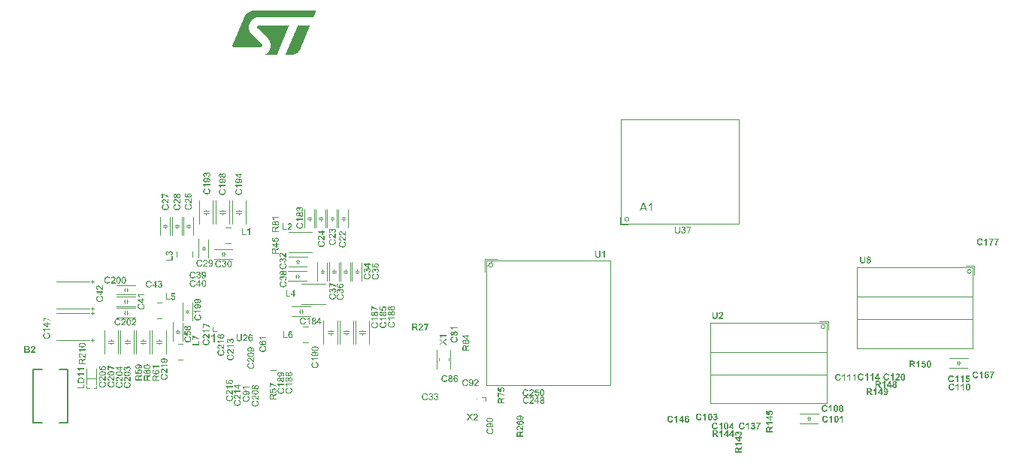
<source format=gto>
G04*
G04 #@! TF.GenerationSoftware,Altium Limited,Altium Designer,24.0.1 (36)*
G04*
G04 Layer_Color=65535*
%FSLAX43Y43*%
%MOMM*%
G71*
G04*
G04 #@! TF.SameCoordinates,D2B2AA1F-A82D-4DD2-BA18-01BE398CF795*
G04*
G04*
G04 #@! TF.FilePolarity,Positive*
G04*
G01*
G75*
%ADD10C,0.120*%
%ADD11C,0.200*%
%ADD12C,0.100*%
%ADD13C,0.080*%
G36*
X74519Y53905D02*
X74402D01*
Y54655D01*
X74401Y54655D01*
X74399Y54653D01*
X74397Y54651D01*
X74394Y54648D01*
X74390Y54645D01*
X74384Y54640D01*
X74378Y54635D01*
X74372Y54630D01*
X74363Y54624D01*
X74355Y54617D01*
X74346Y54611D01*
X74336Y54603D01*
X74325Y54596D01*
X74314Y54589D01*
X74289Y54573D01*
X74289Y54573D01*
X74286Y54571D01*
X74282Y54569D01*
X74277Y54567D01*
X74272Y54564D01*
X74265Y54560D01*
X74257Y54555D01*
X74248Y54551D01*
X74229Y54541D01*
X74208Y54531D01*
X74187Y54521D01*
X74166Y54513D01*
Y54627D01*
X74167Y54628D01*
X74170Y54629D01*
X74176Y54632D01*
X74182Y54635D01*
X74191Y54639D01*
X74201Y54645D01*
X74212Y54651D01*
X74224Y54658D01*
X74237Y54666D01*
X74251Y54675D01*
X74280Y54694D01*
X74310Y54716D01*
X74338Y54739D01*
X74339Y54740D01*
X74342Y54742D01*
X74345Y54745D01*
X74350Y54750D01*
X74357Y54757D01*
X74363Y54763D01*
X74371Y54772D01*
X74379Y54780D01*
X74388Y54790D01*
X74397Y54800D01*
X74414Y54822D01*
X74430Y54845D01*
X74437Y54856D01*
X74443Y54868D01*
X74519D01*
Y53905D01*
D02*
G37*
G36*
X74022D02*
X73878D01*
X73767Y54196D01*
X73364D01*
X73260Y53905D01*
X73126D01*
X73494Y54865D01*
X73630D01*
X74022Y53905D01*
D02*
G37*
G36*
X25265Y39137D02*
X25147D01*
Y39887D01*
X25146Y39887D01*
X25145Y39885D01*
X25143Y39883D01*
X25139Y39880D01*
X25135Y39877D01*
X25129Y39872D01*
X25123Y39867D01*
X25117Y39862D01*
X25109Y39856D01*
X25100Y39849D01*
X25091Y39843D01*
X25082Y39835D01*
X25070Y39828D01*
X25059Y39821D01*
X25034Y39805D01*
X25034Y39805D01*
X25032Y39803D01*
X25027Y39801D01*
X25023Y39799D01*
X25017Y39796D01*
X25010Y39792D01*
X25002Y39787D01*
X24994Y39783D01*
X24974Y39773D01*
X24953Y39763D01*
X24932Y39753D01*
X24911Y39745D01*
Y39859D01*
X24912Y39860D01*
X24915Y39861D01*
X24921Y39864D01*
X24928Y39867D01*
X24936Y39871D01*
X24946Y39877D01*
X24957Y39883D01*
X24969Y39890D01*
X24982Y39898D01*
X24996Y39907D01*
X25025Y39926D01*
X25055Y39948D01*
X25084Y39971D01*
X25084Y39972D01*
X25087Y39974D01*
X25091Y39977D01*
X25095Y39982D01*
X25102Y39989D01*
X25109Y39995D01*
X25116Y40004D01*
X25125Y40012D01*
X25133Y40022D01*
X25142Y40032D01*
X25159Y40054D01*
X25175Y40077D01*
X25182Y40088D01*
X25188Y40100D01*
X25265D01*
Y39137D01*
D02*
G37*
G36*
X36645Y76532D02*
X36659Y76518D01*
X36666D01*
X36673Y76504D01*
X36680Y76490D01*
Y76469D01*
Y76462D01*
X36673Y76455D01*
Y76449D01*
Y76435D01*
X36444Y75879D01*
X36437Y75872D01*
X36423Y75837D01*
X36416Y75830D01*
X36409Y75824D01*
X36388Y75817D01*
X30207Y75810D01*
X30166D01*
X30124Y75803D01*
X30069Y75796D01*
X29999Y75789D01*
X29930Y75768D01*
X29853Y75747D01*
X29777Y75712D01*
X29770Y75706D01*
X29742Y75699D01*
X29707Y75678D01*
X29659Y75650D01*
X29603Y75615D01*
X29548Y75567D01*
X29485Y75518D01*
X29430Y75462D01*
X29423Y75456D01*
X29409Y75435D01*
X29381Y75400D01*
X29353Y75358D01*
X29312Y75303D01*
X29277Y75240D01*
X29242Y75171D01*
X29207Y75094D01*
Y75087D01*
X29194Y75060D01*
X29180Y75018D01*
X29166Y74962D01*
X29152Y74900D01*
X29138Y74824D01*
X29131Y74747D01*
X29124Y74664D01*
Y74657D01*
Y74629D01*
Y74594D01*
X29131Y74539D01*
X29138Y74483D01*
X29145Y74414D01*
X29180Y74261D01*
Y74254D01*
X29194Y74226D01*
X29207Y74185D01*
X29228Y74143D01*
X29263Y74087D01*
X29298Y74025D01*
X29339Y73969D01*
X29395Y73914D01*
X30576Y72796D01*
X30582Y72789D01*
X30596Y72775D01*
X30617Y72754D01*
X30631Y72719D01*
X30638Y72712D01*
X30645Y72692D01*
X30652Y72664D01*
Y72636D01*
Y72629D01*
Y72622D01*
X30645Y72587D01*
X30624Y72539D01*
X30582Y72490D01*
X30569Y72483D01*
X30541Y72462D01*
X30492Y72442D01*
X30437Y72435D01*
X27312D01*
X27298Y72442D01*
X27284Y72456D01*
Y72462D01*
X27277Y72476D01*
X27270Y72511D01*
Y72532D01*
X28617Y75810D01*
Y75817D01*
X28631Y75837D01*
X28645Y75865D01*
X28666Y75900D01*
X28728Y75997D01*
X28805Y76094D01*
X28812Y76101D01*
X28826Y76115D01*
X28853Y76143D01*
X28881Y76178D01*
X28964Y76254D01*
X29069Y76330D01*
X29076Y76337D01*
X29096Y76344D01*
X29124Y76365D01*
X29166Y76386D01*
X29214Y76414D01*
X29270Y76435D01*
X29388Y76483D01*
X29395D01*
X29416Y76490D01*
X29451Y76504D01*
X29499Y76511D01*
X29548Y76525D01*
X29610Y76532D01*
X29735Y76539D01*
X36638D01*
X36645Y76532D01*
D02*
G37*
G36*
X35964Y74872D02*
X35978Y74858D01*
X35985D01*
X35992Y74844D01*
X35999Y74831D01*
Y74817D01*
Y74803D01*
X35992Y74775D01*
X34971Y72310D01*
Y72303D01*
X34964Y72296D01*
X34944Y72254D01*
X34909Y72185D01*
X34853Y72108D01*
X34791Y72018D01*
X34707Y71921D01*
X34610Y71824D01*
X34499Y71740D01*
X34485Y71733D01*
X34444Y71706D01*
X34381Y71671D01*
X34291Y71636D01*
X34187Y71594D01*
X34069Y71560D01*
X33930Y71532D01*
X33791Y71525D01*
X33346D01*
X33325Y71532D01*
X33298Y71553D01*
X33291Y71574D01*
X33284Y71594D01*
Y71601D01*
Y71608D01*
X33291Y71615D01*
Y71622D01*
X34589Y74761D01*
X34596Y74768D01*
X34603Y74789D01*
X34624Y74810D01*
X34652Y74837D01*
X34659Y74844D01*
X34680Y74858D01*
X34707Y74872D01*
X34749Y74879D01*
X35957D01*
X35964Y74872D01*
D02*
G37*
G36*
X33610D02*
X33624Y74858D01*
X33631D01*
X33638Y74844D01*
X33645Y74831D01*
Y74817D01*
Y74803D01*
X33638Y74789D01*
X32339Y71650D01*
Y71643D01*
X32326Y71622D01*
X32305Y71594D01*
X32277Y71560D01*
X32270Y71553D01*
X32249Y71546D01*
X32214Y71532D01*
X32173Y71525D01*
X30888D01*
X30881Y71532D01*
X30874Y71539D01*
X30881Y71546D01*
X30888Y71553D01*
X30895D01*
X30902Y71560D01*
X30937Y71581D01*
X30992Y71615D01*
X31069Y71664D01*
X31145Y71733D01*
X31228Y71810D01*
X31312Y71900D01*
X31388Y72004D01*
Y72011D01*
X31395Y72018D01*
X31416Y72060D01*
X31451Y72122D01*
X31485Y72199D01*
X31520Y72296D01*
X31555Y72407D01*
X31576Y72532D01*
X31582Y72657D01*
Y72664D01*
Y72692D01*
X31576Y72733D01*
X31569Y72789D01*
X31562Y72858D01*
X31548Y72928D01*
X31520Y73004D01*
X31492Y73087D01*
X31485Y73094D01*
X31478Y73122D01*
X31457Y73164D01*
X31430Y73219D01*
X31395Y73275D01*
X31353Y73337D01*
X31305Y73400D01*
X31249Y73462D01*
X30110Y74525D01*
X30103Y74532D01*
X30082Y74560D01*
X30062Y74601D01*
X30055Y74664D01*
Y74671D01*
Y74678D01*
X30062Y74712D01*
X30076Y74761D01*
X30110Y74810D01*
X30124Y74824D01*
X30152Y74844D01*
X30194Y74865D01*
X30249Y74879D01*
X33603D01*
X33610Y74872D01*
D02*
G37*
G36*
X4835Y38707D02*
X4843Y38706D01*
X4853Y38706D01*
X4864Y38704D01*
X4876Y38703D01*
X4889Y38700D01*
X4903Y38696D01*
X4918Y38693D01*
X4933Y38688D01*
X4947Y38682D01*
X4962Y38674D01*
X4977Y38667D01*
X4990Y38657D01*
X5003Y38646D01*
X5003Y38646D01*
X5005Y38643D01*
X5009Y38640D01*
X5013Y38635D01*
X5018Y38629D01*
X5023Y38622D01*
X5029Y38613D01*
X5035Y38604D01*
X5041Y38593D01*
X5047Y38582D01*
X5053Y38570D01*
X5058Y38556D01*
X5062Y38542D01*
X5065Y38526D01*
X5067Y38510D01*
X5068Y38494D01*
Y38493D01*
Y38492D01*
Y38489D01*
Y38485D01*
X5067Y38481D01*
X5067Y38475D01*
X5066Y38469D01*
X5066Y38462D01*
X5064Y38447D01*
X5060Y38431D01*
X5055Y38413D01*
X5049Y38395D01*
Y38395D01*
X5048Y38393D01*
X5047Y38391D01*
X5046Y38387D01*
X5044Y38383D01*
X5041Y38378D01*
X5038Y38372D01*
X5035Y38366D01*
X5031Y38359D01*
X5026Y38351D01*
X5016Y38334D01*
X5004Y38317D01*
X4990Y38298D01*
X4990Y38297D01*
X4989Y38296D01*
X4988Y38294D01*
X4985Y38292D01*
X4982Y38288D01*
X4978Y38283D01*
X4974Y38278D01*
X4968Y38273D01*
X4962Y38266D01*
X4955Y38259D01*
X4947Y38251D01*
X4938Y38242D01*
X4929Y38232D01*
X4918Y38222D01*
X4907Y38211D01*
X4894Y38200D01*
X4894Y38199D01*
X4891Y38197D01*
X4887Y38194D01*
X4883Y38189D01*
X4877Y38184D01*
X4871Y38179D01*
X4864Y38172D01*
X4857Y38165D01*
X4842Y38151D01*
X4827Y38137D01*
X4820Y38131D01*
X4815Y38125D01*
X4809Y38119D01*
X4805Y38115D01*
X4805Y38114D01*
X4803Y38112D01*
X4799Y38107D01*
X4795Y38102D01*
X4790Y38096D01*
X4785Y38089D01*
X4780Y38082D01*
X4776Y38075D01*
X5068D01*
Y37938D01*
X4553D01*
Y37940D01*
X4554Y37942D01*
X4554Y37946D01*
X4555Y37952D01*
X4556Y37958D01*
X4558Y37967D01*
X4560Y37976D01*
X4562Y37986D01*
X4565Y37997D01*
X4569Y38008D01*
X4573Y38020D01*
X4577Y38033D01*
X4583Y38045D01*
X4589Y38059D01*
X4596Y38071D01*
X4603Y38085D01*
X4603Y38085D01*
X4605Y38088D01*
X4608Y38092D01*
X4611Y38097D01*
X4616Y38104D01*
X4623Y38112D01*
X4631Y38122D01*
X4639Y38133D01*
X4650Y38146D01*
X4662Y38160D01*
X4675Y38175D01*
X4690Y38191D01*
X4707Y38209D01*
X4726Y38227D01*
X4746Y38247D01*
X4768Y38268D01*
X4769Y38269D01*
X4769Y38270D01*
X4773Y38272D01*
X4778Y38277D01*
X4784Y38283D01*
X4792Y38291D01*
X4801Y38299D01*
X4810Y38309D01*
X4821Y38319D01*
X4841Y38340D01*
X4852Y38350D01*
X4861Y38360D01*
X4871Y38370D01*
X4879Y38379D01*
X4885Y38387D01*
X4890Y38394D01*
X4891Y38394D01*
X4891Y38396D01*
X4893Y38398D01*
X4895Y38401D01*
X4897Y38406D01*
X4900Y38410D01*
X4902Y38416D01*
X4906Y38422D01*
X4911Y38436D01*
X4916Y38451D01*
X4920Y38467D01*
X4920Y38476D01*
X4921Y38484D01*
Y38484D01*
Y38486D01*
Y38488D01*
X4920Y38492D01*
Y38496D01*
X4920Y38500D01*
X4917Y38512D01*
X4914Y38524D01*
X4910Y38536D01*
X4903Y38548D01*
X4899Y38554D01*
X4894Y38559D01*
X4894Y38560D01*
X4893Y38560D01*
X4891Y38561D01*
X4889Y38564D01*
X4886Y38565D01*
X4883Y38567D01*
X4879Y38570D01*
X4875Y38572D01*
X4865Y38577D01*
X4852Y38582D01*
X4838Y38585D01*
X4829Y38585D01*
X4821Y38586D01*
X4817D01*
X4813Y38585D01*
X4809D01*
X4805Y38584D01*
X4794Y38582D01*
X4783Y38579D01*
X4770Y38574D01*
X4765Y38571D01*
X4758Y38567D01*
X4753Y38563D01*
X4747Y38558D01*
X4747Y38557D01*
X4746Y38557D01*
X4745Y38555D01*
X4743Y38553D01*
X4741Y38550D01*
X4738Y38546D01*
X4736Y38541D01*
X4734Y38536D01*
X4731Y38530D01*
X4728Y38524D01*
X4725Y38516D01*
X4723Y38508D01*
X4721Y38498D01*
X4719Y38488D01*
X4717Y38478D01*
X4716Y38466D01*
X4570Y38481D01*
Y38481D01*
Y38482D01*
X4571Y38484D01*
Y38486D01*
X4571Y38489D01*
X4572Y38492D01*
X4573Y38500D01*
X4575Y38510D01*
X4578Y38521D01*
X4581Y38534D01*
X4585Y38548D01*
X4590Y38562D01*
X4596Y38576D01*
X4602Y38591D01*
X4610Y38605D01*
X4618Y38619D01*
X4628Y38632D01*
X4639Y38644D01*
X4652Y38654D01*
X4652Y38655D01*
X4655Y38657D01*
X4659Y38659D01*
X4664Y38663D01*
X4671Y38667D01*
X4679Y38671D01*
X4689Y38676D01*
X4699Y38681D01*
X4711Y38686D01*
X4724Y38691D01*
X4738Y38695D01*
X4753Y38699D01*
X4770Y38703D01*
X4787Y38705D01*
X4805Y38707D01*
X4824Y38708D01*
X4829D01*
X4835Y38707D01*
D02*
G37*
G36*
X4169Y38704D02*
X4179D01*
X4189Y38704D01*
X4211Y38703D01*
X4234Y38701D01*
X4245Y38701D01*
X4255Y38700D01*
X4265Y38698D01*
X4273Y38697D01*
X4274D01*
X4276Y38696D01*
X4278Y38696D01*
X4281Y38695D01*
X4285Y38694D01*
X4289Y38693D01*
X4294Y38692D01*
X4300Y38690D01*
X4313Y38686D01*
X4326Y38680D01*
X4340Y38673D01*
X4354Y38665D01*
X4354D01*
X4355Y38664D01*
X4357Y38663D01*
X4360Y38660D01*
X4366Y38655D01*
X4374Y38648D01*
X4384Y38639D01*
X4394Y38628D01*
X4403Y38616D01*
X4412Y38601D01*
X4413Y38601D01*
X4413Y38600D01*
X4415Y38597D01*
X4416Y38594D01*
X4418Y38591D01*
X4420Y38586D01*
X4422Y38581D01*
X4425Y38575D01*
X4427Y38569D01*
X4428Y38562D01*
X4432Y38546D01*
X4435Y38530D01*
X4436Y38521D01*
Y38512D01*
Y38511D01*
Y38509D01*
Y38507D01*
X4436Y38503D01*
X4435Y38498D01*
X4435Y38492D01*
X4434Y38486D01*
X4432Y38479D01*
X4429Y38464D01*
X4424Y38447D01*
X4421Y38439D01*
X4417Y38430D01*
X4412Y38421D01*
X4407Y38413D01*
X4406Y38412D01*
X4406Y38411D01*
X4404Y38409D01*
X4402Y38406D01*
X4399Y38402D01*
X4395Y38397D01*
X4391Y38393D01*
X4386Y38388D01*
X4381Y38383D01*
X4375Y38377D01*
X4362Y38365D01*
X4346Y38355D01*
X4329Y38345D01*
X4329D01*
X4332Y38344D01*
X4335Y38343D01*
X4340Y38342D01*
X4346Y38339D01*
X4353Y38337D01*
X4360Y38333D01*
X4369Y38329D01*
X4377Y38325D01*
X4386Y38320D01*
X4395Y38314D01*
X4403Y38308D01*
X4412Y38301D01*
X4421Y38293D01*
X4429Y38285D01*
X4436Y38276D01*
X4437Y38276D01*
X4438Y38274D01*
X4439Y38271D01*
X4442Y38267D01*
X4445Y38263D01*
X4448Y38257D01*
X4452Y38251D01*
X4455Y38244D01*
X4458Y38235D01*
X4462Y38226D01*
X4465Y38217D01*
X4468Y38206D01*
X4470Y38196D01*
X4472Y38184D01*
X4473Y38173D01*
X4474Y38160D01*
Y38160D01*
Y38158D01*
Y38155D01*
X4473Y38152D01*
Y38147D01*
X4473Y38142D01*
X4472Y38135D01*
X4471Y38128D01*
X4469Y38121D01*
X4468Y38113D01*
X4463Y38096D01*
X4458Y38077D01*
X4454Y38068D01*
X4449Y38059D01*
Y38058D01*
X4448Y38056D01*
X4447Y38054D01*
X4445Y38050D01*
X4443Y38046D01*
X4439Y38041D01*
X4432Y38030D01*
X4422Y38018D01*
X4411Y38004D01*
X4398Y37992D01*
X4383Y37979D01*
X4382Y37979D01*
X4381Y37978D01*
X4379Y37977D01*
X4375Y37975D01*
X4371Y37972D01*
X4366Y37970D01*
X4361Y37967D01*
X4354Y37964D01*
X4347Y37961D01*
X4339Y37958D01*
X4330Y37954D01*
X4322Y37952D01*
X4312Y37949D01*
X4301Y37947D01*
X4279Y37943D01*
X4277D01*
X4274Y37943D01*
X4271D01*
X4266Y37942D01*
X4259Y37942D01*
X4251D01*
X4241Y37941D01*
X4230Y37941D01*
X4216Y37940D01*
X4201D01*
X4184Y37940D01*
X4175D01*
X4165Y37939D01*
X4143D01*
X4131Y37938D01*
X3832D01*
Y38705D01*
X4161D01*
X4169Y38704D01*
D02*
G37*
G36*
X100864Y33968D02*
X100868D01*
X100876Y33967D01*
X100886Y33965D01*
X100897Y33963D01*
X100910Y33960D01*
X100924Y33957D01*
X100939Y33952D01*
X100954Y33946D01*
X100970Y33939D01*
X100987Y33930D01*
X101003Y33920D01*
X101018Y33908D01*
X101034Y33894D01*
X101048Y33878D01*
X101049Y33877D01*
X101051Y33874D01*
X101053Y33871D01*
X101055Y33869D01*
X101057Y33865D01*
X101060Y33861D01*
X101062Y33856D01*
X101065Y33851D01*
X101068Y33845D01*
X101072Y33839D01*
X101075Y33831D01*
X101078Y33824D01*
X101082Y33816D01*
X101086Y33807D01*
X101089Y33798D01*
X101092Y33788D01*
X101096Y33777D01*
X101099Y33766D01*
X101102Y33754D01*
X101106Y33742D01*
X101108Y33728D01*
X101111Y33715D01*
X101113Y33700D01*
X101116Y33685D01*
X101118Y33670D01*
X101119Y33653D01*
X101121Y33636D01*
X101122Y33619D01*
X101123Y33600D01*
Y33581D01*
Y33581D01*
Y33579D01*
Y33576D01*
Y33572D01*
X101122Y33567D01*
Y33561D01*
Y33555D01*
X101122Y33547D01*
X101121Y33539D01*
X101121Y33530D01*
X101119Y33520D01*
X101119Y33510D01*
X101116Y33488D01*
X101113Y33465D01*
X101109Y33440D01*
X101104Y33415D01*
X101097Y33390D01*
X101090Y33365D01*
X101081Y33341D01*
X101071Y33318D01*
X101065Y33307D01*
X101059Y33297D01*
X101052Y33287D01*
X101045Y33278D01*
X101044Y33277D01*
X101041Y33274D01*
X101037Y33270D01*
X101030Y33264D01*
X101023Y33257D01*
X101014Y33249D01*
X101003Y33241D01*
X100990Y33232D01*
X100976Y33223D01*
X100961Y33215D01*
X100944Y33207D01*
X100926Y33200D01*
X100907Y33194D01*
X100886Y33189D01*
X100864Y33186D01*
X100841Y33185D01*
X100838D01*
X100833Y33186D01*
X100827D01*
X100819Y33187D01*
X100810Y33188D01*
X100800Y33189D01*
X100790Y33191D01*
X100778Y33194D01*
X100767Y33197D01*
X100755Y33201D01*
X100742Y33205D01*
X100730Y33211D01*
X100719Y33217D01*
X100707Y33225D01*
X100696Y33233D01*
X100696Y33233D01*
X100694Y33235D01*
X100691Y33238D01*
X100688Y33242D01*
X100683Y33247D01*
X100678Y33253D01*
X100673Y33261D01*
X100667Y33269D01*
X100661Y33278D01*
X100655Y33289D01*
X100649Y33301D01*
X100643Y33314D01*
X100638Y33328D01*
X100633Y33343D01*
X100629Y33359D01*
X100626Y33376D01*
X100768Y33392D01*
Y33392D01*
Y33391D01*
X100768Y33388D01*
X100769Y33385D01*
X100769Y33382D01*
X100771Y33377D01*
X100773Y33368D01*
X100777Y33357D01*
X100781Y33346D01*
X100787Y33336D01*
X100794Y33328D01*
X100796Y33326D01*
X100798Y33324D01*
X100803Y33321D01*
X100810Y33318D01*
X100818Y33314D01*
X100829Y33310D01*
X100840Y33308D01*
X100853Y33307D01*
X100855D01*
X100858Y33308D01*
X100861D01*
X100865Y33308D01*
X100869Y33309D01*
X100880Y33312D01*
X100886Y33314D01*
X100892Y33317D01*
X100899Y33320D01*
X100905Y33325D01*
X100911Y33329D01*
X100918Y33335D01*
X100924Y33341D01*
X100930Y33349D01*
X100931Y33349D01*
X100932Y33351D01*
X100933Y33354D01*
X100935Y33357D01*
X100938Y33362D01*
X100941Y33369D01*
X100944Y33377D01*
X100947Y33386D01*
X100951Y33397D01*
X100954Y33410D01*
X100958Y33424D01*
X100961Y33440D01*
X100964Y33458D01*
X100967Y33477D01*
X100969Y33499D01*
X100971Y33522D01*
X100970Y33522D01*
X100968Y33520D01*
X100966Y33516D01*
X100961Y33513D01*
X100956Y33508D01*
X100949Y33502D01*
X100942Y33496D01*
X100933Y33490D01*
X100923Y33484D01*
X100913Y33479D01*
X100901Y33473D01*
X100889Y33468D01*
X100876Y33464D01*
X100863Y33461D01*
X100848Y33459D01*
X100833Y33458D01*
X100829D01*
X100824Y33459D01*
X100818Y33459D01*
X100810Y33460D01*
X100800Y33462D01*
X100791Y33464D01*
X100779Y33467D01*
X100767Y33470D01*
X100755Y33475D01*
X100742Y33481D01*
X100729Y33488D01*
X100715Y33495D01*
X100702Y33505D01*
X100689Y33515D01*
X100676Y33527D01*
X100676Y33528D01*
X100674Y33531D01*
X100670Y33535D01*
X100666Y33540D01*
X100662Y33547D01*
X100656Y33556D01*
X100650Y33565D01*
X100644Y33576D01*
X100638Y33589D01*
X100632Y33602D01*
X100626Y33617D01*
X100621Y33634D01*
X100617Y33651D01*
X100614Y33669D01*
X100612Y33689D01*
X100611Y33709D01*
Y33710D01*
Y33710D01*
Y33712D01*
Y33714D01*
X100612Y33717D01*
Y33720D01*
X100612Y33728D01*
X100613Y33738D01*
X100615Y33750D01*
X100617Y33762D01*
X100620Y33776D01*
X100623Y33791D01*
X100628Y33806D01*
X100634Y33821D01*
X100640Y33838D01*
X100648Y33853D01*
X100658Y33868D01*
X100668Y33883D01*
X100680Y33897D01*
X100681Y33897D01*
X100684Y33900D01*
X100688Y33903D01*
X100693Y33908D01*
X100700Y33913D01*
X100708Y33919D01*
X100717Y33926D01*
X100729Y33933D01*
X100741Y33939D01*
X100754Y33946D01*
X100768Y33952D01*
X100784Y33957D01*
X100800Y33962D01*
X100818Y33965D01*
X100837Y33968D01*
X100856Y33968D01*
X100861D01*
X100864Y33968D01*
D02*
G37*
G36*
X100458Y33481D02*
X100553D01*
Y33353D01*
X100458D01*
Y33199D01*
X100315D01*
Y33353D01*
X100002D01*
Y33481D01*
X100334Y33968D01*
X100458D01*
Y33481D01*
D02*
G37*
G36*
X99808Y33199D02*
X99661D01*
Y33752D01*
X99660Y33751D01*
X99658Y33749D01*
X99653Y33745D01*
X99647Y33740D01*
X99639Y33734D01*
X99630Y33727D01*
X99619Y33718D01*
X99607Y33710D01*
X99594Y33701D01*
X99580Y33692D01*
X99564Y33682D01*
X99547Y33674D01*
X99530Y33665D01*
X99511Y33656D01*
X99492Y33648D01*
X99472Y33641D01*
Y33774D01*
X99472D01*
X99474Y33776D01*
X99477Y33777D01*
X99482Y33778D01*
X99487Y33781D01*
X99493Y33783D01*
X99500Y33786D01*
X99509Y33790D01*
X99518Y33795D01*
X99527Y33800D01*
X99537Y33805D01*
X99548Y33812D01*
X99560Y33819D01*
X99571Y33827D01*
X99583Y33836D01*
X99596Y33845D01*
X99597Y33846D01*
X99599Y33848D01*
X99603Y33851D01*
X99607Y33855D01*
X99613Y33860D01*
X99619Y33866D01*
X99626Y33872D01*
X99633Y33880D01*
X99640Y33889D01*
X99648Y33898D01*
X99656Y33908D01*
X99664Y33919D01*
X99671Y33931D01*
X99678Y33943D01*
X99684Y33955D01*
X99689Y33968D01*
X99808D01*
Y33199D01*
D02*
G37*
G36*
X99037Y33965D02*
X99048D01*
X99060Y33964D01*
X99072Y33964D01*
X99086Y33963D01*
X99101Y33962D01*
X99115Y33960D01*
X99145Y33957D01*
X99159Y33954D01*
X99172Y33952D01*
X99185Y33948D01*
X99196Y33944D01*
X99196D01*
X99198Y33943D01*
X99201Y33942D01*
X99205Y33941D01*
X99210Y33938D01*
X99215Y33935D01*
X99221Y33932D01*
X99228Y33928D01*
X99235Y33923D01*
X99242Y33917D01*
X99250Y33911D01*
X99257Y33905D01*
X99264Y33897D01*
X99272Y33889D01*
X99278Y33880D01*
X99285Y33871D01*
X99286Y33870D01*
X99287Y33869D01*
X99288Y33865D01*
X99291Y33861D01*
X99293Y33856D01*
X99295Y33851D01*
X99299Y33844D01*
X99302Y33836D01*
X99305Y33828D01*
X99308Y33818D01*
X99311Y33808D01*
X99314Y33798D01*
X99315Y33787D01*
X99317Y33775D01*
X99318Y33763D01*
X99319Y33751D01*
Y33750D01*
Y33747D01*
X99318Y33742D01*
Y33736D01*
X99317Y33729D01*
X99316Y33720D01*
X99314Y33711D01*
X99313Y33700D01*
X99310Y33689D01*
X99307Y33678D01*
X99302Y33666D01*
X99297Y33654D01*
X99292Y33642D01*
X99284Y33630D01*
X99277Y33619D01*
X99268Y33608D01*
X99267Y33607D01*
X99266Y33606D01*
X99262Y33603D01*
X99258Y33599D01*
X99253Y33594D01*
X99247Y33589D01*
X99239Y33584D01*
X99230Y33578D01*
X99220Y33572D01*
X99209Y33566D01*
X99196Y33560D01*
X99183Y33555D01*
X99168Y33549D01*
X99152Y33545D01*
X99134Y33541D01*
X99116Y33537D01*
X99117Y33537D01*
X99118Y33536D01*
X99121Y33535D01*
X99124Y33532D01*
X99129Y33530D01*
X99134Y33526D01*
X99139Y33522D01*
X99145Y33519D01*
X99159Y33509D01*
X99173Y33498D01*
X99186Y33485D01*
X99199Y33473D01*
X99200Y33472D01*
X99201Y33471D01*
X99202Y33469D01*
X99205Y33466D01*
X99209Y33462D01*
X99212Y33457D01*
X99217Y33451D01*
X99222Y33444D01*
X99228Y33436D01*
X99235Y33427D01*
X99242Y33417D01*
X99250Y33406D01*
X99258Y33393D01*
X99267Y33380D01*
X99277Y33365D01*
X99287Y33349D01*
X99381Y33199D01*
X99195D01*
X99084Y33366D01*
X99083Y33367D01*
X99081Y33370D01*
X99078Y33374D01*
X99075Y33380D01*
X99070Y33387D01*
X99064Y33395D01*
X99058Y33404D01*
X99051Y33413D01*
X99037Y33432D01*
X99031Y33442D01*
X99024Y33451D01*
X99018Y33459D01*
X99012Y33467D01*
X99006Y33473D01*
X99002Y33478D01*
X99001Y33479D01*
X98998Y33482D01*
X98994Y33486D01*
X98988Y33491D01*
X98981Y33496D01*
X98973Y33501D01*
X98965Y33506D01*
X98956Y33510D01*
X98954Y33511D01*
X98953Y33511D01*
X98951Y33512D01*
X98948Y33513D01*
X98945Y33513D01*
X98941Y33514D01*
X98937Y33515D01*
X98932Y33516D01*
X98926Y33516D01*
X98920Y33517D01*
X98912Y33518D01*
X98905Y33519D01*
X98897D01*
X98887Y33519D01*
X98847D01*
Y33199D01*
X98692D01*
Y33965D01*
X99029D01*
X99037Y33965D01*
D02*
G37*
G36*
X101449Y34280D02*
X101545D01*
Y34151D01*
X101449D01*
Y33997D01*
X101307D01*
Y34151D01*
X100994D01*
Y34279D01*
X101326Y34766D01*
X101449D01*
Y34280D01*
D02*
G37*
G36*
X100800Y33997D02*
X100653D01*
Y34551D01*
X100652Y34549D01*
X100649Y34547D01*
X100645Y34543D01*
X100639Y34538D01*
X100631Y34532D01*
X100621Y34525D01*
X100611Y34517D01*
X100599Y34508D01*
X100585Y34500D01*
X100571Y34490D01*
X100556Y34481D01*
X100539Y34472D01*
X100521Y34463D01*
X100502Y34454D01*
X100483Y34446D01*
X100463Y34439D01*
Y34573D01*
X100464D01*
X100466Y34574D01*
X100469Y34575D01*
X100473Y34577D01*
X100479Y34579D01*
X100485Y34581D01*
X100492Y34584D01*
X100500Y34588D01*
X100509Y34593D01*
X100518Y34598D01*
X100529Y34604D01*
X100540Y34610D01*
X100551Y34618D01*
X100563Y34625D01*
X100575Y34634D01*
X100588Y34644D01*
X100588Y34644D01*
X100590Y34646D01*
X100594Y34649D01*
X100599Y34653D01*
X100604Y34658D01*
X100610Y34664D01*
X100617Y34671D01*
X100625Y34678D01*
X100632Y34687D01*
X100640Y34697D01*
X100647Y34707D01*
X100655Y34718D01*
X100662Y34729D01*
X100669Y34741D01*
X100675Y34754D01*
X100680Y34766D01*
X100800D01*
Y33997D01*
D02*
G37*
G36*
X100029Y34763D02*
X100040D01*
X100051Y34763D01*
X100064Y34762D01*
X100078Y34761D01*
X100092Y34760D01*
X100107Y34759D01*
X100136Y34755D01*
X100150Y34753D01*
X100164Y34750D01*
X100176Y34747D01*
X100187Y34743D01*
X100188D01*
X100190Y34742D01*
X100193Y34740D01*
X100197Y34739D01*
X100201Y34737D01*
X100207Y34733D01*
X100213Y34730D01*
X100219Y34726D01*
X100227Y34721D01*
X100234Y34716D01*
X100241Y34709D01*
X100249Y34703D01*
X100256Y34696D01*
X100263Y34687D01*
X100270Y34678D01*
X100277Y34669D01*
X100277Y34668D01*
X100278Y34667D01*
X100280Y34663D01*
X100282Y34660D01*
X100284Y34655D01*
X100287Y34649D01*
X100290Y34642D01*
X100294Y34634D01*
X100296Y34626D01*
X100300Y34616D01*
X100303Y34606D01*
X100305Y34596D01*
X100307Y34585D01*
X100309Y34573D01*
X100310Y34562D01*
X100310Y34549D01*
Y34548D01*
Y34545D01*
X100310Y34541D01*
Y34534D01*
X100309Y34527D01*
X100308Y34518D01*
X100306Y34509D01*
X100304Y34498D01*
X100301Y34487D01*
X100298Y34476D01*
X100294Y34464D01*
X100289Y34452D01*
X100283Y34440D01*
X100276Y34428D01*
X100268Y34417D01*
X100259Y34406D01*
X100259Y34405D01*
X100257Y34404D01*
X100254Y34401D01*
X100250Y34397D01*
X100244Y34393D01*
X100238Y34388D01*
X100231Y34382D01*
X100222Y34376D01*
X100211Y34370D01*
X100200Y34364D01*
X100188Y34358D01*
X100174Y34353D01*
X100159Y34347D01*
X100143Y34343D01*
X100126Y34339D01*
X100108Y34336D01*
X100108Y34335D01*
X100110Y34335D01*
X100113Y34333D01*
X100116Y34331D01*
X100120Y34328D01*
X100125Y34325D01*
X100131Y34321D01*
X100137Y34317D01*
X100150Y34307D01*
X100164Y34296D01*
X100178Y34284D01*
X100191Y34271D01*
X100191Y34270D01*
X100192Y34269D01*
X100194Y34267D01*
X100197Y34264D01*
X100200Y34260D01*
X100204Y34255D01*
X100208Y34249D01*
X100214Y34242D01*
X100220Y34234D01*
X100227Y34225D01*
X100234Y34215D01*
X100242Y34204D01*
X100250Y34191D01*
X100259Y34178D01*
X100269Y34163D01*
X100279Y34147D01*
X100372Y33997D01*
X100187D01*
X100076Y34164D01*
X100075Y34165D01*
X100073Y34168D01*
X100070Y34172D01*
X100066Y34178D01*
X100061Y34186D01*
X100056Y34193D01*
X100049Y34202D01*
X100043Y34212D01*
X100029Y34230D01*
X100022Y34240D01*
X100016Y34249D01*
X100010Y34258D01*
X100004Y34265D01*
X99998Y34271D01*
X99994Y34276D01*
X99992Y34278D01*
X99990Y34280D01*
X99985Y34284D01*
X99980Y34289D01*
X99973Y34295D01*
X99965Y34300D01*
X99956Y34305D01*
X99947Y34309D01*
X99946Y34309D01*
X99944Y34310D01*
X99943Y34310D01*
X99940Y34311D01*
X99937Y34311D01*
X99933Y34312D01*
X99928Y34313D01*
X99923Y34314D01*
X99918Y34315D01*
X99911Y34315D01*
X99904Y34316D01*
X99897Y34317D01*
X99888D01*
X99879Y34317D01*
X99839D01*
Y33997D01*
X99684D01*
Y34764D01*
X100021D01*
X100029Y34763D01*
D02*
G37*
G36*
X101872Y34766D02*
X101880Y34765D01*
X101888Y34765D01*
X101899Y34764D01*
X101911Y34762D01*
X101923Y34759D01*
X101937Y34757D01*
X101950Y34753D01*
X101965Y34748D01*
X101979Y34743D01*
X101992Y34736D01*
X102006Y34729D01*
X102019Y34720D01*
X102031Y34710D01*
X102031Y34709D01*
X102033Y34707D01*
X102036Y34704D01*
X102040Y34700D01*
X102045Y34694D01*
X102050Y34688D01*
X102056Y34680D01*
X102061Y34671D01*
X102067Y34662D01*
X102072Y34651D01*
X102078Y34639D01*
X102082Y34627D01*
X102086Y34614D01*
X102089Y34599D01*
X102091Y34584D01*
X102092Y34569D01*
Y34568D01*
Y34567D01*
Y34564D01*
X102091Y34560D01*
X102090Y34555D01*
X102090Y34549D01*
X102089Y34543D01*
X102088Y34537D01*
X102085Y34522D01*
X102080Y34506D01*
X102077Y34498D01*
X102073Y34490D01*
X102068Y34481D01*
X102063Y34474D01*
X102063Y34473D01*
X102062Y34472D01*
X102061Y34470D01*
X102058Y34467D01*
X102056Y34463D01*
X102052Y34459D01*
X102048Y34455D01*
X102043Y34450D01*
X102038Y34445D01*
X102032Y34440D01*
X102026Y34435D01*
X102019Y34429D01*
X102004Y34419D01*
X101986Y34410D01*
X101986Y34410D01*
X101989Y34409D01*
X101992Y34408D01*
X101996Y34405D01*
X102002Y34403D01*
X102008Y34399D01*
X102015Y34395D01*
X102022Y34391D01*
X102030Y34386D01*
X102037Y34381D01*
X102046Y34374D01*
X102053Y34368D01*
X102062Y34361D01*
X102069Y34352D01*
X102076Y34344D01*
X102083Y34335D01*
X102083Y34335D01*
X102084Y34333D01*
X102086Y34330D01*
X102088Y34326D01*
X102090Y34322D01*
X102093Y34316D01*
X102096Y34310D01*
X102099Y34303D01*
X102103Y34295D01*
X102105Y34286D01*
X102108Y34277D01*
X102111Y34267D01*
X102113Y34257D01*
X102114Y34245D01*
X102115Y34234D01*
X102116Y34222D01*
Y34222D01*
Y34221D01*
Y34219D01*
Y34218D01*
X102115Y34212D01*
X102115Y34204D01*
X102114Y34196D01*
X102113Y34185D01*
X102110Y34173D01*
X102108Y34161D01*
X102104Y34147D01*
X102099Y34133D01*
X102094Y34119D01*
X102087Y34104D01*
X102079Y34090D01*
X102071Y34076D01*
X102060Y34062D01*
X102048Y34049D01*
X102047Y34049D01*
X102045Y34047D01*
X102041Y34043D01*
X102036Y34039D01*
X102029Y34034D01*
X102021Y34028D01*
X102011Y34023D01*
X102000Y34017D01*
X101988Y34010D01*
X101974Y34005D01*
X101959Y33999D01*
X101943Y33994D01*
X101926Y33990D01*
X101908Y33986D01*
X101888Y33984D01*
X101868Y33984D01*
X101863D01*
X101858Y33984D01*
X101851Y33985D01*
X101841Y33985D01*
X101831Y33986D01*
X101820Y33988D01*
X101807Y33990D01*
X101794Y33993D01*
X101779Y33997D01*
X101765Y34001D01*
X101751Y34007D01*
X101736Y34013D01*
X101721Y34020D01*
X101707Y34029D01*
X101694Y34038D01*
X101693Y34039D01*
X101691Y34041D01*
X101686Y34045D01*
X101681Y34050D01*
X101675Y34057D01*
X101668Y34065D01*
X101661Y34074D01*
X101653Y34085D01*
X101645Y34097D01*
X101638Y34110D01*
X101631Y34125D01*
X101625Y34140D01*
X101620Y34157D01*
X101615Y34176D01*
X101613Y34195D01*
X101612Y34216D01*
Y34216D01*
Y34218D01*
Y34222D01*
X101613Y34226D01*
X101613Y34232D01*
X101614Y34238D01*
X101615Y34245D01*
X101616Y34253D01*
X101618Y34262D01*
X101619Y34271D01*
X101625Y34290D01*
X101629Y34300D01*
X101633Y34310D01*
X101637Y34320D01*
X101643Y34330D01*
X101643Y34331D01*
X101644Y34332D01*
X101646Y34335D01*
X101649Y34339D01*
X101652Y34343D01*
X101656Y34348D01*
X101661Y34354D01*
X101666Y34360D01*
X101672Y34366D01*
X101680Y34373D01*
X101688Y34379D01*
X101696Y34386D01*
X101706Y34393D01*
X101716Y34399D01*
X101727Y34405D01*
X101739Y34410D01*
X101739Y34411D01*
X101737Y34412D01*
X101734Y34413D01*
X101730Y34415D01*
X101726Y34417D01*
X101720Y34420D01*
X101715Y34424D01*
X101708Y34428D01*
X101695Y34437D01*
X101681Y34448D01*
X101668Y34461D01*
X101662Y34469D01*
X101657Y34476D01*
Y34477D01*
X101656Y34478D01*
X101655Y34481D01*
X101653Y34484D01*
X101651Y34487D01*
X101649Y34492D01*
X101646Y34498D01*
X101644Y34503D01*
X101642Y34510D01*
X101640Y34517D01*
X101635Y34533D01*
X101633Y34551D01*
X101632Y34559D01*
X101631Y34569D01*
Y34570D01*
Y34573D01*
X101632Y34577D01*
X101633Y34583D01*
X101633Y34590D01*
X101635Y34599D01*
X101636Y34608D01*
X101639Y34619D01*
X101642Y34629D01*
X101646Y34641D01*
X101651Y34652D01*
X101657Y34665D01*
X101664Y34676D01*
X101671Y34688D01*
X101681Y34699D01*
X101691Y34710D01*
X101692Y34711D01*
X101694Y34712D01*
X101697Y34715D01*
X101702Y34719D01*
X101708Y34723D01*
X101716Y34728D01*
X101725Y34733D01*
X101735Y34738D01*
X101747Y34744D01*
X101759Y34749D01*
X101773Y34753D01*
X101788Y34758D01*
X101805Y34762D01*
X101823Y34764D01*
X101841Y34766D01*
X101861Y34766D01*
X101866D01*
X101872Y34766D01*
D02*
G37*
G36*
X83697Y28743D02*
X83793D01*
Y28614D01*
X83697D01*
Y28460D01*
X83555D01*
Y28614D01*
X83242D01*
Y28742D01*
X83574Y29229D01*
X83697D01*
Y28743D01*
D02*
G37*
G36*
X83102D02*
X83197D01*
Y28614D01*
X83102D01*
Y28460D01*
X82960D01*
Y28614D01*
X82646D01*
Y28742D01*
X82979Y29229D01*
X83102D01*
Y28743D01*
D02*
G37*
G36*
X82452Y28460D02*
X82306D01*
Y29014D01*
X82305Y29012D01*
X82302Y29010D01*
X82297Y29006D01*
X82291Y29001D01*
X82284Y28995D01*
X82274Y28988D01*
X82264Y28980D01*
X82252Y28971D01*
X82238Y28963D01*
X82224Y28953D01*
X82208Y28944D01*
X82192Y28935D01*
X82174Y28926D01*
X82155Y28917D01*
X82136Y28909D01*
X82116Y28902D01*
Y29036D01*
X82116D01*
X82119Y29037D01*
X82121Y29038D01*
X82126Y29040D01*
X82131Y29042D01*
X82137Y29044D01*
X82145Y29047D01*
X82153Y29051D01*
X82162Y29056D01*
X82171Y29061D01*
X82182Y29067D01*
X82192Y29073D01*
X82204Y29081D01*
X82216Y29088D01*
X82228Y29097D01*
X82240Y29107D01*
X82241Y29107D01*
X82243Y29109D01*
X82247Y29112D01*
X82252Y29116D01*
X82257Y29121D01*
X82263Y29127D01*
X82270Y29134D01*
X82278Y29141D01*
X82285Y29150D01*
X82292Y29160D01*
X82300Y29170D01*
X82308Y29181D01*
X82315Y29192D01*
X82322Y29204D01*
X82328Y29217D01*
X82333Y29229D01*
X82452D01*
Y28460D01*
D02*
G37*
G36*
X81682Y29226D02*
X81692D01*
X81704Y29226D01*
X81717Y29225D01*
X81730Y29224D01*
X81745Y29223D01*
X81759Y29222D01*
X81789Y29218D01*
X81803Y29216D01*
X81816Y29213D01*
X81829Y29210D01*
X81840Y29206D01*
X81841D01*
X81842Y29205D01*
X81846Y29203D01*
X81850Y29202D01*
X81854Y29200D01*
X81859Y29196D01*
X81866Y29193D01*
X81872Y29189D01*
X81879Y29184D01*
X81887Y29179D01*
X81894Y29172D01*
X81902Y29166D01*
X81909Y29159D01*
X81916Y29150D01*
X81923Y29141D01*
X81929Y29132D01*
X81930Y29131D01*
X81931Y29130D01*
X81933Y29126D01*
X81935Y29123D01*
X81937Y29118D01*
X81940Y29112D01*
X81943Y29105D01*
X81946Y29097D01*
X81949Y29089D01*
X81952Y29079D01*
X81955Y29069D01*
X81958Y29059D01*
X81960Y29048D01*
X81961Y29036D01*
X81962Y29025D01*
X81963Y29012D01*
Y29011D01*
Y29008D01*
X81962Y29004D01*
Y28997D01*
X81961Y28990D01*
X81960Y28981D01*
X81959Y28972D01*
X81957Y28961D01*
X81954Y28950D01*
X81951Y28939D01*
X81946Y28927D01*
X81941Y28915D01*
X81936Y28903D01*
X81929Y28891D01*
X81921Y28880D01*
X81912Y28869D01*
X81912Y28868D01*
X81910Y28867D01*
X81907Y28864D01*
X81903Y28860D01*
X81897Y28856D01*
X81891Y28851D01*
X81883Y28845D01*
X81874Y28839D01*
X81864Y28833D01*
X81853Y28827D01*
X81841Y28821D01*
X81827Y28816D01*
X81812Y28810D01*
X81796Y28806D01*
X81779Y28802D01*
X81760Y28799D01*
X81761Y28798D01*
X81763Y28798D01*
X81765Y28796D01*
X81769Y28794D01*
X81773Y28791D01*
X81778Y28788D01*
X81784Y28784D01*
X81790Y28780D01*
X81803Y28770D01*
X81817Y28759D01*
X81831Y28747D01*
X81843Y28734D01*
X81844Y28733D01*
X81845Y28732D01*
X81847Y28730D01*
X81850Y28727D01*
X81853Y28723D01*
X81857Y28718D01*
X81861Y28712D01*
X81867Y28705D01*
X81873Y28697D01*
X81879Y28688D01*
X81887Y28678D01*
X81894Y28667D01*
X81903Y28654D01*
X81912Y28641D01*
X81921Y28626D01*
X81931Y28610D01*
X82025Y28460D01*
X81840D01*
X81728Y28627D01*
X81728Y28628D01*
X81725Y28631D01*
X81723Y28635D01*
X81719Y28641D01*
X81714Y28649D01*
X81708Y28656D01*
X81702Y28665D01*
X81696Y28675D01*
X81682Y28693D01*
X81675Y28703D01*
X81668Y28712D01*
X81662Y28721D01*
X81656Y28728D01*
X81651Y28734D01*
X81646Y28739D01*
X81645Y28741D01*
X81642Y28743D01*
X81638Y28747D01*
X81632Y28752D01*
X81625Y28758D01*
X81617Y28763D01*
X81609Y28768D01*
X81600Y28772D01*
X81599Y28772D01*
X81597Y28773D01*
X81595Y28773D01*
X81593Y28774D01*
X81589Y28774D01*
X81585Y28775D01*
X81581Y28776D01*
X81576Y28777D01*
X81570Y28778D01*
X81564Y28778D01*
X81557Y28779D01*
X81549Y28780D01*
X81541D01*
X81532Y28780D01*
X81491D01*
Y28460D01*
X81337D01*
Y29227D01*
X81673D01*
X81682Y29226D01*
D02*
G37*
G36*
X84413Y29089D02*
X84420Y29088D01*
X84429Y29087D01*
X84439Y29085D01*
X84450Y29083D01*
X84462Y29080D01*
X84476Y29076D01*
X84490Y29071D01*
X84504Y29065D01*
X84518Y29058D01*
X84533Y29049D01*
X84548Y29039D01*
X84562Y29028D01*
X84575Y29015D01*
X84576Y29014D01*
X84578Y29012D01*
X84582Y29007D01*
X84587Y29002D01*
X84592Y28994D01*
X84598Y28986D01*
X84604Y28976D01*
X84611Y28965D01*
X84618Y28952D01*
X84624Y28938D01*
X84630Y28923D01*
X84635Y28906D01*
X84640Y28889D01*
X84643Y28871D01*
X84646Y28852D01*
X84646Y28832D01*
Y28827D01*
X84646Y28822D01*
X84645Y28814D01*
X84645Y28806D01*
X84643Y28795D01*
X84641Y28784D01*
X84639Y28771D01*
X84636Y28758D01*
X84632Y28744D01*
X84627Y28730D01*
X84621Y28715D01*
X84614Y28701D01*
X84606Y28687D01*
X84597Y28673D01*
X84587Y28659D01*
X84586Y28659D01*
X84584Y28657D01*
X84580Y28653D01*
X84575Y28648D01*
X84570Y28643D01*
X84563Y28637D01*
X84554Y28631D01*
X84544Y28624D01*
X84534Y28617D01*
X84522Y28610D01*
X84509Y28603D01*
X84495Y28597D01*
X84481Y28591D01*
X84465Y28587D01*
X84448Y28583D01*
X84430Y28580D01*
X84413Y28723D01*
X84413D01*
X84415Y28723D01*
X84418D01*
X84422Y28724D01*
X84426Y28725D01*
X84431Y28726D01*
X84438Y28728D01*
X84444Y28730D01*
X84457Y28734D01*
X84471Y28741D01*
X84485Y28749D01*
X84491Y28754D01*
X84496Y28759D01*
X84497Y28759D01*
X84497Y28760D01*
X84499Y28762D01*
X84501Y28764D01*
X84503Y28767D01*
X84505Y28770D01*
X84510Y28779D01*
X84516Y28790D01*
X84520Y28802D01*
X84523Y28816D01*
X84524Y28823D01*
X84525Y28831D01*
Y28835D01*
X84524Y28838D01*
X84523Y28842D01*
X84523Y28847D01*
X84520Y28857D01*
X84516Y28869D01*
X84513Y28875D01*
X84510Y28882D01*
X84506Y28889D01*
X84501Y28895D01*
X84496Y28901D01*
X84490Y28907D01*
X84490Y28907D01*
X84489Y28908D01*
X84487Y28910D01*
X84484Y28912D01*
X84480Y28914D01*
X84476Y28917D01*
X84471Y28920D01*
X84466Y28923D01*
X84459Y28926D01*
X84453Y28929D01*
X84445Y28931D01*
X84436Y28934D01*
X84428Y28936D01*
X84418Y28937D01*
X84408Y28938D01*
X84397Y28938D01*
X84397D01*
X84395D01*
X84392D01*
X84388Y28938D01*
X84383Y28937D01*
X84378Y28937D01*
X84372Y28936D01*
X84366Y28935D01*
X84351Y28931D01*
X84337Y28926D01*
X84330Y28922D01*
X84322Y28919D01*
X84315Y28914D01*
X84309Y28909D01*
X84309Y28908D01*
X84307Y28907D01*
X84306Y28906D01*
X84304Y28903D01*
X84301Y28900D01*
X84299Y28897D01*
X84293Y28888D01*
X84287Y28878D01*
X84281Y28865D01*
X84279Y28859D01*
X84278Y28852D01*
X84277Y28844D01*
X84276Y28836D01*
Y28831D01*
X84277Y28828D01*
Y28825D01*
X84278Y28817D01*
X84279Y28807D01*
X84281Y28796D01*
X84284Y28783D01*
X84288Y28769D01*
X84168Y28785D01*
Y28795D01*
X84167Y28800D01*
X84167Y28806D01*
X84166Y28812D01*
X84165Y28819D01*
X84162Y28834D01*
X84158Y28849D01*
X84155Y28857D01*
X84151Y28864D01*
X84147Y28870D01*
X84142Y28876D01*
X84142Y28877D01*
X84141Y28878D01*
X84140Y28879D01*
X84137Y28881D01*
X84135Y28884D01*
X84131Y28886D01*
X84127Y28889D01*
X84123Y28893D01*
X84113Y28898D01*
X84100Y28903D01*
X84093Y28905D01*
X84085Y28907D01*
X84078Y28907D01*
X84069Y28908D01*
X84069D01*
X84068D01*
X84065D01*
X84063Y28907D01*
X84059D01*
X84056Y28907D01*
X84047Y28905D01*
X84037Y28902D01*
X84027Y28898D01*
X84017Y28893D01*
X84008Y28885D01*
X84007Y28884D01*
X84004Y28880D01*
X84001Y28875D01*
X83996Y28868D01*
X83992Y28859D01*
X83989Y28849D01*
X83986Y28837D01*
X83985Y28823D01*
Y28819D01*
X83985Y28817D01*
Y28814D01*
X83986Y28810D01*
X83988Y28801D01*
X83991Y28791D01*
X83996Y28780D01*
X84002Y28769D01*
X84007Y28764D01*
X84011Y28759D01*
X84012Y28758D01*
X84012Y28757D01*
X84014Y28756D01*
X84016Y28754D01*
X84019Y28752D01*
X84022Y28750D01*
X84026Y28747D01*
X84031Y28745D01*
X84036Y28742D01*
X84041Y28739D01*
X84047Y28736D01*
X84054Y28734D01*
X84062Y28731D01*
X84069Y28729D01*
X84078Y28728D01*
X84087Y28726D01*
X84064Y28591D01*
X84064D01*
X84061Y28592D01*
X84058Y28593D01*
X84053Y28594D01*
X84047Y28595D01*
X84040Y28597D01*
X84032Y28599D01*
X84024Y28602D01*
X84007Y28608D01*
X83988Y28615D01*
X83970Y28623D01*
X83961Y28628D01*
X83953Y28633D01*
X83953Y28634D01*
X83951Y28634D01*
X83949Y28636D01*
X83946Y28639D01*
X83943Y28642D01*
X83939Y28645D01*
X83934Y28649D01*
X83929Y28654D01*
X83924Y28659D01*
X83919Y28666D01*
X83913Y28672D01*
X83908Y28679D01*
X83903Y28687D01*
X83897Y28695D01*
X83888Y28713D01*
X83887Y28714D01*
X83887Y28715D01*
X83886Y28718D01*
X83884Y28722D01*
X83882Y28727D01*
X83880Y28733D01*
X83878Y28739D01*
X83876Y28746D01*
X83873Y28755D01*
X83872Y28764D01*
X83869Y28773D01*
X83868Y28783D01*
X83865Y28804D01*
X83864Y28816D01*
Y28833D01*
X83864Y28838D01*
X83865Y28845D01*
X83866Y28855D01*
X83868Y28865D01*
X83869Y28877D01*
X83873Y28890D01*
X83876Y28904D01*
X83881Y28917D01*
X83887Y28932D01*
X83893Y28946D01*
X83901Y28961D01*
X83910Y28975D01*
X83921Y28988D01*
X83933Y29001D01*
X83934Y29002D01*
X83936Y29003D01*
X83939Y29006D01*
X83943Y29009D01*
X83949Y29014D01*
X83955Y29018D01*
X83962Y29023D01*
X83970Y29028D01*
X83979Y29033D01*
X83989Y29038D01*
X84000Y29043D01*
X84011Y29047D01*
X84022Y29050D01*
X84034Y29053D01*
X84047Y29055D01*
X84060Y29055D01*
X84062D01*
X84065D01*
X84070Y29055D01*
X84077Y29054D01*
X84086Y29052D01*
X84095Y29049D01*
X84106Y29046D01*
X84119Y29041D01*
X84131Y29035D01*
X84144Y29028D01*
X84157Y29019D01*
X84171Y29009D01*
X84185Y28996D01*
X84191Y28989D01*
X84197Y28981D01*
X84204Y28973D01*
X84210Y28964D01*
X84216Y28955D01*
X84222Y28945D01*
Y28945D01*
X84222Y28947D01*
X84223Y28951D01*
X84224Y28956D01*
X84226Y28961D01*
X84229Y28967D01*
X84232Y28974D01*
X84235Y28982D01*
X84239Y28991D01*
X84243Y28999D01*
X84248Y29008D01*
X84254Y29017D01*
X84260Y29025D01*
X84268Y29034D01*
X84276Y29042D01*
X84285Y29050D01*
X84285Y29050D01*
X84287Y29051D01*
X84290Y29054D01*
X84294Y29056D01*
X84298Y29059D01*
X84304Y29062D01*
X84311Y29066D01*
X84318Y29070D01*
X84326Y29073D01*
X84335Y29077D01*
X84345Y29080D01*
X84356Y29083D01*
X84367Y29085D01*
X84378Y29087D01*
X84391Y29089D01*
X84403Y29089D01*
X84404D01*
X84408D01*
X84413Y29089D01*
D02*
G37*
G36*
X84479Y28420D02*
X84633D01*
Y28278D01*
X84479D01*
Y27964D01*
X84351D01*
X83864Y28297D01*
Y28420D01*
X84351D01*
Y28515D01*
X84479D01*
Y28420D01*
D02*
G37*
G36*
X84633Y27624D02*
X84080D01*
X84081Y27623D01*
X84083Y27620D01*
X84087Y27616D01*
X84092Y27610D01*
X84098Y27602D01*
X84105Y27592D01*
X84114Y27582D01*
X84122Y27570D01*
X84131Y27556D01*
X84140Y27542D01*
X84150Y27527D01*
X84159Y27510D01*
X84167Y27492D01*
X84176Y27473D01*
X84184Y27454D01*
X84191Y27434D01*
X84058D01*
Y27435D01*
X84057Y27437D01*
X84056Y27440D01*
X84054Y27444D01*
X84052Y27450D01*
X84049Y27456D01*
X84046Y27463D01*
X84042Y27471D01*
X84037Y27480D01*
X84032Y27489D01*
X84027Y27500D01*
X84020Y27510D01*
X84013Y27522D01*
X84005Y27534D01*
X83996Y27546D01*
X83987Y27559D01*
X83986Y27559D01*
X83985Y27561D01*
X83981Y27565D01*
X83977Y27570D01*
X83972Y27575D01*
X83966Y27581D01*
X83960Y27588D01*
X83952Y27596D01*
X83943Y27603D01*
X83934Y27611D01*
X83924Y27618D01*
X83913Y27626D01*
X83902Y27633D01*
X83889Y27640D01*
X83877Y27646D01*
X83864Y27651D01*
Y27771D01*
X84633D01*
Y27624D01*
D02*
G37*
G36*
Y27158D02*
X84466Y27046D01*
X84465Y27046D01*
X84462Y27044D01*
X84458Y27041D01*
X84452Y27037D01*
X84445Y27032D01*
X84437Y27026D01*
X84428Y27020D01*
X84419Y27014D01*
X84400Y27000D01*
X84391Y26993D01*
X84381Y26987D01*
X84373Y26981D01*
X84366Y26974D01*
X84359Y26969D01*
X84354Y26964D01*
X84353Y26963D01*
X84350Y26961D01*
X84346Y26956D01*
X84341Y26951D01*
X84336Y26943D01*
X84331Y26936D01*
X84326Y26927D01*
X84322Y26918D01*
X84321Y26917D01*
X84321Y26915D01*
X84320Y26914D01*
X84320Y26911D01*
X84319Y26907D01*
X84318Y26904D01*
X84317Y26899D01*
X84316Y26894D01*
X84316Y26889D01*
X84315Y26882D01*
X84314Y26875D01*
X84314Y26868D01*
Y26859D01*
X84313Y26850D01*
Y26809D01*
X84633D01*
Y26655D01*
X83867D01*
Y26992D01*
X83867Y27000D01*
Y27010D01*
X83868Y27022D01*
X83868Y27035D01*
X83869Y27049D01*
X83871Y27063D01*
X83872Y27077D01*
X83876Y27107D01*
X83878Y27121D01*
X83881Y27134D01*
X83884Y27147D01*
X83888Y27158D01*
Y27159D01*
X83889Y27160D01*
X83890Y27164D01*
X83892Y27168D01*
X83894Y27172D01*
X83897Y27178D01*
X83900Y27184D01*
X83904Y27190D01*
X83909Y27198D01*
X83915Y27205D01*
X83921Y27212D01*
X83928Y27220D01*
X83935Y27227D01*
X83943Y27234D01*
X83952Y27241D01*
X83961Y27247D01*
X83962Y27248D01*
X83964Y27249D01*
X83967Y27251D01*
X83971Y27253D01*
X83976Y27255D01*
X83981Y27258D01*
X83989Y27261D01*
X83996Y27265D01*
X84005Y27267D01*
X84014Y27271D01*
X84024Y27273D01*
X84034Y27276D01*
X84046Y27278D01*
X84057Y27280D01*
X84069Y27281D01*
X84082Y27281D01*
X84083D01*
X84085D01*
X84090Y27281D01*
X84096D01*
X84103Y27280D01*
X84112Y27278D01*
X84121Y27277D01*
X84132Y27275D01*
X84143Y27272D01*
X84155Y27269D01*
X84166Y27265D01*
X84178Y27260D01*
X84190Y27254D01*
X84202Y27247D01*
X84213Y27239D01*
X84224Y27230D01*
X84225Y27230D01*
X84227Y27228D01*
X84229Y27225D01*
X84233Y27221D01*
X84238Y27215D01*
X84243Y27209D01*
X84248Y27201D01*
X84254Y27193D01*
X84260Y27182D01*
X84266Y27171D01*
X84272Y27159D01*
X84278Y27145D01*
X84283Y27130D01*
X84288Y27114D01*
X84291Y27097D01*
X84295Y27079D01*
X84295Y27079D01*
X84296Y27081D01*
X84297Y27084D01*
X84300Y27087D01*
X84302Y27091D01*
X84306Y27096D01*
X84310Y27102D01*
X84314Y27108D01*
X84324Y27121D01*
X84335Y27135D01*
X84347Y27149D01*
X84359Y27162D01*
X84360Y27162D01*
X84361Y27163D01*
X84363Y27165D01*
X84366Y27168D01*
X84370Y27171D01*
X84375Y27175D01*
X84381Y27179D01*
X84388Y27185D01*
X84396Y27191D01*
X84405Y27198D01*
X84415Y27205D01*
X84426Y27213D01*
X84439Y27221D01*
X84453Y27230D01*
X84467Y27240D01*
X84484Y27250D01*
X84633Y27343D01*
Y27158D01*
D02*
G37*
G36*
X78494Y30855D02*
X78500D01*
X78508Y30854D01*
X78516Y30853D01*
X78526Y30852D01*
X78536Y30850D01*
X78548Y30847D01*
X78559Y30844D01*
X78571Y30840D01*
X78583Y30835D01*
X78595Y30829D01*
X78607Y30823D01*
X78618Y30816D01*
X78629Y30807D01*
X78630Y30806D01*
X78632Y30804D01*
X78635Y30802D01*
X78639Y30798D01*
X78643Y30793D01*
X78648Y30786D01*
X78654Y30779D01*
X78660Y30771D01*
X78667Y30761D01*
X78673Y30751D01*
X78679Y30739D01*
X78685Y30726D01*
X78690Y30713D01*
X78695Y30698D01*
X78700Y30682D01*
X78703Y30665D01*
X78561Y30650D01*
Y30651D01*
Y30652D01*
X78560Y30654D01*
X78560Y30657D01*
X78559Y30661D01*
X78558Y30665D01*
X78555Y30674D01*
X78551Y30685D01*
X78547Y30695D01*
X78541Y30705D01*
X78533Y30714D01*
X78532Y30715D01*
X78529Y30718D01*
X78524Y30721D01*
X78518Y30725D01*
X78510Y30729D01*
X78500Y30732D01*
X78489Y30734D01*
X78476Y30735D01*
X78472D01*
X78468Y30735D01*
X78464Y30734D01*
X78459Y30733D01*
X78454Y30732D01*
X78449Y30730D01*
X78443Y30728D01*
X78436Y30725D01*
X78430Y30721D01*
X78423Y30718D01*
X78417Y30713D01*
X78410Y30707D01*
X78404Y30700D01*
X78397Y30693D01*
X78397Y30693D01*
X78396Y30691D01*
X78395Y30689D01*
X78392Y30685D01*
X78390Y30679D01*
X78387Y30673D01*
X78384Y30665D01*
X78380Y30656D01*
X78377Y30645D01*
X78374Y30632D01*
X78370Y30618D01*
X78367Y30602D01*
X78364Y30585D01*
X78361Y30565D01*
X78359Y30543D01*
X78357Y30519D01*
X78358Y30520D01*
X78360Y30522D01*
X78363Y30525D01*
X78367Y30529D01*
X78372Y30534D01*
X78379Y30540D01*
X78386Y30546D01*
X78395Y30552D01*
X78404Y30558D01*
X78415Y30564D01*
X78426Y30570D01*
X78438Y30575D01*
X78451Y30579D01*
X78464Y30582D01*
X78478Y30584D01*
X78493Y30585D01*
X78497D01*
X78502Y30584D01*
X78509Y30584D01*
X78517Y30582D01*
X78526Y30581D01*
X78536Y30579D01*
X78548Y30576D01*
X78560Y30572D01*
X78572Y30567D01*
X78586Y30562D01*
X78599Y30555D01*
X78612Y30547D01*
X78626Y30538D01*
X78638Y30527D01*
X78651Y30514D01*
X78652Y30514D01*
X78654Y30511D01*
X78657Y30507D01*
X78662Y30502D01*
X78667Y30494D01*
X78672Y30486D01*
X78678Y30477D01*
X78684Y30466D01*
X78690Y30453D01*
X78696Y30439D01*
X78701Y30424D01*
X78706Y30409D01*
X78711Y30391D01*
X78714Y30373D01*
X78716Y30354D01*
X78717Y30333D01*
Y30333D01*
Y30332D01*
Y30330D01*
Y30328D01*
Y30326D01*
X78716Y30322D01*
X78716Y30314D01*
X78715Y30304D01*
X78713Y30292D01*
X78711Y30280D01*
X78708Y30266D01*
X78705Y30251D01*
X78700Y30235D01*
X78694Y30220D01*
X78688Y30204D01*
X78680Y30188D01*
X78670Y30173D01*
X78660Y30158D01*
X78648Y30144D01*
X78647Y30144D01*
X78644Y30142D01*
X78641Y30138D01*
X78635Y30133D01*
X78628Y30128D01*
X78620Y30122D01*
X78611Y30116D01*
X78600Y30109D01*
X78587Y30102D01*
X78574Y30096D01*
X78560Y30090D01*
X78544Y30085D01*
X78527Y30080D01*
X78509Y30077D01*
X78490Y30074D01*
X78471Y30074D01*
X78466D01*
X78463Y30074D01*
X78459D01*
X78451Y30075D01*
X78441Y30076D01*
X78430Y30079D01*
X78417Y30081D01*
X78403Y30085D01*
X78388Y30090D01*
X78373Y30096D01*
X78357Y30103D01*
X78341Y30111D01*
X78325Y30122D01*
X78309Y30134D01*
X78294Y30148D01*
X78280Y30163D01*
X78279Y30164D01*
X78276Y30168D01*
X78275Y30170D01*
X78273Y30173D01*
X78271Y30177D01*
X78268Y30180D01*
X78265Y30185D01*
X78262Y30190D01*
X78259Y30196D01*
X78256Y30203D01*
X78253Y30210D01*
X78250Y30217D01*
X78246Y30225D01*
X78242Y30234D01*
X78239Y30244D01*
X78236Y30254D01*
X78232Y30264D01*
X78229Y30275D01*
X78226Y30287D01*
X78222Y30299D01*
X78220Y30312D01*
X78217Y30326D01*
X78214Y30340D01*
X78212Y30355D01*
X78210Y30371D01*
X78209Y30388D01*
X78207Y30404D01*
X78206Y30422D01*
X78205Y30440D01*
Y30459D01*
Y30459D01*
Y30461D01*
Y30464D01*
Y30468D01*
X78206Y30473D01*
Y30479D01*
Y30486D01*
X78206Y30493D01*
X78207Y30502D01*
X78208Y30510D01*
X78209Y30520D01*
X78209Y30530D01*
X78212Y30553D01*
X78215Y30576D01*
X78219Y30600D01*
X78224Y30626D01*
X78231Y30651D01*
X78238Y30676D01*
X78247Y30700D01*
X78257Y30723D01*
X78263Y30734D01*
X78269Y30744D01*
X78276Y30754D01*
X78283Y30762D01*
X78284Y30764D01*
X78287Y30766D01*
X78291Y30771D01*
X78297Y30777D01*
X78305Y30784D01*
X78314Y30792D01*
X78325Y30801D01*
X78338Y30809D01*
X78352Y30818D01*
X78366Y30827D01*
X78383Y30834D01*
X78401Y30842D01*
X78421Y30847D01*
X78441Y30852D01*
X78463Y30855D01*
X78485Y30856D01*
X78489D01*
X78494Y30855D01*
D02*
G37*
G36*
X76615Y30865D02*
X76619D01*
X76624Y30865D01*
X76629D01*
X76641Y30863D01*
X76654Y30862D01*
X76670Y30859D01*
X76686Y30855D01*
X76704Y30851D01*
X76723Y30845D01*
X76742Y30839D01*
X76761Y30830D01*
X76780Y30821D01*
X76799Y30810D01*
X76817Y30797D01*
X76834Y30782D01*
X76834Y30782D01*
X76836Y30780D01*
X76839Y30777D01*
X76842Y30773D01*
X76846Y30768D01*
X76851Y30762D01*
X76857Y30755D01*
X76863Y30746D01*
X76869Y30737D01*
X76876Y30726D01*
X76882Y30715D01*
X76889Y30703D01*
X76895Y30689D01*
X76901Y30674D01*
X76907Y30658D01*
X76912Y30642D01*
X76759Y30605D01*
Y30606D01*
X76758Y30608D01*
X76757Y30611D01*
X76756Y30615D01*
X76755Y30620D01*
X76752Y30626D01*
X76750Y30632D01*
X76747Y30639D01*
X76739Y30654D01*
X76734Y30662D01*
X76729Y30669D01*
X76724Y30677D01*
X76717Y30685D01*
X76710Y30692D01*
X76702Y30699D01*
X76701Y30699D01*
X76700Y30700D01*
X76698Y30702D01*
X76694Y30704D01*
X76690Y30707D01*
X76685Y30710D01*
X76679Y30713D01*
X76673Y30716D01*
X76665Y30719D01*
X76658Y30723D01*
X76649Y30725D01*
X76640Y30728D01*
X76630Y30730D01*
X76619Y30732D01*
X76609Y30733D01*
X76597Y30734D01*
X76593D01*
X76589Y30733D01*
X76583Y30732D01*
X76576Y30732D01*
X76568Y30730D01*
X76559Y30729D01*
X76549Y30726D01*
X76538Y30723D01*
X76526Y30719D01*
X76515Y30714D01*
X76503Y30708D01*
X76492Y30700D01*
X76480Y30693D01*
X76470Y30683D01*
X76459Y30672D01*
X76459Y30672D01*
X76457Y30669D01*
X76454Y30665D01*
X76451Y30661D01*
X76447Y30654D01*
X76443Y30646D01*
X76438Y30636D01*
X76433Y30625D01*
X76428Y30612D01*
X76423Y30597D01*
X76419Y30581D01*
X76415Y30563D01*
X76412Y30543D01*
X76409Y30522D01*
X76407Y30499D01*
X76407Y30474D01*
Y30473D01*
Y30472D01*
Y30470D01*
Y30468D01*
Y30464D01*
X76407Y30460D01*
Y30456D01*
X76408Y30450D01*
X76408Y30438D01*
X76410Y30425D01*
X76411Y30410D01*
X76413Y30394D01*
X76416Y30377D01*
X76420Y30360D01*
X76424Y30343D01*
X76429Y30326D01*
X76435Y30309D01*
X76442Y30294D01*
X76449Y30280D01*
X76459Y30267D01*
X76459Y30267D01*
X76461Y30265D01*
X76464Y30262D01*
X76468Y30258D01*
X76473Y30253D01*
X76480Y30248D01*
X76487Y30242D01*
X76495Y30237D01*
X76505Y30231D01*
X76515Y30225D01*
X76526Y30220D01*
X76538Y30215D01*
X76551Y30211D01*
X76565Y30209D01*
X76579Y30206D01*
X76595Y30206D01*
X76601D01*
X76605Y30206D01*
X76610Y30207D01*
X76616Y30208D01*
X76623Y30209D01*
X76631Y30211D01*
X76639Y30213D01*
X76647Y30215D01*
X76656Y30219D01*
X76665Y30223D01*
X76674Y30227D01*
X76683Y30232D01*
X76692Y30238D01*
X76700Y30245D01*
X76701Y30245D01*
X76703Y30246D01*
X76705Y30249D01*
X76707Y30252D01*
X76711Y30256D01*
X76716Y30262D01*
X76720Y30268D01*
X76725Y30275D01*
X76730Y30283D01*
X76736Y30292D01*
X76741Y30302D01*
X76746Y30313D01*
X76751Y30326D01*
X76756Y30339D01*
X76761Y30353D01*
X76765Y30369D01*
X76915Y30321D01*
Y30321D01*
X76914Y30319D01*
X76913Y30318D01*
X76913Y30316D01*
X76912Y30313D01*
X76911Y30309D01*
X76908Y30301D01*
X76904Y30290D01*
X76899Y30278D01*
X76894Y30265D01*
X76887Y30251D01*
X76880Y30236D01*
X76871Y30220D01*
X76862Y30205D01*
X76851Y30189D01*
X76840Y30174D01*
X76828Y30160D01*
X76814Y30147D01*
X76799Y30134D01*
X76798Y30134D01*
X76796Y30132D01*
X76791Y30129D01*
X76785Y30125D01*
X76777Y30121D01*
X76768Y30115D01*
X76757Y30110D01*
X76744Y30104D01*
X76730Y30098D01*
X76715Y30093D01*
X76698Y30088D01*
X76680Y30083D01*
X76661Y30079D01*
X76641Y30076D01*
X76619Y30074D01*
X76596Y30074D01*
X76590D01*
X76586Y30074D01*
X76581D01*
X76576Y30075D01*
X76571Y30075D01*
X76565Y30076D01*
X76558Y30077D01*
X76542Y30079D01*
X76526Y30082D01*
X76508Y30087D01*
X76488Y30092D01*
X76468Y30099D01*
X76447Y30107D01*
X76426Y30117D01*
X76405Y30129D01*
X76384Y30143D01*
X76374Y30151D01*
X76364Y30159D01*
X76355Y30168D01*
X76345Y30178D01*
Y30178D01*
X76344Y30179D01*
X76343Y30180D01*
X76341Y30183D01*
X76339Y30185D01*
X76337Y30189D01*
X76333Y30193D01*
X76330Y30197D01*
X76327Y30202D01*
X76323Y30208D01*
X76319Y30214D01*
X76314Y30220D01*
X76305Y30235D01*
X76297Y30252D01*
X76287Y30272D01*
X76278Y30293D01*
X76270Y30317D01*
X76263Y30342D01*
X76256Y30369D01*
X76252Y30399D01*
X76248Y30430D01*
X76248Y30446D01*
X76247Y30463D01*
Y30463D01*
Y30465D01*
Y30468D01*
Y30471D01*
X76248Y30476D01*
Y30481D01*
X76248Y30487D01*
X76249Y30494D01*
X76250Y30502D01*
X76250Y30510D01*
X76251Y30519D01*
X76252Y30529D01*
X76256Y30549D01*
X76260Y30571D01*
X76265Y30595D01*
X76271Y30620D01*
X76279Y30644D01*
X76289Y30669D01*
X76301Y30693D01*
X76313Y30716D01*
X76329Y30739D01*
X76337Y30750D01*
X76346Y30760D01*
X76346Y30760D01*
X76347Y30761D01*
X76349Y30762D01*
X76350Y30764D01*
X76356Y30770D01*
X76364Y30776D01*
X76374Y30785D01*
X76386Y30793D01*
X76400Y30803D01*
X76415Y30813D01*
X76433Y30823D01*
X76453Y30832D01*
X76474Y30842D01*
X76497Y30849D01*
X76522Y30856D01*
X76548Y30862D01*
X76576Y30865D01*
X76591Y30865D01*
X76606Y30866D01*
X76612D01*
X76615Y30865D01*
D02*
G37*
G36*
X78040Y30369D02*
X78136D01*
Y30241D01*
X78040D01*
Y30087D01*
X77898D01*
Y30241D01*
X77585D01*
Y30369D01*
X77917Y30856D01*
X78040D01*
Y30369D01*
D02*
G37*
G36*
X77391Y30087D02*
X77244D01*
Y30640D01*
X77243Y30639D01*
X77240Y30637D01*
X77236Y30633D01*
X77230Y30628D01*
X77222Y30622D01*
X77212Y30615D01*
X77202Y30606D01*
X77190Y30598D01*
X77176Y30589D01*
X77162Y30580D01*
X77147Y30570D01*
X77130Y30561D01*
X77112Y30553D01*
X77093Y30544D01*
X77074Y30536D01*
X77054Y30529D01*
Y30662D01*
X77055D01*
X77057Y30663D01*
X77060Y30664D01*
X77064Y30666D01*
X77070Y30668D01*
X77076Y30670D01*
X77083Y30674D01*
X77091Y30678D01*
X77100Y30683D01*
X77109Y30688D01*
X77120Y30693D01*
X77131Y30700D01*
X77142Y30707D01*
X77154Y30715D01*
X77166Y30724D01*
X77179Y30733D01*
X77179Y30734D01*
X77181Y30735D01*
X77185Y30739D01*
X77190Y30742D01*
X77195Y30747D01*
X77201Y30754D01*
X77208Y30760D01*
X77216Y30768D01*
X77223Y30777D01*
X77231Y30786D01*
X77239Y30796D01*
X77246Y30807D01*
X77253Y30818D01*
X77260Y30830D01*
X77266Y30843D01*
X77271Y30856D01*
X77391D01*
Y30087D01*
D02*
G37*
G36*
X111488Y50855D02*
X111491D01*
X111496Y50854D01*
X111501D01*
X111514Y50853D01*
X111527Y50851D01*
X111542Y50848D01*
X111559Y50845D01*
X111577Y50841D01*
X111596Y50835D01*
X111614Y50828D01*
X111634Y50820D01*
X111653Y50811D01*
X111671Y50800D01*
X111689Y50787D01*
X111706Y50772D01*
X111707Y50771D01*
X111709Y50770D01*
X111711Y50767D01*
X111715Y50763D01*
X111719Y50758D01*
X111724Y50751D01*
X111730Y50744D01*
X111736Y50736D01*
X111742Y50726D01*
X111748Y50716D01*
X111755Y50704D01*
X111762Y50692D01*
X111768Y50678D01*
X111774Y50664D01*
X111780Y50648D01*
X111785Y50631D01*
X111632Y50595D01*
Y50595D01*
X111631Y50597D01*
X111630Y50600D01*
X111629Y50605D01*
X111627Y50610D01*
X111625Y50615D01*
X111622Y50622D01*
X111619Y50628D01*
X111612Y50643D01*
X111607Y50651D01*
X111602Y50659D01*
X111596Y50667D01*
X111589Y50674D01*
X111582Y50682D01*
X111575Y50688D01*
X111574Y50689D01*
X111573Y50690D01*
X111570Y50692D01*
X111567Y50694D01*
X111563Y50697D01*
X111558Y50699D01*
X111552Y50703D01*
X111546Y50706D01*
X111538Y50709D01*
X111530Y50712D01*
X111521Y50715D01*
X111512Y50718D01*
X111503Y50720D01*
X111492Y50721D01*
X111481Y50723D01*
X111470Y50723D01*
X111466D01*
X111462Y50723D01*
X111456Y50722D01*
X111449Y50721D01*
X111441Y50720D01*
X111431Y50718D01*
X111421Y50715D01*
X111410Y50712D01*
X111399Y50708D01*
X111387Y50703D01*
X111376Y50697D01*
X111365Y50690D01*
X111353Y50682D01*
X111343Y50673D01*
X111332Y50662D01*
X111331Y50661D01*
X111330Y50659D01*
X111327Y50655D01*
X111324Y50650D01*
X111320Y50643D01*
X111315Y50635D01*
X111310Y50626D01*
X111306Y50614D01*
X111301Y50601D01*
X111296Y50586D01*
X111292Y50570D01*
X111288Y50553D01*
X111284Y50533D01*
X111282Y50512D01*
X111280Y50488D01*
X111279Y50463D01*
Y50463D01*
Y50462D01*
Y50460D01*
Y50457D01*
Y50453D01*
X111280Y50450D01*
Y50445D01*
X111280Y50440D01*
X111281Y50428D01*
X111282Y50414D01*
X111284Y50399D01*
X111286Y50383D01*
X111289Y50367D01*
X111292Y50349D01*
X111297Y50332D01*
X111302Y50315D01*
X111307Y50299D01*
X111314Y50283D01*
X111322Y50270D01*
X111331Y50257D01*
X111332Y50256D01*
X111334Y50254D01*
X111337Y50251D01*
X111341Y50247D01*
X111346Y50242D01*
X111352Y50238D01*
X111360Y50232D01*
X111368Y50226D01*
X111377Y50220D01*
X111387Y50215D01*
X111398Y50210D01*
X111411Y50205D01*
X111423Y50201D01*
X111437Y50198D01*
X111452Y50196D01*
X111467Y50195D01*
X111473D01*
X111478Y50196D01*
X111483Y50197D01*
X111489Y50198D01*
X111496Y50199D01*
X111504Y50200D01*
X111511Y50202D01*
X111520Y50205D01*
X111529Y50208D01*
X111537Y50212D01*
X111547Y50216D01*
X111556Y50221D01*
X111565Y50228D01*
X111573Y50234D01*
X111573Y50235D01*
X111575Y50236D01*
X111577Y50239D01*
X111580Y50242D01*
X111584Y50246D01*
X111588Y50251D01*
X111593Y50257D01*
X111598Y50265D01*
X111603Y50272D01*
X111608Y50282D01*
X111614Y50292D01*
X111619Y50303D01*
X111624Y50316D01*
X111629Y50328D01*
X111633Y50343D01*
X111637Y50358D01*
X111787Y50311D01*
Y50310D01*
X111787Y50309D01*
X111786Y50307D01*
X111785Y50305D01*
X111784Y50302D01*
X111783Y50298D01*
X111781Y50290D01*
X111777Y50280D01*
X111772Y50267D01*
X111766Y50254D01*
X111759Y50240D01*
X111752Y50225D01*
X111744Y50210D01*
X111735Y50194D01*
X111724Y50179D01*
X111712Y50164D01*
X111700Y50149D01*
X111686Y50136D01*
X111672Y50124D01*
X111671Y50123D01*
X111668Y50121D01*
X111664Y50118D01*
X111658Y50115D01*
X111650Y50110D01*
X111640Y50105D01*
X111629Y50099D01*
X111617Y50094D01*
X111603Y50088D01*
X111587Y50082D01*
X111571Y50077D01*
X111552Y50072D01*
X111534Y50069D01*
X111513Y50066D01*
X111491Y50064D01*
X111469Y50063D01*
X111462D01*
X111458Y50064D01*
X111454D01*
X111449Y50064D01*
X111443Y50065D01*
X111437Y50065D01*
X111431Y50066D01*
X111415Y50069D01*
X111398Y50072D01*
X111380Y50076D01*
X111361Y50081D01*
X111340Y50089D01*
X111320Y50097D01*
X111298Y50107D01*
X111278Y50119D01*
X111257Y50133D01*
X111247Y50141D01*
X111237Y50149D01*
X111227Y50158D01*
X111218Y50167D01*
Y50168D01*
X111217Y50168D01*
X111216Y50170D01*
X111213Y50172D01*
X111211Y50175D01*
X111209Y50178D01*
X111206Y50182D01*
X111202Y50187D01*
X111199Y50192D01*
X111195Y50197D01*
X111191Y50203D01*
X111187Y50210D01*
X111178Y50225D01*
X111169Y50242D01*
X111160Y50261D01*
X111151Y50282D01*
X111143Y50306D01*
X111135Y50332D01*
X111129Y50359D01*
X111124Y50388D01*
X111121Y50419D01*
X111120Y50436D01*
X111120Y50452D01*
Y50453D01*
Y50455D01*
Y50457D01*
Y50461D01*
X111120Y50465D01*
Y50471D01*
X111121Y50477D01*
X111122Y50484D01*
X111122Y50492D01*
X111123Y50500D01*
X111124Y50509D01*
X111125Y50518D01*
X111128Y50539D01*
X111132Y50561D01*
X111138Y50585D01*
X111144Y50609D01*
X111152Y50633D01*
X111161Y50658D01*
X111173Y50683D01*
X111186Y50706D01*
X111201Y50729D01*
X111210Y50739D01*
X111218Y50749D01*
X111219Y50750D01*
X111220Y50750D01*
X111221Y50752D01*
X111223Y50754D01*
X111228Y50759D01*
X111236Y50766D01*
X111246Y50774D01*
X111258Y50783D01*
X111272Y50792D01*
X111288Y50802D01*
X111305Y50812D01*
X111325Y50822D01*
X111346Y50831D01*
X111370Y50839D01*
X111395Y50845D01*
X111421Y50851D01*
X111449Y50854D01*
X111463Y50855D01*
X111478Y50855D01*
X111484D01*
X111488Y50855D01*
D02*
G37*
G36*
X113580Y50726D02*
X113580Y50725D01*
X113577Y50723D01*
X113574Y50719D01*
X113570Y50714D01*
X113563Y50708D01*
X113557Y50700D01*
X113549Y50692D01*
X113541Y50681D01*
X113531Y50669D01*
X113521Y50656D01*
X113511Y50642D01*
X113500Y50626D01*
X113489Y50609D01*
X113477Y50590D01*
X113465Y50571D01*
X113453Y50550D01*
Y50549D01*
X113453Y50549D01*
X113452Y50547D01*
X113451Y50545D01*
X113449Y50542D01*
X113447Y50538D01*
X113445Y50534D01*
X113443Y50530D01*
X113437Y50519D01*
X113431Y50507D01*
X113424Y50492D01*
X113417Y50476D01*
X113409Y50459D01*
X113401Y50440D01*
X113393Y50420D01*
X113385Y50399D01*
X113377Y50376D01*
X113369Y50354D01*
X113362Y50330D01*
X113355Y50306D01*
Y50306D01*
X113355Y50305D01*
Y50303D01*
X113354Y50301D01*
X113353Y50297D01*
X113353Y50293D01*
X113351Y50290D01*
X113350Y50285D01*
X113348Y50273D01*
X113345Y50260D01*
X113342Y50245D01*
X113339Y50229D01*
X113336Y50212D01*
X113333Y50194D01*
X113330Y50174D01*
X113328Y50155D01*
X113325Y50135D01*
X113324Y50115D01*
X113323Y50096D01*
X113323Y50076D01*
X113181D01*
Y50077D01*
Y50078D01*
Y50080D01*
X113181Y50084D01*
Y50087D01*
Y50092D01*
X113182Y50097D01*
X113183Y50104D01*
X113183Y50111D01*
X113184Y50118D01*
X113184Y50127D01*
X113185Y50136D01*
X113186Y50145D01*
X113188Y50155D01*
X113190Y50177D01*
X113194Y50200D01*
X113198Y50225D01*
X113204Y50252D01*
X113210Y50280D01*
X113217Y50309D01*
X113226Y50339D01*
X113235Y50369D01*
X113246Y50400D01*
Y50401D01*
X113247Y50402D01*
X113248Y50405D01*
X113249Y50408D01*
X113251Y50412D01*
X113253Y50416D01*
X113255Y50422D01*
X113257Y50428D01*
X113261Y50435D01*
X113264Y50443D01*
X113267Y50451D01*
X113271Y50460D01*
X113280Y50478D01*
X113290Y50499D01*
X113302Y50522D01*
X113314Y50545D01*
X113328Y50570D01*
X113342Y50595D01*
X113358Y50621D01*
X113375Y50646D01*
X113393Y50672D01*
X113412Y50697D01*
X113078D01*
Y50833D01*
X113580D01*
Y50726D01*
D02*
G37*
G36*
X112985D02*
X112984Y50725D01*
X112982Y50723D01*
X112979Y50719D01*
X112974Y50714D01*
X112968Y50708D01*
X112962Y50700D01*
X112954Y50692D01*
X112946Y50681D01*
X112936Y50669D01*
X112926Y50656D01*
X112916Y50642D01*
X112905Y50626D01*
X112893Y50609D01*
X112882Y50590D01*
X112870Y50571D01*
X112858Y50550D01*
Y50549D01*
X112857Y50549D01*
X112856Y50547D01*
X112855Y50545D01*
X112854Y50542D01*
X112852Y50538D01*
X112850Y50534D01*
X112848Y50530D01*
X112842Y50519D01*
X112836Y50507D01*
X112829Y50492D01*
X112821Y50476D01*
X112814Y50459D01*
X112806Y50440D01*
X112798Y50420D01*
X112789Y50399D01*
X112782Y50376D01*
X112774Y50354D01*
X112767Y50330D01*
X112760Y50306D01*
Y50306D01*
X112759Y50305D01*
Y50303D01*
X112758Y50301D01*
X112758Y50297D01*
X112757Y50293D01*
X112756Y50290D01*
X112755Y50285D01*
X112752Y50273D01*
X112750Y50260D01*
X112747Y50245D01*
X112743Y50229D01*
X112741Y50212D01*
X112737Y50194D01*
X112735Y50174D01*
X112732Y50155D01*
X112730Y50135D01*
X112728Y50115D01*
X112728Y50096D01*
X112727Y50076D01*
X112586D01*
Y50077D01*
Y50078D01*
Y50080D01*
X112586Y50084D01*
Y50087D01*
Y50092D01*
X112587Y50097D01*
X112587Y50104D01*
X112588Y50111D01*
X112588Y50118D01*
X112589Y50127D01*
X112590Y50136D01*
X112591Y50145D01*
X112592Y50155D01*
X112595Y50177D01*
X112599Y50200D01*
X112603Y50225D01*
X112608Y50252D01*
X112614Y50280D01*
X112622Y50309D01*
X112630Y50339D01*
X112640Y50369D01*
X112651Y50400D01*
Y50401D01*
X112651Y50402D01*
X112653Y50405D01*
X112654Y50408D01*
X112655Y50412D01*
X112658Y50416D01*
X112660Y50422D01*
X112662Y50428D01*
X112665Y50435D01*
X112669Y50443D01*
X112672Y50451D01*
X112676Y50460D01*
X112685Y50478D01*
X112695Y50499D01*
X112706Y50522D01*
X112718Y50545D01*
X112732Y50570D01*
X112747Y50595D01*
X112763Y50621D01*
X112779Y50646D01*
X112798Y50672D01*
X112817Y50697D01*
X112483D01*
Y50833D01*
X112985D01*
Y50726D01*
D02*
G37*
G36*
X112263Y50076D02*
X112117D01*
Y50630D01*
X112116Y50628D01*
X112113Y50626D01*
X112108Y50622D01*
X112102Y50617D01*
X112094Y50611D01*
X112085Y50604D01*
X112075Y50596D01*
X112062Y50587D01*
X112049Y50579D01*
X112035Y50569D01*
X112019Y50560D01*
X112003Y50551D01*
X111985Y50542D01*
X111966Y50533D01*
X111947Y50525D01*
X111927Y50518D01*
Y50652D01*
X111927D01*
X111929Y50653D01*
X111932Y50654D01*
X111937Y50656D01*
X111942Y50658D01*
X111948Y50660D01*
X111955Y50663D01*
X111964Y50667D01*
X111973Y50672D01*
X111982Y50677D01*
X111993Y50683D01*
X112003Y50689D01*
X112015Y50697D01*
X112026Y50704D01*
X112039Y50713D01*
X112051Y50723D01*
X112052Y50723D01*
X112054Y50725D01*
X112058Y50728D01*
X112062Y50732D01*
X112068Y50737D01*
X112074Y50743D01*
X112081Y50750D01*
X112088Y50757D01*
X112096Y50766D01*
X112103Y50776D01*
X112111Y50786D01*
X112119Y50797D01*
X112126Y50808D01*
X112133Y50820D01*
X112139Y50833D01*
X112144Y50845D01*
X112263D01*
Y50076D01*
D02*
G37*
G36*
X112259Y35845D02*
X112265D01*
X112273Y35844D01*
X112281Y35843D01*
X112291Y35842D01*
X112301Y35840D01*
X112312Y35837D01*
X112324Y35834D01*
X112336Y35830D01*
X112348Y35825D01*
X112360Y35819D01*
X112372Y35813D01*
X112383Y35805D01*
X112394Y35797D01*
X112395Y35796D01*
X112397Y35794D01*
X112400Y35792D01*
X112404Y35788D01*
X112408Y35783D01*
X112413Y35776D01*
X112419Y35769D01*
X112425Y35761D01*
X112432Y35751D01*
X112438Y35741D01*
X112444Y35729D01*
X112450Y35716D01*
X112455Y35703D01*
X112460Y35688D01*
X112465Y35672D01*
X112468Y35655D01*
X112326Y35640D01*
Y35640D01*
Y35641D01*
X112325Y35644D01*
X112325Y35647D01*
X112324Y35650D01*
X112323Y35655D01*
X112320Y35664D01*
X112316Y35675D01*
X112312Y35685D01*
X112306Y35695D01*
X112298Y35704D01*
X112297Y35705D01*
X112294Y35707D01*
X112289Y35711D01*
X112283Y35715D01*
X112275Y35718D01*
X112265Y35722D01*
X112254Y35724D01*
X112241Y35725D01*
X112237D01*
X112233Y35725D01*
X112229Y35724D01*
X112224Y35723D01*
X112219Y35722D01*
X112214Y35720D01*
X112208Y35718D01*
X112201Y35715D01*
X112195Y35711D01*
X112188Y35707D01*
X112182Y35702D01*
X112175Y35697D01*
X112168Y35690D01*
X112162Y35683D01*
X112162Y35682D01*
X112161Y35681D01*
X112160Y35679D01*
X112157Y35675D01*
X112155Y35669D01*
X112152Y35663D01*
X112149Y35655D01*
X112145Y35646D01*
X112142Y35635D01*
X112139Y35622D01*
X112135Y35608D01*
X112132Y35592D01*
X112129Y35574D01*
X112126Y35555D01*
X112124Y35533D01*
X112122Y35509D01*
X112123Y35510D01*
X112125Y35512D01*
X112128Y35515D01*
X112132Y35519D01*
X112137Y35524D01*
X112144Y35530D01*
X112151Y35536D01*
X112160Y35542D01*
X112169Y35548D01*
X112180Y35554D01*
X112191Y35560D01*
X112203Y35565D01*
X112216Y35568D01*
X112229Y35572D01*
X112243Y35574D01*
X112258Y35574D01*
X112262D01*
X112267Y35574D01*
X112274Y35573D01*
X112281Y35572D01*
X112291Y35571D01*
X112301Y35568D01*
X112312Y35566D01*
X112325Y35562D01*
X112337Y35557D01*
X112351Y35552D01*
X112364Y35545D01*
X112377Y35537D01*
X112391Y35527D01*
X112403Y35516D01*
X112416Y35504D01*
X112417Y35504D01*
X112419Y35501D01*
X112422Y35497D01*
X112427Y35491D01*
X112432Y35484D01*
X112437Y35476D01*
X112443Y35466D01*
X112449Y35455D01*
X112455Y35443D01*
X112461Y35429D01*
X112466Y35414D01*
X112471Y35398D01*
X112476Y35381D01*
X112479Y35363D01*
X112481Y35344D01*
X112482Y35323D01*
Y35323D01*
Y35322D01*
Y35320D01*
Y35318D01*
Y35315D01*
X112481Y35312D01*
X112481Y35304D01*
X112480Y35294D01*
X112478Y35282D01*
X112476Y35269D01*
X112473Y35256D01*
X112470Y35241D01*
X112465Y35225D01*
X112459Y35210D01*
X112453Y35194D01*
X112445Y35178D01*
X112435Y35163D01*
X112425Y35148D01*
X112413Y35134D01*
X112412Y35134D01*
X112409Y35132D01*
X112405Y35128D01*
X112400Y35123D01*
X112393Y35118D01*
X112385Y35112D01*
X112376Y35105D01*
X112365Y35099D01*
X112352Y35092D01*
X112339Y35086D01*
X112325Y35080D01*
X112309Y35074D01*
X112292Y35070D01*
X112274Y35067D01*
X112255Y35064D01*
X112235Y35063D01*
X112230D01*
X112228Y35064D01*
X112224D01*
X112216Y35065D01*
X112206Y35066D01*
X112195Y35068D01*
X112182Y35071D01*
X112168Y35074D01*
X112153Y35079D01*
X112138Y35086D01*
X112122Y35093D01*
X112106Y35101D01*
X112090Y35112D01*
X112074Y35124D01*
X112059Y35138D01*
X112044Y35153D01*
X112044Y35154D01*
X112041Y35158D01*
X112039Y35160D01*
X112038Y35163D01*
X112036Y35166D01*
X112033Y35170D01*
X112030Y35175D01*
X112027Y35180D01*
X112024Y35186D01*
X112021Y35192D01*
X112018Y35200D01*
X112015Y35207D01*
X112011Y35215D01*
X112007Y35224D01*
X112004Y35233D01*
X112001Y35243D01*
X111997Y35254D01*
X111993Y35265D01*
X111991Y35277D01*
X111987Y35289D01*
X111985Y35302D01*
X111982Y35316D01*
X111979Y35330D01*
X111977Y35345D01*
X111975Y35361D01*
X111974Y35377D01*
X111972Y35394D01*
X111971Y35412D01*
X111970Y35430D01*
Y35449D01*
Y35449D01*
Y35451D01*
Y35454D01*
Y35458D01*
X111971Y35463D01*
Y35469D01*
Y35475D01*
X111971Y35483D01*
X111972Y35491D01*
X111972Y35500D01*
X111974Y35510D01*
X111974Y35520D01*
X111977Y35542D01*
X111980Y35566D01*
X111984Y35590D01*
X111989Y35615D01*
X111996Y35640D01*
X112003Y35666D01*
X112012Y35690D01*
X112022Y35712D01*
X112028Y35723D01*
X112034Y35733D01*
X112041Y35743D01*
X112048Y35752D01*
X112049Y35753D01*
X112052Y35756D01*
X112056Y35761D01*
X112062Y35767D01*
X112070Y35774D01*
X112079Y35782D01*
X112090Y35790D01*
X112103Y35799D01*
X112116Y35808D01*
X112131Y35816D01*
X112148Y35824D01*
X112166Y35831D01*
X112186Y35837D01*
X112206Y35842D01*
X112228Y35845D01*
X112250Y35846D01*
X112254D01*
X112259Y35845D01*
D02*
G37*
G36*
X110975Y35855D02*
X110979D01*
X110984Y35855D01*
X110989D01*
X111001Y35853D01*
X111015Y35851D01*
X111030Y35849D01*
X111047Y35845D01*
X111064Y35841D01*
X111083Y35835D01*
X111102Y35829D01*
X111121Y35820D01*
X111140Y35811D01*
X111159Y35800D01*
X111177Y35787D01*
X111194Y35772D01*
X111194Y35772D01*
X111196Y35770D01*
X111199Y35767D01*
X111202Y35763D01*
X111207Y35758D01*
X111212Y35752D01*
X111217Y35744D01*
X111223Y35736D01*
X111229Y35727D01*
X111236Y35716D01*
X111243Y35705D01*
X111249Y35692D01*
X111255Y35679D01*
X111261Y35664D01*
X111268Y35648D01*
X111273Y35632D01*
X111119Y35595D01*
Y35596D01*
X111119Y35598D01*
X111118Y35600D01*
X111116Y35605D01*
X111115Y35610D01*
X111113Y35615D01*
X111110Y35622D01*
X111107Y35629D01*
X111099Y35644D01*
X111094Y35651D01*
X111089Y35659D01*
X111084Y35667D01*
X111077Y35675D01*
X111070Y35682D01*
X111062Y35689D01*
X111062Y35689D01*
X111060Y35690D01*
X111058Y35692D01*
X111054Y35694D01*
X111051Y35697D01*
X111046Y35700D01*
X111039Y35703D01*
X111033Y35706D01*
X111026Y35709D01*
X111018Y35712D01*
X111009Y35715D01*
X111000Y35718D01*
X110990Y35720D01*
X110980Y35722D01*
X110969Y35723D01*
X110957Y35723D01*
X110954D01*
X110949Y35723D01*
X110944Y35722D01*
X110936Y35722D01*
X110928Y35720D01*
X110919Y35718D01*
X110909Y35716D01*
X110898Y35712D01*
X110887Y35708D01*
X110875Y35703D01*
X110863Y35697D01*
X110852Y35690D01*
X110841Y35682D01*
X110830Y35673D01*
X110820Y35662D01*
X110819Y35661D01*
X110817Y35659D01*
X110815Y35655D01*
X110811Y35650D01*
X110807Y35644D01*
X110803Y35635D01*
X110798Y35626D01*
X110794Y35614D01*
X110789Y35602D01*
X110784Y35587D01*
X110779Y35571D01*
X110775Y35553D01*
X110772Y35533D01*
X110769Y35512D01*
X110768Y35489D01*
X110767Y35464D01*
Y35463D01*
Y35462D01*
Y35460D01*
Y35458D01*
Y35454D01*
X110768Y35450D01*
Y35445D01*
X110768Y35440D01*
X110769Y35428D01*
X110770Y35414D01*
X110771Y35400D01*
X110774Y35383D01*
X110776Y35367D01*
X110780Y35350D01*
X110784Y35333D01*
X110789Y35315D01*
X110795Y35299D01*
X110802Y35284D01*
X110810Y35270D01*
X110819Y35257D01*
X110820Y35257D01*
X110821Y35254D01*
X110825Y35252D01*
X110828Y35248D01*
X110833Y35243D01*
X110840Y35238D01*
X110847Y35232D01*
X110856Y35227D01*
X110865Y35221D01*
X110875Y35215D01*
X110886Y35210D01*
X110898Y35205D01*
X110911Y35201D01*
X110925Y35199D01*
X110939Y35196D01*
X110955Y35196D01*
X110961D01*
X110965Y35196D01*
X110970Y35197D01*
X110976Y35198D01*
X110984Y35199D01*
X110991Y35201D01*
X110999Y35202D01*
X111007Y35205D01*
X111016Y35208D01*
X111025Y35212D01*
X111034Y35217D01*
X111043Y35222D01*
X111052Y35228D01*
X111060Y35234D01*
X111061Y35235D01*
X111063Y35236D01*
X111065Y35239D01*
X111068Y35242D01*
X111072Y35246D01*
X111076Y35252D01*
X111080Y35258D01*
X111085Y35265D01*
X111090Y35273D01*
X111096Y35282D01*
X111101Y35292D01*
X111106Y35303D01*
X111111Y35316D01*
X111116Y35329D01*
X111121Y35343D01*
X111125Y35359D01*
X111275Y35311D01*
Y35310D01*
X111274Y35309D01*
X111274Y35308D01*
X111273Y35305D01*
X111272Y35303D01*
X111271Y35299D01*
X111268Y35290D01*
X111264Y35280D01*
X111259Y35268D01*
X111254Y35254D01*
X111247Y35241D01*
X111240Y35226D01*
X111232Y35210D01*
X111222Y35195D01*
X111212Y35179D01*
X111200Y35164D01*
X111188Y35150D01*
X111174Y35136D01*
X111160Y35124D01*
X111158Y35124D01*
X111156Y35122D01*
X111151Y35119D01*
X111145Y35115D01*
X111137Y35110D01*
X111128Y35105D01*
X111117Y35099D01*
X111104Y35094D01*
X111090Y35088D01*
X111075Y35083D01*
X111058Y35078D01*
X111040Y35073D01*
X111021Y35069D01*
X111001Y35066D01*
X110979Y35064D01*
X110956Y35063D01*
X110950D01*
X110946Y35064D01*
X110941D01*
X110936Y35064D01*
X110931Y35065D01*
X110925Y35066D01*
X110918Y35067D01*
X110903Y35069D01*
X110886Y35072D01*
X110868Y35077D01*
X110848Y35082D01*
X110828Y35089D01*
X110807Y35097D01*
X110786Y35107D01*
X110765Y35119D01*
X110744Y35133D01*
X110734Y35141D01*
X110724Y35149D01*
X110715Y35158D01*
X110706Y35167D01*
Y35168D01*
X110704Y35169D01*
X110703Y35170D01*
X110701Y35172D01*
X110699Y35175D01*
X110697Y35179D01*
X110693Y35182D01*
X110690Y35187D01*
X110687Y35192D01*
X110683Y35197D01*
X110679Y35203D01*
X110675Y35210D01*
X110666Y35225D01*
X110657Y35242D01*
X110647Y35262D01*
X110639Y35283D01*
X110630Y35306D01*
X110623Y35332D01*
X110616Y35359D01*
X110612Y35388D01*
X110609Y35419D01*
X110608Y35436D01*
X110608Y35453D01*
Y35453D01*
Y35455D01*
Y35458D01*
Y35461D01*
X110608Y35465D01*
Y35471D01*
X110609Y35477D01*
X110609Y35484D01*
X110610Y35492D01*
X110610Y35500D01*
X110611Y35509D01*
X110613Y35519D01*
X110616Y35539D01*
X110620Y35561D01*
X110625Y35585D01*
X110631Y35609D01*
X110640Y35634D01*
X110649Y35659D01*
X110661Y35683D01*
X110673Y35706D01*
X110689Y35729D01*
X110697Y35739D01*
X110706Y35749D01*
X110707Y35750D01*
X110707Y35751D01*
X110709Y35752D01*
X110711Y35754D01*
X110716Y35759D01*
X110724Y35766D01*
X110734Y35774D01*
X110746Y35783D01*
X110760Y35793D01*
X110775Y35803D01*
X110793Y35813D01*
X110813Y35822D01*
X110834Y35831D01*
X110857Y35839D01*
X110882Y35846D01*
X110908Y35851D01*
X110936Y35855D01*
X110951Y35855D01*
X110966Y35856D01*
X110972D01*
X110975Y35855D01*
D02*
G37*
G36*
X113068Y35726D02*
X113067Y35726D01*
X113065Y35723D01*
X113062Y35720D01*
X113057Y35715D01*
X113051Y35708D01*
X113044Y35701D01*
X113037Y35692D01*
X113028Y35681D01*
X113019Y35669D01*
X113009Y35656D01*
X112999Y35642D01*
X112988Y35626D01*
X112976Y35609D01*
X112965Y35591D01*
X112953Y35571D01*
X112941Y35550D01*
Y35550D01*
X112940Y35549D01*
X112939Y35547D01*
X112938Y35545D01*
X112936Y35542D01*
X112935Y35538D01*
X112933Y35535D01*
X112930Y35530D01*
X112925Y35520D01*
X112919Y35507D01*
X112912Y35493D01*
X112904Y35476D01*
X112897Y35459D01*
X112889Y35440D01*
X112881Y35420D01*
X112872Y35399D01*
X112865Y35377D01*
X112857Y35354D01*
X112850Y35330D01*
X112843Y35306D01*
Y35306D01*
X112842Y35305D01*
Y35303D01*
X112841Y35301D01*
X112841Y35298D01*
X112840Y35294D01*
X112839Y35290D01*
X112838Y35285D01*
X112835Y35274D01*
X112832Y35261D01*
X112830Y35246D01*
X112826Y35230D01*
X112824Y35212D01*
X112820Y35194D01*
X112817Y35175D01*
X112815Y35155D01*
X112813Y35135D01*
X112811Y35115D01*
X112811Y35096D01*
X112810Y35077D01*
X112668D01*
Y35077D01*
Y35078D01*
Y35081D01*
X112669Y35084D01*
Y35088D01*
Y35092D01*
X112670Y35098D01*
X112670Y35104D01*
X112671Y35111D01*
X112671Y35119D01*
X112672Y35127D01*
X112673Y35136D01*
X112674Y35145D01*
X112675Y35155D01*
X112678Y35177D01*
X112682Y35200D01*
X112686Y35226D01*
X112691Y35252D01*
X112697Y35280D01*
X112705Y35309D01*
X112713Y35339D01*
X112723Y35370D01*
X112734Y35401D01*
Y35401D01*
X112734Y35402D01*
X112735Y35405D01*
X112737Y35408D01*
X112738Y35412D01*
X112740Y35417D01*
X112743Y35422D01*
X112745Y35428D01*
X112748Y35435D01*
X112752Y35443D01*
X112755Y35451D01*
X112759Y35460D01*
X112768Y35479D01*
X112778Y35500D01*
X112789Y35522D01*
X112801Y35546D01*
X112815Y35570D01*
X112830Y35596D01*
X112846Y35621D01*
X112862Y35646D01*
X112881Y35672D01*
X112899Y35697D01*
X112565D01*
Y35833D01*
X113068D01*
Y35726D01*
D02*
G37*
G36*
X111751Y35077D02*
X111604D01*
Y35630D01*
X111603Y35629D01*
X111600Y35627D01*
X111596Y35623D01*
X111590Y35618D01*
X111582Y35612D01*
X111573Y35604D01*
X111562Y35596D01*
X111550Y35588D01*
X111537Y35579D01*
X111522Y35569D01*
X111507Y35560D01*
X111490Y35551D01*
X111472Y35542D01*
X111454Y35534D01*
X111434Y35526D01*
X111414Y35519D01*
Y35652D01*
X111415D01*
X111417Y35653D01*
X111420Y35654D01*
X111424Y35656D01*
X111430Y35658D01*
X111436Y35660D01*
X111443Y35664D01*
X111451Y35667D01*
X111460Y35672D01*
X111470Y35677D01*
X111480Y35683D01*
X111491Y35690D01*
X111502Y35697D01*
X111514Y35705D01*
X111526Y35713D01*
X111539Y35723D01*
X111539Y35723D01*
X111542Y35725D01*
X111546Y35728D01*
X111550Y35732D01*
X111556Y35737D01*
X111562Y35743D01*
X111568Y35750D01*
X111576Y35758D01*
X111583Y35767D01*
X111591Y35776D01*
X111599Y35786D01*
X111606Y35797D01*
X111614Y35808D01*
X111620Y35820D01*
X111626Y35833D01*
X111631Y35846D01*
X111751D01*
Y35077D01*
D02*
G37*
G36*
X105354Y36909D02*
X105078D01*
X105054Y36779D01*
X105054Y36779D01*
X105056Y36780D01*
X105059Y36781D01*
X105062Y36783D01*
X105067Y36784D01*
X105072Y36786D01*
X105078Y36789D01*
X105085Y36791D01*
X105092Y36794D01*
X105100Y36796D01*
X105117Y36800D01*
X105136Y36803D01*
X105145Y36804D01*
X105159D01*
X105164Y36803D01*
X105171Y36803D01*
X105179Y36801D01*
X105189Y36800D01*
X105200Y36798D01*
X105212Y36795D01*
X105224Y36791D01*
X105238Y36786D01*
X105251Y36780D01*
X105265Y36774D01*
X105280Y36765D01*
X105294Y36756D01*
X105307Y36745D01*
X105320Y36732D01*
X105321Y36732D01*
X105323Y36729D01*
X105326Y36725D01*
X105331Y36719D01*
X105336Y36712D01*
X105342Y36703D01*
X105348Y36693D01*
X105354Y36682D01*
X105361Y36670D01*
X105367Y36656D01*
X105373Y36640D01*
X105378Y36624D01*
X105382Y36607D01*
X105385Y36588D01*
X105388Y36568D01*
X105388Y36547D01*
Y36546D01*
Y36543D01*
X105388Y36538D01*
X105387Y36531D01*
X105387Y36523D01*
X105385Y36513D01*
X105384Y36502D01*
X105382Y36491D01*
X105378Y36478D01*
X105375Y36464D01*
X105370Y36450D01*
X105365Y36436D01*
X105358Y36422D01*
X105351Y36407D01*
X105343Y36393D01*
X105333Y36378D01*
X105332Y36377D01*
X105329Y36374D01*
X105325Y36369D01*
X105319Y36362D01*
X105312Y36355D01*
X105302Y36346D01*
X105291Y36337D01*
X105279Y36328D01*
X105265Y36318D01*
X105250Y36309D01*
X105233Y36300D01*
X105214Y36293D01*
X105194Y36286D01*
X105173Y36281D01*
X105150Y36278D01*
X105138Y36278D01*
X105126Y36277D01*
X105121D01*
X105116Y36278D01*
X105108Y36278D01*
X105099Y36279D01*
X105089Y36280D01*
X105077Y36282D01*
X105064Y36284D01*
X105051Y36287D01*
X105037Y36291D01*
X105023Y36295D01*
X105008Y36301D01*
X104994Y36307D01*
X104980Y36315D01*
X104966Y36324D01*
X104953Y36334D01*
X104952Y36334D01*
X104950Y36336D01*
X104947Y36340D01*
X104942Y36344D01*
X104937Y36350D01*
X104931Y36357D01*
X104925Y36365D01*
X104918Y36374D01*
X104911Y36384D01*
X104904Y36396D01*
X104898Y36408D01*
X104891Y36422D01*
X104885Y36437D01*
X104880Y36453D01*
X104876Y36469D01*
X104873Y36486D01*
X105019Y36502D01*
Y36501D01*
X105020Y36500D01*
Y36497D01*
X105021Y36494D01*
X105022Y36490D01*
X105023Y36485D01*
X105026Y36474D01*
X105031Y36461D01*
X105038Y36448D01*
X105045Y36435D01*
X105050Y36429D01*
X105056Y36423D01*
X105057Y36423D01*
X105058Y36422D01*
X105059Y36420D01*
X105062Y36419D01*
X105064Y36417D01*
X105068Y36414D01*
X105076Y36409D01*
X105087Y36403D01*
X105099Y36399D01*
X105113Y36396D01*
X105120Y36395D01*
X105127Y36394D01*
X105132D01*
X105135Y36395D01*
X105139Y36396D01*
X105143Y36397D01*
X105155Y36399D01*
X105167Y36403D01*
X105173Y36407D01*
X105179Y36410D01*
X105186Y36414D01*
X105193Y36419D01*
X105199Y36425D01*
X105205Y36432D01*
X105205Y36432D01*
X105207Y36433D01*
X105208Y36435D01*
X105210Y36439D01*
X105212Y36443D01*
X105215Y36448D01*
X105218Y36453D01*
X105221Y36460D01*
X105224Y36468D01*
X105227Y36476D01*
X105230Y36485D01*
X105232Y36495D01*
X105234Y36506D01*
X105236Y36518D01*
X105236Y36531D01*
X105237Y36545D01*
Y36546D01*
Y36548D01*
Y36552D01*
X105236Y36557D01*
X105236Y36563D01*
X105235Y36569D01*
X105234Y36577D01*
X105233Y36585D01*
X105229Y36602D01*
X105227Y36611D01*
X105224Y36620D01*
X105220Y36629D01*
X105215Y36636D01*
X105210Y36644D01*
X105205Y36651D01*
X105204Y36652D01*
X105203Y36653D01*
X105202Y36655D01*
X105199Y36657D01*
X105196Y36660D01*
X105192Y36662D01*
X105188Y36666D01*
X105183Y36669D01*
X105177Y36672D01*
X105171Y36676D01*
X105157Y36681D01*
X105149Y36683D01*
X105141Y36685D01*
X105132Y36686D01*
X105123Y36687D01*
X105120D01*
X105117Y36686D01*
X105112Y36686D01*
X105107Y36685D01*
X105100Y36684D01*
X105093Y36682D01*
X105085Y36680D01*
X105076Y36677D01*
X105068Y36673D01*
X105058Y36669D01*
X105048Y36663D01*
X105039Y36657D01*
X105029Y36649D01*
X105019Y36641D01*
X105009Y36631D01*
X104891Y36648D01*
X104966Y37047D01*
X105354D01*
Y36909D01*
D02*
G37*
G36*
X104652Y36290D02*
X104505D01*
Y36844D01*
X104504Y36842D01*
X104501Y36840D01*
X104497Y36836D01*
X104491Y36831D01*
X104483Y36825D01*
X104473Y36818D01*
X104463Y36810D01*
X104451Y36801D01*
X104437Y36793D01*
X104423Y36783D01*
X104408Y36774D01*
X104391Y36765D01*
X104373Y36756D01*
X104354Y36747D01*
X104335Y36739D01*
X104315Y36732D01*
Y36866D01*
X104316D01*
X104318Y36867D01*
X104321Y36868D01*
X104325Y36870D01*
X104331Y36872D01*
X104337Y36874D01*
X104344Y36877D01*
X104352Y36881D01*
X104361Y36886D01*
X104370Y36891D01*
X104381Y36897D01*
X104392Y36903D01*
X104403Y36911D01*
X104415Y36918D01*
X104427Y36927D01*
X104440Y36937D01*
X104440Y36937D01*
X104442Y36939D01*
X104446Y36942D01*
X104451Y36946D01*
X104456Y36951D01*
X104462Y36957D01*
X104469Y36964D01*
X104477Y36971D01*
X104484Y36980D01*
X104492Y36990D01*
X104499Y37000D01*
X104507Y37011D01*
X104514Y37022D01*
X104521Y37034D01*
X104527Y37047D01*
X104532Y37059D01*
X104652D01*
Y36290D01*
D02*
G37*
G36*
X103881Y37056D02*
X103891D01*
X103903Y37056D01*
X103916Y37055D01*
X103930Y37054D01*
X103944Y37053D01*
X103958Y37052D01*
X103988Y37048D01*
X104002Y37046D01*
X104016Y37043D01*
X104028Y37040D01*
X104039Y37036D01*
X104040D01*
X104042Y37035D01*
X104045Y37033D01*
X104049Y37032D01*
X104053Y37030D01*
X104059Y37026D01*
X104065Y37023D01*
X104071Y37019D01*
X104079Y37014D01*
X104086Y37009D01*
X104093Y37002D01*
X104101Y36996D01*
X104108Y36989D01*
X104115Y36980D01*
X104122Y36971D01*
X104128Y36962D01*
X104129Y36961D01*
X104130Y36960D01*
X104132Y36956D01*
X104134Y36953D01*
X104136Y36948D01*
X104139Y36942D01*
X104142Y36935D01*
X104146Y36927D01*
X104148Y36919D01*
X104152Y36909D01*
X104155Y36899D01*
X104157Y36889D01*
X104159Y36878D01*
X104161Y36866D01*
X104162Y36855D01*
X104162Y36842D01*
Y36841D01*
Y36838D01*
X104162Y36834D01*
Y36827D01*
X104161Y36820D01*
X104159Y36811D01*
X104158Y36802D01*
X104156Y36791D01*
X104153Y36780D01*
X104150Y36769D01*
X104146Y36757D01*
X104141Y36745D01*
X104135Y36733D01*
X104128Y36721D01*
X104120Y36710D01*
X104111Y36699D01*
X104111Y36698D01*
X104109Y36697D01*
X104106Y36694D01*
X104102Y36690D01*
X104096Y36686D01*
X104090Y36681D01*
X104083Y36675D01*
X104074Y36669D01*
X104063Y36663D01*
X104052Y36657D01*
X104040Y36651D01*
X104026Y36646D01*
X104011Y36640D01*
X103995Y36636D01*
X103978Y36632D01*
X103960Y36629D01*
X103960Y36628D01*
X103962Y36628D01*
X103965Y36626D01*
X103968Y36624D01*
X103972Y36621D01*
X103977Y36618D01*
X103983Y36614D01*
X103989Y36610D01*
X104002Y36600D01*
X104016Y36589D01*
X104030Y36577D01*
X104043Y36564D01*
X104043Y36563D01*
X104044Y36562D01*
X104046Y36560D01*
X104049Y36557D01*
X104052Y36553D01*
X104056Y36548D01*
X104060Y36542D01*
X104066Y36535D01*
X104072Y36527D01*
X104079Y36518D01*
X104086Y36508D01*
X104094Y36497D01*
X104102Y36484D01*
X104111Y36471D01*
X104121Y36456D01*
X104131Y36440D01*
X104224Y36290D01*
X104039D01*
X103927Y36457D01*
X103927Y36458D01*
X103925Y36461D01*
X103922Y36465D01*
X103918Y36471D01*
X103913Y36479D01*
X103908Y36486D01*
X103901Y36495D01*
X103895Y36505D01*
X103881Y36523D01*
X103874Y36533D01*
X103868Y36542D01*
X103862Y36551D01*
X103855Y36558D01*
X103850Y36564D01*
X103846Y36569D01*
X103844Y36571D01*
X103842Y36573D01*
X103837Y36577D01*
X103832Y36582D01*
X103824Y36588D01*
X103817Y36593D01*
X103808Y36598D01*
X103799Y36602D01*
X103798Y36602D01*
X103796Y36603D01*
X103795Y36603D01*
X103792Y36604D01*
X103788Y36604D01*
X103785Y36605D01*
X103780Y36606D01*
X103775Y36607D01*
X103770Y36608D01*
X103763Y36608D01*
X103756Y36609D01*
X103749Y36610D01*
X103740D01*
X103731Y36610D01*
X103690D01*
Y36290D01*
X103536D01*
Y37057D01*
X103873D01*
X103881Y37056D01*
D02*
G37*
G36*
X105725Y37059D02*
X105733Y37058D01*
X105742Y37057D01*
X105753Y37055D01*
X105765Y37053D01*
X105778Y37049D01*
X105791Y37045D01*
X105806Y37040D01*
X105820Y37033D01*
X105834Y37026D01*
X105849Y37017D01*
X105863Y37006D01*
X105876Y36994D01*
X105888Y36980D01*
X105889Y36979D01*
X105890Y36978D01*
X105892Y36975D01*
X105893Y36973D01*
X105895Y36970D01*
X105898Y36966D01*
X105900Y36961D01*
X105903Y36957D01*
X105906Y36951D01*
X105909Y36945D01*
X105912Y36939D01*
X105915Y36931D01*
X105919Y36923D01*
X105923Y36915D01*
X105926Y36906D01*
X105929Y36896D01*
X105933Y36885D01*
X105936Y36874D01*
X105940Y36862D01*
X105943Y36850D01*
X105946Y36837D01*
X105949Y36823D01*
X105952Y36809D01*
X105954Y36793D01*
X105956Y36778D01*
X105959Y36761D01*
X105960Y36744D01*
X105962Y36726D01*
X105963Y36707D01*
X105964Y36688D01*
Y36668D01*
Y36667D01*
Y36666D01*
Y36662D01*
Y36659D01*
Y36654D01*
X105963Y36647D01*
Y36640D01*
X105962Y36633D01*
X105962Y36624D01*
X105961Y36615D01*
X105961Y36605D01*
X105960Y36594D01*
X105957Y36572D01*
X105954Y36547D01*
X105950Y36522D01*
X105945Y36496D01*
X105939Y36470D01*
X105932Y36444D01*
X105923Y36419D01*
X105913Y36396D01*
X105908Y36385D01*
X105901Y36375D01*
X105895Y36365D01*
X105888Y36355D01*
X105888Y36354D01*
X105885Y36352D01*
X105882Y36348D01*
X105877Y36343D01*
X105870Y36337D01*
X105863Y36330D01*
X105853Y36324D01*
X105843Y36316D01*
X105831Y36309D01*
X105818Y36302D01*
X105804Y36295D01*
X105789Y36289D01*
X105772Y36284D01*
X105754Y36280D01*
X105735Y36278D01*
X105714Y36277D01*
X105709D01*
X105704Y36278D01*
X105696Y36278D01*
X105686Y36280D01*
X105676Y36281D01*
X105663Y36284D01*
X105650Y36288D01*
X105636Y36293D01*
X105621Y36298D01*
X105606Y36305D01*
X105591Y36313D01*
X105576Y36323D01*
X105562Y36335D01*
X105547Y36348D01*
X105534Y36363D01*
X105533Y36364D01*
X105531Y36367D01*
X105529Y36370D01*
X105528Y36372D01*
X105526Y36376D01*
X105523Y36379D01*
X105521Y36384D01*
X105518Y36389D01*
X105515Y36396D01*
X105512Y36402D01*
X105509Y36409D01*
X105506Y36416D01*
X105503Y36424D01*
X105500Y36433D01*
X105497Y36443D01*
X105493Y36453D01*
X105490Y36464D01*
X105487Y36475D01*
X105485Y36487D01*
X105482Y36500D01*
X105479Y36514D01*
X105476Y36528D01*
X105474Y36543D01*
X105472Y36559D01*
X105470Y36576D01*
X105468Y36593D01*
X105467Y36610D01*
X105466Y36629D01*
X105466Y36649D01*
Y36669D01*
Y36670D01*
Y36671D01*
Y36675D01*
Y36679D01*
X105466Y36683D01*
Y36690D01*
Y36697D01*
X105467Y36705D01*
X105467Y36713D01*
X105468Y36722D01*
X105469Y36732D01*
X105470Y36743D01*
X105472Y36765D01*
X105475Y36789D01*
X105479Y36815D01*
X105484Y36840D01*
X105490Y36866D01*
X105497Y36892D01*
X105506Y36917D01*
X105516Y36940D01*
X105522Y36951D01*
X105527Y36961D01*
X105534Y36971D01*
X105540Y36981D01*
X105541Y36982D01*
X105543Y36984D01*
X105547Y36988D01*
X105552Y36993D01*
X105558Y36999D01*
X105566Y37006D01*
X105575Y37013D01*
X105586Y37020D01*
X105598Y37027D01*
X105610Y37035D01*
X105625Y37041D01*
X105640Y37047D01*
X105657Y37052D01*
X105675Y37056D01*
X105694Y37058D01*
X105714Y37059D01*
X105719D01*
X105725Y37059D01*
D02*
G37*
G36*
X87899Y31439D02*
X87905Y31439D01*
X87914Y31438D01*
X87923Y31437D01*
X87934Y31435D01*
X87946Y31433D01*
X87959Y31430D01*
X87972Y31426D01*
X87986Y31422D01*
X88001Y31417D01*
X88015Y31410D01*
X88029Y31403D01*
X88044Y31394D01*
X88058Y31384D01*
X88059Y31383D01*
X88063Y31381D01*
X88068Y31377D01*
X88074Y31371D01*
X88081Y31363D01*
X88090Y31354D01*
X88099Y31343D01*
X88109Y31331D01*
X88119Y31317D01*
X88127Y31301D01*
X88136Y31284D01*
X88143Y31266D01*
X88150Y31246D01*
X88155Y31224D01*
X88158Y31202D01*
X88159Y31189D01*
X88160Y31177D01*
Y31173D01*
X88159Y31167D01*
X88158Y31160D01*
X88158Y31151D01*
X88157Y31140D01*
X88155Y31129D01*
X88152Y31116D01*
X88150Y31103D01*
X88146Y31089D01*
X88141Y31074D01*
X88136Y31060D01*
X88129Y31046D01*
X88122Y31031D01*
X88113Y31017D01*
X88103Y31005D01*
X88102Y31004D01*
X88100Y31002D01*
X88097Y30998D01*
X88092Y30994D01*
X88087Y30988D01*
X88080Y30983D01*
X88072Y30976D01*
X88063Y30970D01*
X88052Y30962D01*
X88040Y30956D01*
X88028Y30949D01*
X88014Y30943D01*
X88000Y30937D01*
X87984Y30932D01*
X87968Y30928D01*
X87950Y30925D01*
X87935Y31071D01*
X87935D01*
X87937Y31072D01*
X87940D01*
X87943Y31073D01*
X87947Y31073D01*
X87952Y31074D01*
X87963Y31078D01*
X87976Y31083D01*
X87989Y31089D01*
X88002Y31097D01*
X88008Y31102D01*
X88013Y31108D01*
X88014Y31108D01*
X88014Y31109D01*
X88016Y31111D01*
X88018Y31113D01*
X88020Y31116D01*
X88022Y31120D01*
X88028Y31128D01*
X88033Y31139D01*
X88038Y31151D01*
X88041Y31165D01*
X88042Y31172D01*
X88042Y31179D01*
Y31183D01*
X88042Y31187D01*
X88041Y31191D01*
X88040Y31195D01*
X88038Y31206D01*
X88033Y31218D01*
X88030Y31224D01*
X88027Y31231D01*
X88022Y31238D01*
X88017Y31244D01*
X88012Y31250D01*
X88005Y31256D01*
X88004Y31257D01*
X88003Y31258D01*
X88001Y31259D01*
X87998Y31261D01*
X87994Y31264D01*
X87989Y31266D01*
X87983Y31270D01*
X87977Y31273D01*
X87969Y31275D01*
X87961Y31279D01*
X87951Y31281D01*
X87941Y31284D01*
X87930Y31286D01*
X87918Y31287D01*
X87905Y31288D01*
X87892Y31289D01*
X87891D01*
X87888D01*
X87885D01*
X87880Y31288D01*
X87874Y31287D01*
X87867Y31287D01*
X87860Y31286D01*
X87852Y31285D01*
X87834Y31281D01*
X87826Y31278D01*
X87817Y31275D01*
X87808Y31271D01*
X87800Y31267D01*
X87792Y31262D01*
X87785Y31256D01*
X87785Y31256D01*
X87784Y31255D01*
X87782Y31253D01*
X87780Y31251D01*
X87777Y31248D01*
X87774Y31244D01*
X87771Y31239D01*
X87767Y31234D01*
X87764Y31229D01*
X87761Y31223D01*
X87755Y31209D01*
X87753Y31201D01*
X87751Y31193D01*
X87750Y31184D01*
X87750Y31175D01*
Y31172D01*
X87750Y31168D01*
X87751Y31164D01*
X87751Y31158D01*
X87753Y31152D01*
X87754Y31145D01*
X87757Y31137D01*
X87760Y31128D01*
X87764Y31119D01*
X87768Y31110D01*
X87774Y31100D01*
X87780Y31090D01*
X87787Y31080D01*
X87796Y31070D01*
X87806Y31061D01*
X87789Y30943D01*
X87390Y31018D01*
Y31406D01*
X87527D01*
Y31129D01*
X87658Y31105D01*
X87657Y31106D01*
X87657Y31108D01*
X87656Y31110D01*
X87654Y31114D01*
X87652Y31119D01*
X87650Y31124D01*
X87648Y31130D01*
X87645Y31136D01*
X87643Y31144D01*
X87641Y31152D01*
X87637Y31168D01*
X87634Y31187D01*
X87633Y31197D01*
Y31211D01*
X87633Y31216D01*
X87634Y31222D01*
X87635Y31231D01*
X87637Y31240D01*
X87639Y31251D01*
X87642Y31263D01*
X87646Y31276D01*
X87650Y31289D01*
X87656Y31303D01*
X87663Y31317D01*
X87671Y31331D01*
X87681Y31345D01*
X87692Y31358D01*
X87704Y31372D01*
X87705Y31372D01*
X87708Y31374D01*
X87712Y31378D01*
X87717Y31382D01*
X87724Y31388D01*
X87733Y31393D01*
X87743Y31399D01*
X87754Y31406D01*
X87767Y31412D01*
X87781Y31418D01*
X87796Y31424D01*
X87812Y31429D01*
X87830Y31434D01*
X87849Y31437D01*
X87868Y31439D01*
X87889Y31440D01*
X87890D01*
X87894D01*
X87899Y31439D01*
D02*
G37*
G36*
X87992Y30758D02*
X88146D01*
Y30615D01*
X87992D01*
Y30302D01*
X87864D01*
X87377Y30634D01*
Y30758D01*
X87864D01*
Y30853D01*
X87992D01*
Y30758D01*
D02*
G37*
G36*
X88146Y29961D02*
X87593D01*
X87594Y29960D01*
X87596Y29957D01*
X87600Y29953D01*
X87605Y29947D01*
X87611Y29939D01*
X87619Y29930D01*
X87627Y29919D01*
X87635Y29907D01*
X87644Y29894D01*
X87653Y29879D01*
X87663Y29864D01*
X87672Y29847D01*
X87681Y29830D01*
X87689Y29811D01*
X87697Y29791D01*
X87704Y29771D01*
X87571D01*
Y29772D01*
X87570Y29774D01*
X87569Y29777D01*
X87567Y29781D01*
X87565Y29787D01*
X87563Y29793D01*
X87559Y29800D01*
X87555Y29809D01*
X87550Y29817D01*
X87545Y29827D01*
X87540Y29837D01*
X87533Y29848D01*
X87526Y29859D01*
X87518Y29871D01*
X87509Y29883D01*
X87500Y29896D01*
X87499Y29897D01*
X87498Y29899D01*
X87494Y29903D01*
X87491Y29907D01*
X87486Y29913D01*
X87480Y29919D01*
X87473Y29925D01*
X87465Y29933D01*
X87456Y29940D01*
X87447Y29948D01*
X87437Y29956D01*
X87426Y29964D01*
X87415Y29971D01*
X87403Y29977D01*
X87390Y29983D01*
X87377Y29988D01*
Y30108D01*
X88146D01*
Y29961D01*
D02*
G37*
G36*
Y29495D02*
X87980Y29384D01*
X87978Y29383D01*
X87976Y29381D01*
X87971Y29378D01*
X87965Y29374D01*
X87958Y29369D01*
X87950Y29364D01*
X87941Y29358D01*
X87932Y29351D01*
X87913Y29337D01*
X87904Y29331D01*
X87894Y29324D01*
X87886Y29318D01*
X87879Y29312D01*
X87872Y29306D01*
X87867Y29302D01*
X87866Y29301D01*
X87863Y29298D01*
X87859Y29294D01*
X87854Y29288D01*
X87849Y29281D01*
X87844Y29273D01*
X87839Y29265D01*
X87835Y29255D01*
X87834Y29254D01*
X87834Y29253D01*
X87833Y29251D01*
X87833Y29248D01*
X87832Y29245D01*
X87831Y29241D01*
X87831Y29237D01*
X87829Y29232D01*
X87829Y29226D01*
X87828Y29219D01*
X87827Y29212D01*
X87827Y29205D01*
Y29197D01*
X87826Y29187D01*
Y29147D01*
X88146D01*
Y28992D01*
X87380D01*
Y29329D01*
X87380Y29337D01*
Y29348D01*
X87381Y29359D01*
X87382Y29372D01*
X87383Y29386D01*
X87384Y29400D01*
X87385Y29415D01*
X87389Y29445D01*
X87391Y29459D01*
X87394Y29472D01*
X87397Y29485D01*
X87401Y29496D01*
Y29496D01*
X87402Y29498D01*
X87403Y29501D01*
X87405Y29505D01*
X87407Y29509D01*
X87410Y29515D01*
X87414Y29521D01*
X87418Y29528D01*
X87423Y29535D01*
X87428Y29542D01*
X87434Y29549D01*
X87441Y29557D01*
X87448Y29564D01*
X87456Y29572D01*
X87465Y29578D01*
X87475Y29585D01*
X87475Y29585D01*
X87477Y29586D01*
X87480Y29588D01*
X87484Y29590D01*
X87489Y29593D01*
X87494Y29595D01*
X87502Y29599D01*
X87509Y29602D01*
X87518Y29605D01*
X87527Y29608D01*
X87537Y29611D01*
X87548Y29614D01*
X87559Y29615D01*
X87570Y29617D01*
X87582Y29618D01*
X87595Y29619D01*
X87596D01*
X87599D01*
X87603Y29618D01*
X87609D01*
X87616Y29617D01*
X87625Y29616D01*
X87635Y29614D01*
X87645Y29612D01*
X87656Y29610D01*
X87668Y29606D01*
X87679Y29602D01*
X87692Y29597D01*
X87703Y29591D01*
X87715Y29584D01*
X87726Y29576D01*
X87738Y29568D01*
X87738Y29567D01*
X87740Y29565D01*
X87743Y29562D01*
X87746Y29558D01*
X87751Y29553D01*
X87756Y29547D01*
X87761Y29539D01*
X87767Y29530D01*
X87774Y29519D01*
X87779Y29508D01*
X87785Y29496D01*
X87791Y29482D01*
X87796Y29467D01*
X87801Y29451D01*
X87805Y29434D01*
X87808Y29416D01*
X87808Y29416D01*
X87809Y29418D01*
X87811Y29421D01*
X87813Y29424D01*
X87816Y29429D01*
X87819Y29434D01*
X87823Y29439D01*
X87827Y29445D01*
X87837Y29459D01*
X87848Y29472D01*
X87860Y29486D01*
X87873Y29499D01*
X87873Y29500D01*
X87874Y29501D01*
X87877Y29502D01*
X87879Y29505D01*
X87883Y29508D01*
X87888Y29512D01*
X87894Y29517D01*
X87901Y29522D01*
X87909Y29528D01*
X87918Y29535D01*
X87929Y29542D01*
X87940Y29550D01*
X87952Y29558D01*
X87966Y29567D01*
X87981Y29577D01*
X87997Y29587D01*
X88146Y29681D01*
Y29495D01*
D02*
G37*
G36*
X100959Y35621D02*
X100963D01*
X100968Y35620D01*
X100973D01*
X100985Y35618D01*
X100999Y35617D01*
X101014Y35614D01*
X101031Y35611D01*
X101048Y35606D01*
X101067Y35601D01*
X101086Y35594D01*
X101106Y35586D01*
X101124Y35576D01*
X101143Y35565D01*
X101161Y35553D01*
X101178Y35538D01*
X101179Y35537D01*
X101180Y35535D01*
X101183Y35533D01*
X101186Y35529D01*
X101191Y35524D01*
X101196Y35517D01*
X101201Y35510D01*
X101207Y35502D01*
X101214Y35492D01*
X101220Y35482D01*
X101227Y35470D01*
X101233Y35458D01*
X101240Y35444D01*
X101246Y35430D01*
X101252Y35414D01*
X101257Y35397D01*
X101103Y35360D01*
Y35361D01*
X101103Y35363D01*
X101102Y35366D01*
X101101Y35370D01*
X101099Y35375D01*
X101097Y35381D01*
X101094Y35388D01*
X101091Y35394D01*
X101083Y35409D01*
X101078Y35417D01*
X101073Y35425D01*
X101068Y35432D01*
X101061Y35440D01*
X101054Y35447D01*
X101046Y35454D01*
X101046Y35455D01*
X101045Y35456D01*
X101042Y35457D01*
X101039Y35459D01*
X101035Y35462D01*
X101030Y35465D01*
X101024Y35468D01*
X101017Y35472D01*
X101010Y35474D01*
X101002Y35478D01*
X100993Y35481D01*
X100984Y35483D01*
X100974Y35486D01*
X100964Y35487D01*
X100953Y35488D01*
X100942Y35489D01*
X100938D01*
X100933Y35488D01*
X100928Y35488D01*
X100921Y35487D01*
X100912Y35486D01*
X100903Y35484D01*
X100893Y35481D01*
X100882Y35478D01*
X100871Y35474D01*
X100859Y35469D01*
X100847Y35463D01*
X100836Y35456D01*
X100825Y35448D01*
X100814Y35438D01*
X100804Y35427D01*
X100803Y35427D01*
X100802Y35425D01*
X100799Y35421D01*
X100795Y35416D01*
X100792Y35409D01*
X100787Y35401D01*
X100782Y35391D01*
X100778Y35380D01*
X100773Y35367D01*
X100768Y35352D01*
X100763Y35336D01*
X100759Y35318D01*
X100756Y35298D01*
X100753Y35277D01*
X100752Y35254D01*
X100751Y35229D01*
Y35229D01*
Y35227D01*
Y35225D01*
Y35223D01*
Y35219D01*
X100752Y35215D01*
Y35211D01*
X100752Y35205D01*
X100753Y35194D01*
X100754Y35180D01*
X100756Y35165D01*
X100758Y35149D01*
X100761Y35132D01*
X100764Y35115D01*
X100768Y35098D01*
X100773Y35081D01*
X100779Y35065D01*
X100786Y35049D01*
X100794Y35035D01*
X100803Y35023D01*
X100804Y35022D01*
X100805Y35020D01*
X100809Y35017D01*
X100813Y35013D01*
X100818Y35008D01*
X100824Y35003D01*
X100831Y34998D01*
X100840Y34992D01*
X100849Y34986D01*
X100859Y34981D01*
X100870Y34976D01*
X100882Y34971D01*
X100895Y34967D01*
X100909Y34964D01*
X100923Y34962D01*
X100939Y34961D01*
X100945D01*
X100949Y34962D01*
X100954Y34962D01*
X100960Y34963D01*
X100968Y34964D01*
X100975Y34966D01*
X100983Y34968D01*
X100991Y34971D01*
X101000Y34974D01*
X101009Y34978D01*
X101019Y34982D01*
X101027Y34987D01*
X101036Y34993D01*
X101045Y35000D01*
X101045Y35000D01*
X101047Y35002D01*
X101049Y35004D01*
X101052Y35008D01*
X101056Y35012D01*
X101060Y35017D01*
X101065Y35023D01*
X101070Y35030D01*
X101075Y35038D01*
X101080Y35048D01*
X101086Y35057D01*
X101091Y35069D01*
X101096Y35081D01*
X101101Y35094D01*
X101105Y35108D01*
X101109Y35124D01*
X101259Y35076D01*
Y35076D01*
X101258Y35075D01*
X101258Y35073D01*
X101257Y35071D01*
X101256Y35068D01*
X101255Y35064D01*
X101252Y35056D01*
X101248Y35045D01*
X101243Y35033D01*
X101238Y35020D01*
X101231Y35006D01*
X101224Y34991D01*
X101216Y34976D01*
X101206Y34960D01*
X101196Y34945D01*
X101184Y34930D01*
X101172Y34915D01*
X101158Y34902D01*
X101144Y34890D01*
X101143Y34889D01*
X101140Y34887D01*
X101135Y34884D01*
X101129Y34880D01*
X101122Y34876D01*
X101112Y34870D01*
X101101Y34865D01*
X101088Y34859D01*
X101075Y34854D01*
X101059Y34848D01*
X101042Y34843D01*
X101024Y34838D01*
X101005Y34834D01*
X100985Y34832D01*
X100963Y34829D01*
X100941Y34829D01*
X100934D01*
X100930Y34829D01*
X100926D01*
X100921Y34830D01*
X100915Y34830D01*
X100909Y34831D01*
X100902Y34832D01*
X100887Y34834D01*
X100870Y34838D01*
X100852Y34842D01*
X100833Y34847D01*
X100812Y34854D01*
X100792Y34863D01*
X100770Y34873D01*
X100749Y34885D01*
X100728Y34899D01*
X100718Y34906D01*
X100709Y34915D01*
X100699Y34924D01*
X100690Y34933D01*
Y34933D01*
X100689Y34934D01*
X100687Y34936D01*
X100685Y34938D01*
X100683Y34941D01*
X100681Y34944D01*
X100677Y34948D01*
X100674Y34952D01*
X100671Y34957D01*
X100667Y34963D01*
X100663Y34969D01*
X100659Y34976D01*
X100650Y34991D01*
X100641Y35008D01*
X100632Y35027D01*
X100623Y35048D01*
X100614Y35072D01*
X100607Y35097D01*
X100601Y35125D01*
X100596Y35154D01*
X100593Y35185D01*
X100592Y35201D01*
X100592Y35218D01*
Y35219D01*
Y35220D01*
Y35223D01*
Y35226D01*
X100592Y35231D01*
Y35236D01*
X100593Y35242D01*
X100593Y35250D01*
X100594Y35257D01*
X100594Y35266D01*
X100596Y35275D01*
X100597Y35284D01*
X100600Y35304D01*
X100604Y35327D01*
X100609Y35350D01*
X100615Y35375D01*
X100624Y35399D01*
X100633Y35424D01*
X100645Y35448D01*
X100658Y35472D01*
X100673Y35494D01*
X100681Y35505D01*
X100690Y35515D01*
X100691Y35515D01*
X100691Y35516D01*
X100693Y35518D01*
X100695Y35519D01*
X100700Y35525D01*
X100708Y35531D01*
X100718Y35540D01*
X100730Y35549D01*
X100744Y35558D01*
X100759Y35568D01*
X100777Y35578D01*
X100797Y35587D01*
X100818Y35597D01*
X100841Y35605D01*
X100866Y35611D01*
X100892Y35617D01*
X100921Y35620D01*
X100935Y35621D01*
X100950Y35621D01*
X100956D01*
X100959Y35621D01*
D02*
G37*
G36*
X102218Y35611D02*
X102226Y35610D01*
X102235Y35610D01*
X102246Y35608D01*
X102258Y35606D01*
X102272Y35603D01*
X102285Y35600D01*
X102300Y35596D01*
X102315Y35591D01*
X102330Y35585D01*
X102345Y35578D01*
X102359Y35570D01*
X102372Y35561D01*
X102385Y35550D01*
X102386Y35549D01*
X102388Y35547D01*
X102391Y35544D01*
X102395Y35539D01*
X102400Y35533D01*
X102406Y35526D01*
X102412Y35517D01*
X102418Y35508D01*
X102424Y35497D01*
X102430Y35486D01*
X102436Y35473D01*
X102441Y35460D01*
X102444Y35446D01*
X102448Y35430D01*
X102450Y35414D01*
X102451Y35397D01*
Y35397D01*
Y35395D01*
Y35393D01*
Y35389D01*
X102450Y35384D01*
X102449Y35379D01*
X102449Y35373D01*
X102448Y35366D01*
X102446Y35351D01*
X102443Y35334D01*
X102438Y35317D01*
X102432Y35299D01*
Y35298D01*
X102431Y35297D01*
X102429Y35294D01*
X102428Y35291D01*
X102426Y35287D01*
X102423Y35282D01*
X102421Y35276D01*
X102417Y35270D01*
X102413Y35262D01*
X102409Y35255D01*
X102399Y35238D01*
X102387Y35220D01*
X102373Y35201D01*
X102372Y35201D01*
X102372Y35200D01*
X102370Y35198D01*
X102368Y35195D01*
X102365Y35192D01*
X102361Y35187D01*
X102356Y35182D01*
X102351Y35177D01*
X102345Y35170D01*
X102338Y35163D01*
X102330Y35154D01*
X102321Y35146D01*
X102312Y35136D01*
X102301Y35126D01*
X102289Y35115D01*
X102277Y35103D01*
X102276Y35103D01*
X102274Y35101D01*
X102270Y35097D01*
X102266Y35093D01*
X102260Y35088D01*
X102253Y35082D01*
X102247Y35076D01*
X102240Y35069D01*
X102225Y35055D01*
X102210Y35041D01*
X102203Y35034D01*
X102197Y35029D01*
X102192Y35023D01*
X102188Y35019D01*
X102187Y35018D01*
X102185Y35015D01*
X102181Y35011D01*
X102178Y35006D01*
X102173Y35000D01*
X102168Y34993D01*
X102163Y34986D01*
X102158Y34978D01*
X102451D01*
Y34842D01*
X101936D01*
Y34843D01*
X101936Y34845D01*
X101937Y34850D01*
X101938Y34855D01*
X101939Y34862D01*
X101941Y34870D01*
X101942Y34879D01*
X101945Y34889D01*
X101948Y34900D01*
X101952Y34912D01*
X101955Y34924D01*
X101960Y34936D01*
X101965Y34949D01*
X101972Y34962D01*
X101978Y34975D01*
X101985Y34988D01*
X101986Y34989D01*
X101988Y34992D01*
X101990Y34995D01*
X101994Y35001D01*
X101999Y35008D01*
X102005Y35016D01*
X102013Y35026D01*
X102022Y35037D01*
X102032Y35050D01*
X102044Y35064D01*
X102058Y35079D01*
X102073Y35095D01*
X102090Y35113D01*
X102108Y35131D01*
X102129Y35151D01*
X102151Y35172D01*
X102151Y35173D01*
X102152Y35173D01*
X102155Y35176D01*
X102160Y35181D01*
X102167Y35187D01*
X102175Y35195D01*
X102184Y35203D01*
X102193Y35213D01*
X102204Y35223D01*
X102224Y35244D01*
X102235Y35254D01*
X102244Y35264D01*
X102253Y35273D01*
X102261Y35282D01*
X102268Y35291D01*
X102273Y35297D01*
X102273Y35298D01*
X102274Y35299D01*
X102276Y35302D01*
X102278Y35305D01*
X102280Y35309D01*
X102282Y35314D01*
X102285Y35319D01*
X102288Y35326D01*
X102294Y35339D01*
X102298Y35354D01*
X102302Y35371D01*
X102303Y35379D01*
X102303Y35388D01*
Y35388D01*
Y35390D01*
Y35392D01*
X102303Y35396D01*
Y35400D01*
X102302Y35404D01*
X102300Y35415D01*
X102297Y35427D01*
X102292Y35440D01*
X102285Y35452D01*
X102281Y35458D01*
X102277Y35463D01*
X102276Y35463D01*
X102276Y35464D01*
X102274Y35465D01*
X102272Y35467D01*
X102269Y35469D01*
X102266Y35471D01*
X102262Y35474D01*
X102258Y35476D01*
X102247Y35481D01*
X102235Y35486D01*
X102220Y35488D01*
X102212Y35489D01*
X102204Y35489D01*
X102199D01*
X102196Y35489D01*
X102192D01*
X102187Y35488D01*
X102177Y35486D01*
X102165Y35483D01*
X102153Y35478D01*
X102147Y35474D01*
X102141Y35471D01*
X102135Y35467D01*
X102130Y35462D01*
X102129Y35461D01*
X102129Y35461D01*
X102127Y35459D01*
X102125Y35456D01*
X102123Y35453D01*
X102121Y35450D01*
X102119Y35445D01*
X102116Y35440D01*
X102113Y35434D01*
X102111Y35427D01*
X102108Y35420D01*
X102106Y35411D01*
X102103Y35402D01*
X102101Y35392D01*
X102100Y35381D01*
X102099Y35370D01*
X101953Y35384D01*
Y35385D01*
Y35386D01*
X101953Y35388D01*
Y35390D01*
X101954Y35393D01*
X101954Y35396D01*
X101956Y35404D01*
X101958Y35414D01*
X101960Y35425D01*
X101964Y35438D01*
X101968Y35451D01*
X101973Y35466D01*
X101978Y35480D01*
X101985Y35494D01*
X101993Y35509D01*
X102001Y35523D01*
X102011Y35535D01*
X102022Y35548D01*
X102034Y35558D01*
X102035Y35559D01*
X102037Y35560D01*
X102041Y35563D01*
X102046Y35566D01*
X102053Y35570D01*
X102061Y35575D01*
X102071Y35580D01*
X102082Y35585D01*
X102093Y35590D01*
X102107Y35595D01*
X102121Y35599D01*
X102136Y35603D01*
X102153Y35606D01*
X102170Y35609D01*
X102188Y35611D01*
X102207Y35611D01*
X102212D01*
X102218Y35611D01*
D02*
G37*
G36*
X101735Y34842D02*
X101588D01*
Y35395D01*
X101587Y35394D01*
X101584Y35392D01*
X101580Y35388D01*
X101574Y35383D01*
X101566Y35377D01*
X101557Y35370D01*
X101546Y35361D01*
X101534Y35353D01*
X101521Y35344D01*
X101506Y35335D01*
X101491Y35326D01*
X101474Y35317D01*
X101457Y35308D01*
X101438Y35299D01*
X101418Y35291D01*
X101398Y35284D01*
Y35417D01*
X101399D01*
X101401Y35419D01*
X101404Y35420D01*
X101408Y35421D01*
X101414Y35424D01*
X101420Y35426D01*
X101427Y35429D01*
X101436Y35433D01*
X101444Y35438D01*
X101454Y35443D01*
X101464Y35448D01*
X101475Y35455D01*
X101486Y35462D01*
X101498Y35470D01*
X101510Y35479D01*
X101523Y35488D01*
X101524Y35489D01*
X101526Y35491D01*
X101530Y35494D01*
X101534Y35498D01*
X101540Y35503D01*
X101546Y35509D01*
X101552Y35515D01*
X101560Y35523D01*
X101567Y35532D01*
X101575Y35541D01*
X101583Y35551D01*
X101591Y35562D01*
X101598Y35574D01*
X101604Y35586D01*
X101611Y35598D01*
X101616Y35611D01*
X101735D01*
Y34842D01*
D02*
G37*
G36*
X102808Y35611D02*
X102816Y35610D01*
X102825Y35609D01*
X102836Y35607D01*
X102848Y35605D01*
X102861Y35601D01*
X102875Y35597D01*
X102889Y35592D01*
X102903Y35585D01*
X102918Y35577D01*
X102932Y35569D01*
X102946Y35558D01*
X102959Y35545D01*
X102972Y35531D01*
X102973Y35530D01*
X102973Y35529D01*
X102975Y35527D01*
X102977Y35524D01*
X102979Y35522D01*
X102981Y35518D01*
X102983Y35513D01*
X102986Y35509D01*
X102989Y35503D01*
X102992Y35497D01*
X102995Y35491D01*
X102999Y35483D01*
X103002Y35475D01*
X103006Y35467D01*
X103009Y35457D01*
X103013Y35447D01*
X103016Y35437D01*
X103020Y35426D01*
X103023Y35414D01*
X103026Y35401D01*
X103029Y35389D01*
X103032Y35375D01*
X103035Y35360D01*
X103037Y35345D01*
X103040Y35329D01*
X103042Y35313D01*
X103044Y35296D01*
X103045Y35278D01*
X103046Y35259D01*
X103047Y35240D01*
Y35220D01*
Y35219D01*
Y35218D01*
Y35214D01*
Y35210D01*
Y35205D01*
X103046Y35199D01*
Y35192D01*
X103046Y35184D01*
X103045Y35175D01*
X103045Y35167D01*
X103044Y35157D01*
X103043Y35146D01*
X103041Y35123D01*
X103037Y35099D01*
X103034Y35074D01*
X103029Y35048D01*
X103022Y35022D01*
X103015Y34996D01*
X103006Y34971D01*
X102996Y34948D01*
X102991Y34937D01*
X102985Y34926D01*
X102978Y34916D01*
X102972Y34907D01*
X102971Y34906D01*
X102969Y34904D01*
X102965Y34900D01*
X102960Y34895D01*
X102954Y34889D01*
X102946Y34882D01*
X102937Y34875D01*
X102926Y34868D01*
X102915Y34860D01*
X102902Y34854D01*
X102887Y34847D01*
X102872Y34841D01*
X102855Y34836D01*
X102837Y34832D01*
X102818Y34830D01*
X102798Y34829D01*
X102793D01*
X102787Y34829D01*
X102779Y34830D01*
X102769Y34832D01*
X102759Y34833D01*
X102746Y34836D01*
X102733Y34839D01*
X102719Y34844D01*
X102705Y34850D01*
X102690Y34856D01*
X102674Y34865D01*
X102659Y34875D01*
X102645Y34886D01*
X102630Y34900D01*
X102617Y34915D01*
X102617Y34916D01*
X102614Y34919D01*
X102613Y34921D01*
X102611Y34924D01*
X102609Y34927D01*
X102607Y34931D01*
X102604Y34936D01*
X102602Y34941D01*
X102598Y34947D01*
X102596Y34953D01*
X102593Y34961D01*
X102589Y34968D01*
X102586Y34976D01*
X102583Y34985D01*
X102580Y34994D01*
X102577Y35005D01*
X102573Y35015D01*
X102571Y35027D01*
X102568Y35039D01*
X102565Y35052D01*
X102562Y35066D01*
X102560Y35080D01*
X102557Y35095D01*
X102555Y35111D01*
X102553Y35127D01*
X102552Y35144D01*
X102551Y35162D01*
X102550Y35181D01*
X102549Y35200D01*
Y35221D01*
Y35221D01*
Y35223D01*
Y35226D01*
Y35230D01*
X102550Y35235D01*
Y35241D01*
Y35249D01*
X102550Y35256D01*
X102551Y35265D01*
X102551Y35274D01*
X102552Y35284D01*
X102553Y35294D01*
X102555Y35317D01*
X102558Y35341D01*
X102562Y35366D01*
X102567Y35392D01*
X102573Y35418D01*
X102581Y35444D01*
X102589Y35468D01*
X102599Y35492D01*
X102605Y35503D01*
X102611Y35513D01*
X102617Y35523D01*
X102624Y35533D01*
X102624Y35534D01*
X102627Y35536D01*
X102630Y35540D01*
X102635Y35545D01*
X102642Y35551D01*
X102649Y35558D01*
X102659Y35565D01*
X102669Y35572D01*
X102681Y35579D01*
X102694Y35586D01*
X102708Y35593D01*
X102723Y35599D01*
X102740Y35604D01*
X102758Y35608D01*
X102777Y35610D01*
X102798Y35611D01*
X102803D01*
X102808Y35611D01*
D02*
G37*
G36*
X84668Y30096D02*
X84672D01*
X84677Y30096D01*
X84682D01*
X84694Y30094D01*
X84707Y30093D01*
X84723Y30090D01*
X84739Y30087D01*
X84757Y30082D01*
X84776Y30077D01*
X84795Y30070D01*
X84814Y30062D01*
X84833Y30052D01*
X84852Y30041D01*
X84869Y30028D01*
X84886Y30013D01*
X84887Y30013D01*
X84889Y30011D01*
X84891Y30008D01*
X84895Y30005D01*
X84899Y30000D01*
X84904Y29993D01*
X84910Y29986D01*
X84916Y29977D01*
X84922Y29968D01*
X84929Y29958D01*
X84935Y29946D01*
X84942Y29934D01*
X84948Y29920D01*
X84954Y29905D01*
X84960Y29889D01*
X84965Y29873D01*
X84812Y29836D01*
Y29837D01*
X84811Y29839D01*
X84810Y29842D01*
X84809Y29846D01*
X84807Y29851D01*
X84805Y29857D01*
X84802Y29863D01*
X84799Y29870D01*
X84792Y29885D01*
X84787Y29893D01*
X84782Y29900D01*
X84776Y29908D01*
X84770Y29916D01*
X84762Y29923D01*
X84755Y29930D01*
X84754Y29930D01*
X84753Y29931D01*
X84750Y29933D01*
X84747Y29935D01*
X84743Y29938D01*
X84738Y29941D01*
X84732Y29944D01*
X84726Y29948D01*
X84718Y29950D01*
X84710Y29954D01*
X84701Y29956D01*
X84693Y29959D01*
X84683Y29961D01*
X84672Y29963D01*
X84662Y29964D01*
X84650Y29965D01*
X84646D01*
X84642Y29964D01*
X84636Y29964D01*
X84629Y29963D01*
X84621Y29961D01*
X84611Y29960D01*
X84601Y29957D01*
X84590Y29954D01*
X84579Y29950D01*
X84567Y29945D01*
X84556Y29939D01*
X84545Y29931D01*
X84533Y29924D01*
X84523Y29914D01*
X84512Y29903D01*
X84512Y29903D01*
X84510Y29900D01*
X84507Y29897D01*
X84504Y29892D01*
X84500Y29885D01*
X84496Y29877D01*
X84491Y29867D01*
X84486Y29856D01*
X84481Y29843D01*
X84476Y29828D01*
X84472Y29812D01*
X84468Y29794D01*
X84465Y29774D01*
X84462Y29753D01*
X84460Y29730D01*
X84460Y29705D01*
Y29704D01*
Y29703D01*
Y29701D01*
Y29699D01*
Y29695D01*
X84460Y29691D01*
Y29687D01*
X84461Y29681D01*
X84461Y29670D01*
X84462Y29656D01*
X84464Y29641D01*
X84466Y29625D01*
X84469Y29608D01*
X84472Y29591D01*
X84477Y29574D01*
X84482Y29557D01*
X84487Y29541D01*
X84494Y29525D01*
X84502Y29511D01*
X84512Y29498D01*
X84512Y29498D01*
X84514Y29496D01*
X84517Y29493D01*
X84521Y29489D01*
X84526Y29484D01*
X84533Y29479D01*
X84540Y29474D01*
X84548Y29468D01*
X84558Y29462D01*
X84567Y29456D01*
X84579Y29451D01*
X84591Y29446D01*
X84603Y29443D01*
X84617Y29440D01*
X84632Y29438D01*
X84647Y29437D01*
X84653D01*
X84658Y29438D01*
X84663Y29438D01*
X84669Y29439D01*
X84676Y29440D01*
X84684Y29442D01*
X84692Y29444D01*
X84700Y29446D01*
X84709Y29450D01*
X84718Y29454D01*
X84727Y29458D01*
X84736Y29463D01*
X84745Y29469D01*
X84753Y29476D01*
X84754Y29476D01*
X84755Y29477D01*
X84757Y29480D01*
X84760Y29484D01*
X84764Y29487D01*
X84768Y29493D01*
X84773Y29499D01*
X84778Y29506D01*
X84783Y29514D01*
X84788Y29523D01*
X84794Y29533D01*
X84799Y29544D01*
X84804Y29557D01*
X84809Y29570D01*
X84813Y29584D01*
X84817Y29600D01*
X84967Y29552D01*
Y29552D01*
X84967Y29551D01*
X84966Y29549D01*
X84966Y29547D01*
X84965Y29544D01*
X84963Y29540D01*
X84961Y29532D01*
X84957Y29521D01*
X84952Y29509D01*
X84946Y29496D01*
X84940Y29482D01*
X84932Y29467D01*
X84924Y29451D01*
X84915Y29436D01*
X84904Y29420D01*
X84893Y29405D01*
X84880Y29391D01*
X84867Y29378D01*
X84852Y29366D01*
X84851Y29365D01*
X84848Y29363D01*
X84844Y29360D01*
X84838Y29356D01*
X84830Y29352D01*
X84821Y29346D01*
X84809Y29341D01*
X84797Y29335D01*
X84783Y29330D01*
X84767Y29324D01*
X84751Y29319D01*
X84732Y29314D01*
X84714Y29310D01*
X84693Y29307D01*
X84672Y29305D01*
X84649Y29305D01*
X84642D01*
X84638Y29305D01*
X84634D01*
X84629Y29306D01*
X84623Y29306D01*
X84617Y29307D01*
X84611Y29308D01*
X84595Y29310D01*
X84579Y29314D01*
X84560Y29318D01*
X84541Y29323D01*
X84520Y29330D01*
X84500Y29338D01*
X84478Y29348D01*
X84458Y29361D01*
X84437Y29374D01*
X84427Y29382D01*
X84417Y29390D01*
X84407Y29399D01*
X84398Y29409D01*
Y29409D01*
X84397Y29410D01*
X84396Y29412D01*
X84394Y29414D01*
X84391Y29417D01*
X84389Y29420D01*
X84386Y29424D01*
X84383Y29428D01*
X84379Y29433D01*
X84375Y29439D01*
X84371Y29445D01*
X84367Y29451D01*
X84358Y29466D01*
X84349Y29484D01*
X84340Y29503D01*
X84331Y29524D01*
X84323Y29548D01*
X84316Y29573D01*
X84309Y29600D01*
X84304Y29630D01*
X84301Y29661D01*
X84301Y29677D01*
X84300Y29694D01*
Y29694D01*
Y29696D01*
Y29699D01*
Y29702D01*
X84301Y29707D01*
Y29712D01*
X84301Y29718D01*
X84302Y29726D01*
X84302Y29733D01*
X84303Y29742D01*
X84304Y29750D01*
X84305Y29760D01*
X84308Y29780D01*
X84312Y29802D01*
X84318Y29826D01*
X84324Y29851D01*
X84332Y29875D01*
X84342Y29900D01*
X84353Y29924D01*
X84366Y29948D01*
X84381Y29970D01*
X84390Y29981D01*
X84399Y29991D01*
X84399Y29991D01*
X84400Y29992D01*
X84401Y29993D01*
X84403Y29995D01*
X84409Y30001D01*
X84416Y30007D01*
X84426Y30016D01*
X84438Y30024D01*
X84452Y30034D01*
X84468Y30044D01*
X84486Y30054D01*
X84505Y30063D01*
X84527Y30073D01*
X84550Y30080D01*
X84575Y30087D01*
X84601Y30093D01*
X84629Y30096D01*
X84643Y30096D01*
X84658Y30097D01*
X84664D01*
X84668Y30096D01*
D02*
G37*
G36*
X85916Y30087D02*
X85923Y30086D01*
X85932Y30085D01*
X85943Y30083D01*
X85955Y30082D01*
X85967Y30078D01*
X85981Y30075D01*
X85995Y30070D01*
X86009Y30064D01*
X86024Y30058D01*
X86038Y30050D01*
X86053Y30041D01*
X86066Y30030D01*
X86079Y30018D01*
X86079Y30017D01*
X86081Y30015D01*
X86084Y30012D01*
X86087Y30008D01*
X86091Y30002D01*
X86096Y29996D01*
X86101Y29989D01*
X86106Y29981D01*
X86111Y29972D01*
X86116Y29962D01*
X86120Y29951D01*
X86125Y29940D01*
X86128Y29929D01*
X86131Y29917D01*
X86132Y29904D01*
X86133Y29890D01*
Y29889D01*
Y29886D01*
X86132Y29881D01*
X86131Y29874D01*
X86130Y29865D01*
X86127Y29856D01*
X86123Y29845D01*
X86119Y29832D01*
X86113Y29820D01*
X86106Y29807D01*
X86097Y29794D01*
X86086Y29780D01*
X86074Y29766D01*
X86066Y29760D01*
X86059Y29754D01*
X86050Y29747D01*
X86041Y29741D01*
X86032Y29735D01*
X86022Y29729D01*
X86023D01*
X86025Y29729D01*
X86028Y29728D01*
X86033Y29727D01*
X86039Y29725D01*
X86045Y29722D01*
X86052Y29719D01*
X86060Y29716D01*
X86068Y29712D01*
X86077Y29708D01*
X86086Y29703D01*
X86094Y29697D01*
X86103Y29691D01*
X86111Y29683D01*
X86120Y29675D01*
X86127Y29666D01*
X86128Y29666D01*
X86129Y29664D01*
X86131Y29661D01*
X86133Y29657D01*
X86136Y29653D01*
X86140Y29647D01*
X86143Y29640D01*
X86147Y29633D01*
X86151Y29625D01*
X86154Y29616D01*
X86158Y29606D01*
X86161Y29595D01*
X86163Y29584D01*
X86165Y29573D01*
X86166Y29560D01*
X86167Y29548D01*
Y29547D01*
Y29543D01*
X86166Y29538D01*
X86166Y29531D01*
X86164Y29522D01*
X86163Y29512D01*
X86161Y29501D01*
X86157Y29489D01*
X86153Y29475D01*
X86148Y29461D01*
X86142Y29447D01*
X86136Y29433D01*
X86127Y29418D01*
X86117Y29403D01*
X86106Y29389D01*
X86092Y29376D01*
X86091Y29375D01*
X86089Y29373D01*
X86085Y29369D01*
X86079Y29364D01*
X86072Y29359D01*
X86064Y29353D01*
X86053Y29347D01*
X86042Y29340D01*
X86029Y29333D01*
X86015Y29327D01*
X86001Y29321D01*
X85984Y29316D01*
X85967Y29311D01*
X85948Y29308D01*
X85929Y29305D01*
X85909Y29305D01*
X85905D01*
X85899Y29305D01*
X85892Y29306D01*
X85883Y29306D01*
X85873Y29308D01*
X85862Y29310D01*
X85849Y29312D01*
X85836Y29315D01*
X85822Y29319D01*
X85807Y29324D01*
X85793Y29330D01*
X85778Y29337D01*
X85764Y29345D01*
X85750Y29354D01*
X85737Y29364D01*
X85736Y29365D01*
X85734Y29367D01*
X85730Y29371D01*
X85726Y29376D01*
X85721Y29381D01*
X85715Y29388D01*
X85708Y29397D01*
X85702Y29407D01*
X85694Y29417D01*
X85688Y29429D01*
X85681Y29442D01*
X85674Y29456D01*
X85669Y29470D01*
X85664Y29486D01*
X85661Y29503D01*
X85658Y29521D01*
X85800Y29538D01*
Y29538D01*
X85801Y29536D01*
Y29533D01*
X85802Y29529D01*
X85802Y29524D01*
X85804Y29520D01*
X85805Y29513D01*
X85807Y29507D01*
X85812Y29494D01*
X85818Y29480D01*
X85826Y29466D01*
X85831Y29460D01*
X85836Y29455D01*
X85837Y29454D01*
X85838Y29454D01*
X85839Y29452D01*
X85842Y29450D01*
X85844Y29448D01*
X85848Y29446D01*
X85857Y29441D01*
X85867Y29435D01*
X85879Y29431D01*
X85893Y29428D01*
X85900Y29427D01*
X85908Y29426D01*
X85912D01*
X85916Y29427D01*
X85920Y29428D01*
X85924Y29428D01*
X85935Y29431D01*
X85947Y29435D01*
X85953Y29438D01*
X85960Y29441D01*
X85966Y29445D01*
X85972Y29450D01*
X85978Y29455D01*
X85984Y29461D01*
X85985Y29461D01*
X85986Y29462D01*
X85987Y29464D01*
X85989Y29467D01*
X85992Y29471D01*
X85994Y29475D01*
X85997Y29480D01*
X86001Y29485D01*
X86003Y29492D01*
X86006Y29498D01*
X86009Y29506D01*
X86011Y29515D01*
X86013Y29523D01*
X86015Y29533D01*
X86015Y29543D01*
X86016Y29554D01*
Y29554D01*
Y29556D01*
Y29559D01*
X86015Y29563D01*
X86015Y29568D01*
X86014Y29573D01*
X86014Y29579D01*
X86012Y29585D01*
X86009Y29600D01*
X86003Y29614D01*
X86000Y29621D01*
X85996Y29629D01*
X85992Y29636D01*
X85986Y29642D01*
X85986Y29642D01*
X85985Y29644D01*
X85983Y29645D01*
X85981Y29647D01*
X85978Y29650D01*
X85975Y29652D01*
X85966Y29659D01*
X85955Y29664D01*
X85943Y29670D01*
X85936Y29672D01*
X85929Y29673D01*
X85921Y29674D01*
X85914Y29675D01*
X85909D01*
X85906Y29674D01*
X85903D01*
X85895Y29673D01*
X85885Y29672D01*
X85873Y29670D01*
X85860Y29667D01*
X85847Y29663D01*
X85863Y29783D01*
X85873D01*
X85878Y29784D01*
X85883Y29784D01*
X85890Y29785D01*
X85896Y29786D01*
X85911Y29789D01*
X85926Y29793D01*
X85934Y29796D01*
X85941Y29800D01*
X85948Y29804D01*
X85954Y29809D01*
X85955Y29809D01*
X85955Y29810D01*
X85957Y29811D01*
X85959Y29814D01*
X85961Y29816D01*
X85964Y29820D01*
X85967Y29823D01*
X85970Y29828D01*
X85976Y29838D01*
X85981Y29851D01*
X85983Y29858D01*
X85984Y29866D01*
X85985Y29873D01*
X85986Y29882D01*
Y29882D01*
Y29883D01*
Y29886D01*
X85985Y29888D01*
Y29892D01*
X85984Y29895D01*
X85983Y29904D01*
X85980Y29914D01*
X85976Y29924D01*
X85970Y29934D01*
X85962Y29943D01*
X85961Y29944D01*
X85958Y29947D01*
X85953Y29950D01*
X85946Y29955D01*
X85937Y29959D01*
X85926Y29962D01*
X85915Y29965D01*
X85901Y29966D01*
X85897D01*
X85895Y29966D01*
X85891D01*
X85888Y29965D01*
X85879Y29963D01*
X85869Y29960D01*
X85858Y29955D01*
X85847Y29949D01*
X85841Y29944D01*
X85836Y29940D01*
X85836Y29939D01*
X85835Y29939D01*
X85834Y29937D01*
X85832Y29935D01*
X85830Y29932D01*
X85827Y29929D01*
X85825Y29925D01*
X85822Y29920D01*
X85819Y29915D01*
X85817Y29910D01*
X85814Y29904D01*
X85811Y29897D01*
X85809Y29889D01*
X85807Y29882D01*
X85805Y29873D01*
X85804Y29864D01*
X85669Y29887D01*
Y29887D01*
X85669Y29890D01*
X85671Y29893D01*
X85672Y29898D01*
X85673Y29904D01*
X85675Y29911D01*
X85677Y29919D01*
X85679Y29927D01*
X85685Y29944D01*
X85693Y29963D01*
X85701Y29981D01*
X85706Y29990D01*
X85711Y29998D01*
X85711Y29998D01*
X85712Y30000D01*
X85714Y30002D01*
X85716Y30005D01*
X85719Y30008D01*
X85723Y30012D01*
X85727Y30017D01*
X85732Y30022D01*
X85737Y30027D01*
X85743Y30032D01*
X85750Y30038D01*
X85757Y30043D01*
X85765Y30048D01*
X85772Y30054D01*
X85791Y30063D01*
X85791Y30064D01*
X85793Y30064D01*
X85796Y30065D01*
X85800Y30067D01*
X85804Y30069D01*
X85810Y30071D01*
X85817Y30073D01*
X85824Y30075D01*
X85832Y30078D01*
X85841Y30079D01*
X85850Y30082D01*
X85860Y30083D01*
X85882Y30086D01*
X85894Y30087D01*
X85910D01*
X85916Y30087D01*
D02*
G37*
G36*
X86760Y29967D02*
X86760Y29967D01*
X86757Y29965D01*
X86754Y29961D01*
X86750Y29956D01*
X86744Y29950D01*
X86737Y29942D01*
X86729Y29933D01*
X86721Y29923D01*
X86712Y29910D01*
X86702Y29898D01*
X86692Y29883D01*
X86680Y29867D01*
X86669Y29850D01*
X86657Y29832D01*
X86646Y29812D01*
X86633Y29791D01*
Y29791D01*
X86633Y29790D01*
X86632Y29789D01*
X86631Y29786D01*
X86629Y29784D01*
X86627Y29780D01*
X86625Y29776D01*
X86623Y29771D01*
X86617Y29761D01*
X86611Y29748D01*
X86605Y29734D01*
X86597Y29718D01*
X86589Y29701D01*
X86581Y29682D01*
X86573Y29661D01*
X86565Y29640D01*
X86557Y29618D01*
X86549Y29595D01*
X86542Y29572D01*
X86535Y29548D01*
Y29547D01*
X86535Y29546D01*
Y29544D01*
X86534Y29542D01*
X86533Y29539D01*
X86533Y29535D01*
X86532Y29531D01*
X86530Y29526D01*
X86528Y29515D01*
X86525Y29502D01*
X86522Y29487D01*
X86519Y29471D01*
X86516Y29454D01*
X86513Y29435D01*
X86510Y29416D01*
X86508Y29397D01*
X86506Y29377D01*
X86504Y29357D01*
X86503Y29337D01*
X86503Y29318D01*
X86361D01*
Y29319D01*
Y29320D01*
Y29322D01*
X86362Y29325D01*
Y29329D01*
Y29333D01*
X86362Y29339D01*
X86363Y29346D01*
X86363Y29352D01*
X86364Y29360D01*
X86364Y29368D01*
X86365Y29377D01*
X86367Y29387D01*
X86368Y29397D01*
X86370Y29418D01*
X86374Y29441D01*
X86378Y29467D01*
X86384Y29493D01*
X86390Y29522D01*
X86398Y29551D01*
X86406Y29580D01*
X86415Y29611D01*
X86426Y29642D01*
Y29642D01*
X86427Y29644D01*
X86428Y29646D01*
X86429Y29649D01*
X86431Y29654D01*
X86433Y29658D01*
X86435Y29663D01*
X86437Y29670D01*
X86441Y29677D01*
X86444Y29685D01*
X86447Y29692D01*
X86451Y29701D01*
X86460Y29720D01*
X86470Y29741D01*
X86482Y29763D01*
X86494Y29787D01*
X86508Y29811D01*
X86522Y29837D01*
X86538Y29862D01*
X86555Y29888D01*
X86573Y29913D01*
X86592Y29938D01*
X86258D01*
Y30074D01*
X86760D01*
Y29967D01*
D02*
G37*
G36*
X85443Y29318D02*
X85297D01*
Y29871D01*
X85296Y29870D01*
X85293Y29868D01*
X85288Y29864D01*
X85282Y29859D01*
X85275Y29853D01*
X85265Y29846D01*
X85255Y29837D01*
X85242Y29829D01*
X85229Y29820D01*
X85215Y29811D01*
X85199Y29801D01*
X85183Y29792D01*
X85165Y29784D01*
X85146Y29775D01*
X85127Y29767D01*
X85107Y29760D01*
Y29893D01*
X85107D01*
X85110Y29894D01*
X85112Y29895D01*
X85117Y29897D01*
X85122Y29899D01*
X85128Y29902D01*
X85136Y29905D01*
X85144Y29909D01*
X85153Y29914D01*
X85162Y29919D01*
X85173Y29924D01*
X85183Y29931D01*
X85195Y29938D01*
X85206Y29946D01*
X85219Y29955D01*
X85231Y29964D01*
X85232Y29965D01*
X85234Y29966D01*
X85238Y29970D01*
X85242Y29974D01*
X85248Y29979D01*
X85254Y29985D01*
X85261Y29991D01*
X85269Y29999D01*
X85276Y30008D01*
X85283Y30017D01*
X85291Y30027D01*
X85299Y30038D01*
X85306Y30049D01*
X85313Y30062D01*
X85319Y30074D01*
X85324Y30087D01*
X85443D01*
Y29318D01*
D02*
G37*
G36*
X108241Y35416D02*
X108245D01*
X108250Y35415D01*
X108255D01*
X108267Y35413D01*
X108280Y35412D01*
X108296Y35409D01*
X108312Y35406D01*
X108330Y35401D01*
X108349Y35396D01*
X108368Y35389D01*
X108387Y35381D01*
X108406Y35371D01*
X108425Y35360D01*
X108442Y35348D01*
X108459Y35333D01*
X108460Y35332D01*
X108462Y35330D01*
X108464Y35328D01*
X108468Y35324D01*
X108472Y35319D01*
X108477Y35312D01*
X108483Y35305D01*
X108489Y35297D01*
X108495Y35287D01*
X108502Y35277D01*
X108508Y35265D01*
X108515Y35253D01*
X108521Y35239D01*
X108527Y35225D01*
X108533Y35209D01*
X108538Y35192D01*
X108385Y35155D01*
Y35156D01*
X108384Y35158D01*
X108383Y35161D01*
X108382Y35165D01*
X108380Y35170D01*
X108378Y35176D01*
X108375Y35183D01*
X108373Y35189D01*
X108365Y35204D01*
X108360Y35212D01*
X108355Y35220D01*
X108349Y35227D01*
X108343Y35235D01*
X108335Y35242D01*
X108328Y35249D01*
X108327Y35250D01*
X108326Y35251D01*
X108323Y35252D01*
X108320Y35255D01*
X108316Y35257D01*
X108311Y35260D01*
X108305Y35263D01*
X108299Y35267D01*
X108291Y35269D01*
X108283Y35273D01*
X108274Y35276D01*
X108266Y35278D01*
X108256Y35281D01*
X108245Y35282D01*
X108235Y35283D01*
X108223Y35284D01*
X108219D01*
X108215Y35283D01*
X108209Y35283D01*
X108202Y35282D01*
X108194Y35281D01*
X108184Y35279D01*
X108174Y35276D01*
X108163Y35273D01*
X108152Y35269D01*
X108141Y35264D01*
X108129Y35258D01*
X108118Y35251D01*
X108106Y35243D01*
X108096Y35233D01*
X108085Y35222D01*
X108085Y35222D01*
X108083Y35220D01*
X108080Y35216D01*
X108077Y35211D01*
X108073Y35204D01*
X108069Y35196D01*
X108064Y35186D01*
X108059Y35175D01*
X108054Y35162D01*
X108049Y35147D01*
X108045Y35131D01*
X108041Y35113D01*
X108038Y35093D01*
X108035Y35072D01*
X108033Y35049D01*
X108033Y35024D01*
Y35024D01*
Y35022D01*
Y35020D01*
Y35018D01*
Y35014D01*
X108033Y35010D01*
Y35006D01*
X108034Y35000D01*
X108034Y34989D01*
X108035Y34975D01*
X108037Y34960D01*
X108039Y34944D01*
X108042Y34927D01*
X108045Y34910D01*
X108050Y34893D01*
X108055Y34876D01*
X108060Y34860D01*
X108067Y34844D01*
X108075Y34830D01*
X108085Y34818D01*
X108085Y34817D01*
X108087Y34815D01*
X108090Y34812D01*
X108094Y34808D01*
X108099Y34803D01*
X108106Y34798D01*
X108113Y34793D01*
X108121Y34787D01*
X108131Y34781D01*
X108141Y34776D01*
X108152Y34771D01*
X108164Y34766D01*
X108176Y34762D01*
X108190Y34759D01*
X108205Y34757D01*
X108220Y34756D01*
X108226D01*
X108231Y34757D01*
X108236Y34757D01*
X108242Y34758D01*
X108249Y34759D01*
X108257Y34761D01*
X108265Y34763D01*
X108273Y34766D01*
X108282Y34769D01*
X108291Y34773D01*
X108300Y34777D01*
X108309Y34782D01*
X108318Y34788D01*
X108326Y34795D01*
X108327Y34795D01*
X108328Y34797D01*
X108330Y34799D01*
X108333Y34803D01*
X108337Y34807D01*
X108341Y34812D01*
X108346Y34818D01*
X108351Y34825D01*
X108356Y34833D01*
X108361Y34843D01*
X108367Y34853D01*
X108372Y34864D01*
X108377Y34876D01*
X108382Y34889D01*
X108386Y34903D01*
X108390Y34919D01*
X108540Y34871D01*
Y34871D01*
X108540Y34870D01*
X108539Y34868D01*
X108539Y34866D01*
X108538Y34863D01*
X108536Y34859D01*
X108534Y34851D01*
X108530Y34840D01*
X108525Y34828D01*
X108519Y34815D01*
X108513Y34801D01*
X108505Y34786D01*
X108497Y34771D01*
X108488Y34755D01*
X108477Y34740D01*
X108466Y34725D01*
X108453Y34710D01*
X108440Y34697D01*
X108425Y34685D01*
X108424Y34684D01*
X108421Y34682D01*
X108417Y34679D01*
X108411Y34675D01*
X108403Y34671D01*
X108394Y34665D01*
X108382Y34660D01*
X108370Y34654D01*
X108356Y34649D01*
X108340Y34643D01*
X108324Y34638D01*
X108306Y34633D01*
X108287Y34629D01*
X108266Y34627D01*
X108245Y34624D01*
X108222Y34624D01*
X108215D01*
X108211Y34624D01*
X108207D01*
X108202Y34625D01*
X108196Y34625D01*
X108190Y34626D01*
X108184Y34627D01*
X108168Y34629D01*
X108152Y34633D01*
X108133Y34637D01*
X108114Y34642D01*
X108093Y34649D01*
X108073Y34658D01*
X108051Y34668D01*
X108031Y34680D01*
X108010Y34694D01*
X108000Y34701D01*
X107990Y34710D01*
X107980Y34718D01*
X107971Y34728D01*
Y34728D01*
X107970Y34729D01*
X107969Y34731D01*
X107967Y34733D01*
X107964Y34736D01*
X107962Y34739D01*
X107959Y34743D01*
X107956Y34747D01*
X107952Y34752D01*
X107948Y34758D01*
X107944Y34764D01*
X107940Y34771D01*
X107931Y34785D01*
X107922Y34803D01*
X107913Y34822D01*
X107904Y34843D01*
X107896Y34867D01*
X107889Y34892D01*
X107882Y34919D01*
X107877Y34949D01*
X107874Y34980D01*
X107874Y34996D01*
X107873Y35013D01*
Y35014D01*
Y35015D01*
Y35018D01*
Y35021D01*
X107874Y35026D01*
Y35031D01*
X107874Y35037D01*
X107875Y35045D01*
X107875Y35052D01*
X107876Y35061D01*
X107877Y35070D01*
X107878Y35079D01*
X107881Y35099D01*
X107885Y35122D01*
X107891Y35145D01*
X107897Y35170D01*
X107905Y35194D01*
X107915Y35219D01*
X107926Y35243D01*
X107939Y35267D01*
X107954Y35289D01*
X107963Y35300D01*
X107972Y35310D01*
X107972Y35310D01*
X107973Y35311D01*
X107974Y35313D01*
X107976Y35314D01*
X107982Y35320D01*
X107989Y35326D01*
X107999Y35335D01*
X108011Y35344D01*
X108025Y35353D01*
X108041Y35363D01*
X108059Y35373D01*
X108078Y35382D01*
X108100Y35392D01*
X108123Y35400D01*
X108148Y35406D01*
X108174Y35412D01*
X108202Y35415D01*
X108216Y35416D01*
X108231Y35416D01*
X108237D01*
X108241Y35416D01*
D02*
G37*
G36*
X110314Y35256D02*
X110038D01*
X110014Y35125D01*
X110014Y35126D01*
X110016Y35127D01*
X110019Y35128D01*
X110022Y35129D01*
X110027Y35131D01*
X110032Y35133D01*
X110038Y35135D01*
X110045Y35138D01*
X110052Y35140D01*
X110060Y35143D01*
X110077Y35147D01*
X110096Y35149D01*
X110105Y35150D01*
X110119D01*
X110124Y35150D01*
X110131Y35149D01*
X110139Y35148D01*
X110149Y35147D01*
X110160Y35144D01*
X110172Y35142D01*
X110184Y35138D01*
X110198Y35133D01*
X110211Y35127D01*
X110225Y35120D01*
X110240Y35112D01*
X110254Y35103D01*
X110267Y35092D01*
X110280Y35079D01*
X110281Y35078D01*
X110283Y35076D01*
X110286Y35072D01*
X110291Y35066D01*
X110296Y35059D01*
X110302Y35050D01*
X110308Y35040D01*
X110314Y35029D01*
X110321Y35016D01*
X110327Y35003D01*
X110333Y34987D01*
X110338Y34971D01*
X110342Y34953D01*
X110345Y34934D01*
X110348Y34915D01*
X110348Y34894D01*
Y34893D01*
Y34890D01*
X110348Y34885D01*
X110347Y34878D01*
X110347Y34870D01*
X110345Y34860D01*
X110344Y34849D01*
X110342Y34838D01*
X110338Y34825D01*
X110335Y34811D01*
X110330Y34797D01*
X110325Y34783D01*
X110318Y34768D01*
X110311Y34754D01*
X110303Y34740D01*
X110293Y34725D01*
X110292Y34724D01*
X110289Y34721D01*
X110285Y34716D01*
X110279Y34709D01*
X110272Y34702D01*
X110262Y34693D01*
X110251Y34684D01*
X110239Y34675D01*
X110225Y34665D01*
X110210Y34656D01*
X110193Y34647D01*
X110174Y34640D01*
X110154Y34633D01*
X110133Y34628D01*
X110110Y34625D01*
X110098Y34624D01*
X110086Y34624D01*
X110081D01*
X110076Y34624D01*
X110068Y34625D01*
X110059Y34625D01*
X110049Y34627D01*
X110037Y34629D01*
X110024Y34631D01*
X110011Y34634D01*
X109997Y34638D01*
X109983Y34642D01*
X109968Y34648D01*
X109954Y34654D01*
X109940Y34661D01*
X109926Y34670D01*
X109913Y34680D01*
X109912Y34681D01*
X109910Y34683D01*
X109907Y34686D01*
X109902Y34691D01*
X109897Y34696D01*
X109891Y34704D01*
X109885Y34711D01*
X109878Y34721D01*
X109871Y34731D01*
X109864Y34743D01*
X109858Y34755D01*
X109851Y34769D01*
X109845Y34783D01*
X109840Y34799D01*
X109836Y34815D01*
X109833Y34833D01*
X109979Y34849D01*
Y34848D01*
X109980Y34846D01*
Y34844D01*
X109981Y34840D01*
X109982Y34836D01*
X109983Y34831D01*
X109986Y34820D01*
X109991Y34808D01*
X109998Y34794D01*
X110005Y34782D01*
X110010Y34776D01*
X110016Y34770D01*
X110017Y34769D01*
X110018Y34769D01*
X110019Y34767D01*
X110021Y34766D01*
X110024Y34763D01*
X110028Y34761D01*
X110036Y34756D01*
X110047Y34750D01*
X110059Y34746D01*
X110073Y34742D01*
X110080Y34742D01*
X110087Y34741D01*
X110092D01*
X110095Y34742D01*
X110099Y34742D01*
X110103Y34743D01*
X110115Y34746D01*
X110127Y34750D01*
X110133Y34753D01*
X110139Y34757D01*
X110146Y34761D01*
X110153Y34766D01*
X110159Y34772D01*
X110165Y34778D01*
X110165Y34779D01*
X110167Y34780D01*
X110168Y34782D01*
X110170Y34785D01*
X110172Y34789D01*
X110175Y34794D01*
X110178Y34800D01*
X110181Y34807D01*
X110184Y34814D01*
X110187Y34823D01*
X110190Y34832D01*
X110192Y34842D01*
X110194Y34853D01*
X110196Y34865D01*
X110196Y34878D01*
X110197Y34892D01*
Y34892D01*
Y34895D01*
Y34898D01*
X110196Y34903D01*
X110196Y34910D01*
X110195Y34916D01*
X110194Y34923D01*
X110193Y34932D01*
X110189Y34949D01*
X110187Y34958D01*
X110184Y34967D01*
X110180Y34975D01*
X110175Y34983D01*
X110170Y34991D01*
X110165Y34998D01*
X110164Y34999D01*
X110163Y35000D01*
X110162Y35001D01*
X110159Y35004D01*
X110156Y35006D01*
X110152Y35009D01*
X110148Y35013D01*
X110143Y35016D01*
X110137Y35019D01*
X110131Y35022D01*
X110117Y35028D01*
X110109Y35030D01*
X110101Y35032D01*
X110092Y35033D01*
X110083Y35034D01*
X110080D01*
X110077Y35033D01*
X110072Y35032D01*
X110067Y35032D01*
X110060Y35031D01*
X110053Y35029D01*
X110045Y35026D01*
X110036Y35024D01*
X110028Y35020D01*
X110018Y35015D01*
X110008Y35010D01*
X109999Y35004D01*
X109989Y34996D01*
X109979Y34988D01*
X109969Y34978D01*
X109851Y34995D01*
X109926Y35393D01*
X110314D01*
Y35256D01*
D02*
G37*
G36*
X109612Y34637D02*
X109465D01*
Y35190D01*
X109464Y35189D01*
X109461Y35187D01*
X109457Y35183D01*
X109451Y35178D01*
X109443Y35172D01*
X109433Y35165D01*
X109423Y35156D01*
X109411Y35148D01*
X109397Y35139D01*
X109383Y35130D01*
X109368Y35120D01*
X109351Y35112D01*
X109333Y35103D01*
X109314Y35094D01*
X109295Y35086D01*
X109275Y35079D01*
Y35212D01*
X109276D01*
X109278Y35214D01*
X109281Y35215D01*
X109285Y35216D01*
X109291Y35219D01*
X109297Y35221D01*
X109304Y35224D01*
X109312Y35228D01*
X109321Y35233D01*
X109330Y35238D01*
X109341Y35243D01*
X109351Y35250D01*
X109363Y35257D01*
X109375Y35265D01*
X109387Y35274D01*
X109400Y35283D01*
X109400Y35284D01*
X109402Y35286D01*
X109406Y35289D01*
X109411Y35293D01*
X109416Y35298D01*
X109422Y35304D01*
X109429Y35310D01*
X109437Y35318D01*
X109444Y35327D01*
X109452Y35336D01*
X109459Y35346D01*
X109467Y35357D01*
X109474Y35369D01*
X109481Y35381D01*
X109487Y35393D01*
X109492Y35406D01*
X109612D01*
Y34637D01*
D02*
G37*
G36*
X109016D02*
X108870D01*
Y35190D01*
X108869Y35189D01*
X108866Y35187D01*
X108861Y35183D01*
X108855Y35178D01*
X108848Y35172D01*
X108838Y35165D01*
X108828Y35156D01*
X108815Y35148D01*
X108802Y35139D01*
X108788Y35130D01*
X108772Y35120D01*
X108756Y35112D01*
X108738Y35103D01*
X108719Y35094D01*
X108700Y35086D01*
X108680Y35079D01*
Y35212D01*
X108680D01*
X108683Y35214D01*
X108685Y35215D01*
X108690Y35216D01*
X108695Y35219D01*
X108701Y35221D01*
X108709Y35224D01*
X108717Y35228D01*
X108726Y35233D01*
X108735Y35238D01*
X108746Y35243D01*
X108756Y35250D01*
X108768Y35257D01*
X108779Y35265D01*
X108792Y35274D01*
X108804Y35283D01*
X108805Y35284D01*
X108807Y35286D01*
X108811Y35289D01*
X108815Y35293D01*
X108821Y35298D01*
X108827Y35304D01*
X108834Y35310D01*
X108842Y35318D01*
X108849Y35327D01*
X108856Y35336D01*
X108864Y35346D01*
X108872Y35357D01*
X108879Y35369D01*
X108886Y35381D01*
X108892Y35393D01*
X108897Y35406D01*
X109016D01*
Y34637D01*
D02*
G37*
G36*
X98076Y35621D02*
X98080D01*
X98085Y35620D01*
X98090D01*
X98102Y35618D01*
X98115Y35617D01*
X98131Y35614D01*
X98147Y35611D01*
X98165Y35606D01*
X98184Y35601D01*
X98203Y35594D01*
X98222Y35586D01*
X98241Y35576D01*
X98260Y35565D01*
X98278Y35553D01*
X98295Y35538D01*
X98295Y35537D01*
X98297Y35535D01*
X98300Y35533D01*
X98303Y35529D01*
X98307Y35524D01*
X98312Y35517D01*
X98318Y35510D01*
X98324Y35502D01*
X98330Y35492D01*
X98337Y35482D01*
X98343Y35470D01*
X98350Y35458D01*
X98356Y35444D01*
X98362Y35430D01*
X98368Y35414D01*
X98373Y35397D01*
X98220Y35360D01*
Y35361D01*
X98219Y35363D01*
X98218Y35366D01*
X98217Y35370D01*
X98215Y35375D01*
X98213Y35381D01*
X98211Y35388D01*
X98208Y35394D01*
X98200Y35409D01*
X98195Y35417D01*
X98190Y35425D01*
X98184Y35432D01*
X98178Y35440D01*
X98171Y35447D01*
X98163Y35454D01*
X98162Y35455D01*
X98161Y35456D01*
X98158Y35457D01*
X98155Y35459D01*
X98151Y35462D01*
X98146Y35465D01*
X98140Y35468D01*
X98134Y35472D01*
X98126Y35474D01*
X98119Y35478D01*
X98110Y35481D01*
X98101Y35483D01*
X98091Y35486D01*
X98080Y35487D01*
X98070Y35488D01*
X98058Y35489D01*
X98054D01*
X98050Y35488D01*
X98044Y35488D01*
X98037Y35487D01*
X98029Y35486D01*
X98019Y35484D01*
X98010Y35481D01*
X97998Y35478D01*
X97987Y35474D01*
X97976Y35469D01*
X97964Y35463D01*
X97953Y35456D01*
X97941Y35448D01*
X97931Y35438D01*
X97920Y35427D01*
X97920Y35427D01*
X97918Y35425D01*
X97915Y35421D01*
X97912Y35416D01*
X97908Y35409D01*
X97904Y35401D01*
X97899Y35391D01*
X97894Y35380D01*
X97889Y35367D01*
X97884Y35352D01*
X97880Y35336D01*
X97876Y35318D01*
X97873Y35298D01*
X97870Y35277D01*
X97868Y35254D01*
X97868Y35229D01*
Y35229D01*
Y35227D01*
Y35225D01*
Y35223D01*
Y35219D01*
X97868Y35215D01*
Y35211D01*
X97869Y35205D01*
X97869Y35194D01*
X97871Y35180D01*
X97872Y35165D01*
X97874Y35149D01*
X97877Y35132D01*
X97880Y35115D01*
X97885Y35098D01*
X97890Y35081D01*
X97895Y35065D01*
X97903Y35049D01*
X97910Y35035D01*
X97920Y35023D01*
X97920Y35022D01*
X97922Y35020D01*
X97925Y35017D01*
X97929Y35013D01*
X97934Y35008D01*
X97941Y35003D01*
X97948Y34998D01*
X97956Y34992D01*
X97966Y34986D01*
X97976Y34981D01*
X97987Y34976D01*
X97999Y34971D01*
X98012Y34967D01*
X98026Y34964D01*
X98040Y34962D01*
X98055Y34961D01*
X98062D01*
X98066Y34962D01*
X98071Y34962D01*
X98077Y34963D01*
X98084Y34964D01*
X98092Y34966D01*
X98100Y34968D01*
X98108Y34971D01*
X98117Y34974D01*
X98126Y34978D01*
X98135Y34982D01*
X98144Y34987D01*
X98153Y34993D01*
X98161Y35000D01*
X98162Y35000D01*
X98163Y35002D01*
X98166Y35004D01*
X98168Y35008D01*
X98172Y35012D01*
X98177Y35017D01*
X98181Y35023D01*
X98186Y35030D01*
X98191Y35038D01*
X98197Y35048D01*
X98202Y35057D01*
X98207Y35069D01*
X98212Y35081D01*
X98217Y35094D01*
X98222Y35108D01*
X98225Y35124D01*
X98376Y35076D01*
Y35076D01*
X98375Y35075D01*
X98374Y35073D01*
X98374Y35071D01*
X98373Y35068D01*
X98372Y35064D01*
X98369Y35056D01*
X98365Y35045D01*
X98360Y35033D01*
X98354Y35020D01*
X98348Y35006D01*
X98341Y34991D01*
X98332Y34976D01*
X98323Y34960D01*
X98312Y34945D01*
X98301Y34930D01*
X98289Y34915D01*
X98275Y34902D01*
X98260Y34890D01*
X98259Y34889D01*
X98256Y34887D01*
X98252Y34884D01*
X98246Y34880D01*
X98238Y34876D01*
X98229Y34870D01*
X98218Y34865D01*
X98205Y34859D01*
X98191Y34854D01*
X98176Y34848D01*
X98159Y34843D01*
X98141Y34838D01*
X98122Y34834D01*
X98101Y34832D01*
X98080Y34829D01*
X98057Y34829D01*
X98050D01*
X98047Y34829D01*
X98042D01*
X98037Y34830D01*
X98032Y34830D01*
X98026Y34831D01*
X98019Y34832D01*
X98003Y34834D01*
X97987Y34838D01*
X97969Y34842D01*
X97949Y34847D01*
X97929Y34854D01*
X97908Y34863D01*
X97887Y34873D01*
X97866Y34885D01*
X97845Y34899D01*
X97835Y34906D01*
X97825Y34915D01*
X97816Y34924D01*
X97806Y34933D01*
Y34933D01*
X97805Y34934D01*
X97804Y34936D01*
X97802Y34938D01*
X97800Y34941D01*
X97797Y34944D01*
X97794Y34948D01*
X97791Y34952D01*
X97787Y34957D01*
X97784Y34963D01*
X97780Y34969D01*
X97775Y34976D01*
X97766Y34991D01*
X97758Y35008D01*
X97748Y35027D01*
X97739Y35048D01*
X97731Y35072D01*
X97724Y35097D01*
X97717Y35125D01*
X97713Y35154D01*
X97709Y35185D01*
X97709Y35201D01*
X97708Y35218D01*
Y35219D01*
Y35220D01*
Y35223D01*
Y35226D01*
X97709Y35231D01*
Y35236D01*
X97709Y35242D01*
X97710Y35250D01*
X97711Y35257D01*
X97711Y35266D01*
X97712Y35275D01*
X97713Y35284D01*
X97717Y35304D01*
X97720Y35327D01*
X97726Y35350D01*
X97732Y35375D01*
X97740Y35399D01*
X97750Y35424D01*
X97761Y35448D01*
X97774Y35472D01*
X97790Y35494D01*
X97798Y35505D01*
X97807Y35515D01*
X97807Y35515D01*
X97808Y35516D01*
X97810Y35518D01*
X97811Y35519D01*
X97817Y35525D01*
X97825Y35531D01*
X97835Y35540D01*
X97847Y35549D01*
X97861Y35558D01*
X97876Y35568D01*
X97894Y35578D01*
X97914Y35587D01*
X97935Y35597D01*
X97958Y35605D01*
X97983Y35611D01*
X98009Y35617D01*
X98037Y35620D01*
X98052Y35621D01*
X98067Y35621D01*
X98073D01*
X98076Y35621D01*
D02*
G37*
G36*
X100096Y35125D02*
X100192D01*
Y34996D01*
X100096D01*
Y34842D01*
X99954D01*
Y34996D01*
X99641D01*
Y35124D01*
X99973Y35611D01*
X100096D01*
Y35125D01*
D02*
G37*
G36*
X99447Y34842D02*
X99300D01*
Y35395D01*
X99299Y35394D01*
X99296Y35392D01*
X99292Y35388D01*
X99286Y35383D01*
X99278Y35377D01*
X99269Y35370D01*
X99258Y35361D01*
X99246Y35353D01*
X99233Y35344D01*
X99218Y35335D01*
X99203Y35326D01*
X99186Y35317D01*
X99168Y35308D01*
X99150Y35299D01*
X99130Y35291D01*
X99110Y35284D01*
Y35417D01*
X99111D01*
X99113Y35419D01*
X99116Y35420D01*
X99120Y35421D01*
X99126Y35424D01*
X99132Y35426D01*
X99139Y35429D01*
X99147Y35433D01*
X99156Y35438D01*
X99166Y35443D01*
X99176Y35448D01*
X99187Y35455D01*
X99198Y35462D01*
X99210Y35470D01*
X99222Y35479D01*
X99235Y35488D01*
X99235Y35489D01*
X99238Y35491D01*
X99242Y35494D01*
X99246Y35498D01*
X99252Y35503D01*
X99258Y35509D01*
X99264Y35515D01*
X99272Y35523D01*
X99279Y35532D01*
X99287Y35541D01*
X99295Y35551D01*
X99302Y35562D01*
X99310Y35574D01*
X99316Y35586D01*
X99322Y35598D01*
X99327Y35611D01*
X99447D01*
Y34842D01*
D02*
G37*
G36*
X98852D02*
X98705D01*
Y35395D01*
X98704Y35394D01*
X98701Y35392D01*
X98697Y35388D01*
X98691Y35383D01*
X98683Y35377D01*
X98673Y35370D01*
X98663Y35361D01*
X98651Y35353D01*
X98637Y35344D01*
X98623Y35335D01*
X98608Y35326D01*
X98591Y35317D01*
X98573Y35308D01*
X98554Y35299D01*
X98535Y35291D01*
X98515Y35284D01*
Y35417D01*
X98516D01*
X98518Y35419D01*
X98521Y35420D01*
X98525Y35421D01*
X98531Y35424D01*
X98537Y35426D01*
X98544Y35429D01*
X98552Y35433D01*
X98561Y35438D01*
X98570Y35443D01*
X98581Y35448D01*
X98591Y35455D01*
X98603Y35462D01*
X98615Y35470D01*
X98627Y35479D01*
X98640Y35488D01*
X98640Y35489D01*
X98642Y35491D01*
X98646Y35494D01*
X98651Y35498D01*
X98656Y35503D01*
X98662Y35509D01*
X98669Y35515D01*
X98677Y35523D01*
X98684Y35532D01*
X98692Y35541D01*
X98699Y35551D01*
X98707Y35562D01*
X98714Y35574D01*
X98721Y35586D01*
X98727Y35598D01*
X98732Y35611D01*
X98852D01*
Y34842D01*
D02*
G37*
G36*
X81924Y42142D02*
Y42142D01*
Y42141D01*
Y42139D01*
Y42136D01*
Y42133D01*
Y42129D01*
Y42125D01*
Y42120D01*
X81923Y42109D01*
Y42096D01*
X81923Y42081D01*
X81922Y42066D01*
X81922Y42050D01*
X81920Y42034D01*
X81920Y42018D01*
X81918Y42002D01*
X81917Y41987D01*
X81915Y41972D01*
X81913Y41959D01*
X81911Y41947D01*
Y41947D01*
X81910Y41945D01*
X81910Y41942D01*
X81908Y41938D01*
X81907Y41933D01*
X81905Y41927D01*
X81903Y41921D01*
X81900Y41914D01*
X81894Y41899D01*
X81886Y41883D01*
X81876Y41867D01*
X81865Y41851D01*
X81864Y41851D01*
X81863Y41849D01*
X81861Y41847D01*
X81858Y41844D01*
X81855Y41842D01*
X81851Y41838D01*
X81846Y41833D01*
X81841Y41829D01*
X81835Y41824D01*
X81828Y41819D01*
X81821Y41814D01*
X81812Y41808D01*
X81804Y41803D01*
X81795Y41798D01*
X81785Y41793D01*
X81775Y41789D01*
X81774D01*
X81772Y41788D01*
X81769Y41787D01*
X81765Y41785D01*
X81759Y41784D01*
X81752Y41782D01*
X81744Y41780D01*
X81735Y41777D01*
X81725Y41775D01*
X81714Y41773D01*
X81702Y41771D01*
X81689Y41770D01*
X81675Y41768D01*
X81660Y41767D01*
X81644Y41766D01*
X81628Y41766D01*
X81617D01*
X81609Y41766D01*
X81600D01*
X81590Y41767D01*
X81578Y41768D01*
X81565Y41769D01*
X81552Y41770D01*
X81538Y41772D01*
X81511Y41776D01*
X81497Y41779D01*
X81484Y41782D01*
X81472Y41786D01*
X81461Y41791D01*
X81460Y41791D01*
X81459Y41792D01*
X81455Y41793D01*
X81451Y41795D01*
X81447Y41798D01*
X81441Y41801D01*
X81435Y41805D01*
X81429Y41808D01*
X81414Y41818D01*
X81399Y41829D01*
X81384Y41842D01*
X81371Y41857D01*
X81371Y41857D01*
X81369Y41858D01*
X81368Y41860D01*
X81366Y41864D01*
X81363Y41867D01*
X81360Y41872D01*
X81357Y41877D01*
X81353Y41883D01*
X81346Y41895D01*
X81339Y41910D01*
X81333Y41925D01*
X81328Y41942D01*
Y41942D01*
X81327Y41945D01*
X81327Y41949D01*
X81326Y41954D01*
X81325Y41961D01*
X81323Y41970D01*
X81322Y41980D01*
X81321Y41991D01*
X81319Y42004D01*
X81318Y42018D01*
X81316Y42034D01*
X81315Y42052D01*
X81315Y42070D01*
X81314Y42091D01*
X81313Y42113D01*
Y42136D01*
Y42545D01*
X81467D01*
Y42130D01*
Y42129D01*
Y42126D01*
Y42121D01*
Y42114D01*
Y42106D01*
X81468Y42097D01*
Y42088D01*
Y42077D01*
X81469Y42055D01*
X81469Y42044D01*
X81470Y42034D01*
X81470Y42024D01*
X81471Y42016D01*
X81472Y42008D01*
X81473Y42002D01*
Y42001D01*
X81474Y41999D01*
X81474Y41997D01*
X81475Y41994D01*
X81476Y41990D01*
X81478Y41985D01*
X81482Y41975D01*
X81489Y41962D01*
X81497Y41950D01*
X81502Y41944D01*
X81507Y41938D01*
X81513Y41932D01*
X81520Y41926D01*
X81521Y41926D01*
X81522Y41925D01*
X81524Y41924D01*
X81527Y41922D01*
X81531Y41920D01*
X81536Y41918D01*
X81541Y41915D01*
X81547Y41913D01*
X81554Y41910D01*
X81562Y41907D01*
X81570Y41905D01*
X81579Y41903D01*
X81589Y41901D01*
X81599Y41899D01*
X81611Y41899D01*
X81623Y41898D01*
X81629D01*
X81634Y41899D01*
X81639D01*
X81645Y41900D01*
X81652Y41900D01*
X81660Y41901D01*
X81676Y41905D01*
X81692Y41909D01*
X81708Y41916D01*
X81715Y41920D01*
X81722Y41925D01*
X81722Y41925D01*
X81723Y41926D01*
X81725Y41927D01*
X81727Y41930D01*
X81733Y41935D01*
X81739Y41943D01*
X81747Y41953D01*
X81753Y41964D01*
X81758Y41977D01*
X81760Y41983D01*
X81762Y41991D01*
Y41991D01*
X81763Y41992D01*
Y41995D01*
X81763Y41998D01*
X81764Y42003D01*
X81764Y42008D01*
X81765Y42014D01*
X81766Y42022D01*
X81767Y42030D01*
X81767Y42040D01*
X81768Y42050D01*
X81768Y42063D01*
X81769Y42075D01*
Y42090D01*
X81769Y42105D01*
Y42121D01*
Y42545D01*
X81924D01*
Y42142D01*
D02*
G37*
G36*
X82318Y42548D02*
X82326Y42547D01*
X82335Y42547D01*
X82346Y42545D01*
X82358Y42543D01*
X82372Y42540D01*
X82386Y42537D01*
X82401Y42533D01*
X82415Y42528D01*
X82430Y42522D01*
X82445Y42515D01*
X82459Y42507D01*
X82472Y42498D01*
X82485Y42487D01*
X82486Y42486D01*
X82488Y42484D01*
X82491Y42481D01*
X82495Y42476D01*
X82500Y42470D01*
X82506Y42463D01*
X82512Y42454D01*
X82518Y42445D01*
X82524Y42434D01*
X82530Y42423D01*
X82536Y42410D01*
X82541Y42397D01*
X82544Y42383D01*
X82548Y42367D01*
X82550Y42351D01*
X82551Y42334D01*
Y42334D01*
Y42332D01*
Y42329D01*
Y42326D01*
X82550Y42321D01*
X82549Y42316D01*
X82549Y42310D01*
X82548Y42303D01*
X82546Y42288D01*
X82543Y42271D01*
X82538Y42254D01*
X82532Y42236D01*
Y42235D01*
X82531Y42234D01*
X82530Y42231D01*
X82528Y42228D01*
X82526Y42224D01*
X82523Y42219D01*
X82521Y42213D01*
X82517Y42207D01*
X82513Y42199D01*
X82509Y42192D01*
X82499Y42175D01*
X82487Y42157D01*
X82473Y42138D01*
X82472Y42138D01*
X82472Y42137D01*
X82470Y42135D01*
X82468Y42132D01*
X82465Y42128D01*
X82461Y42124D01*
X82456Y42119D01*
X82451Y42114D01*
X82445Y42107D01*
X82438Y42100D01*
X82430Y42091D01*
X82421Y42083D01*
X82412Y42073D01*
X82401Y42063D01*
X82389Y42052D01*
X82377Y42040D01*
X82376Y42040D01*
X82374Y42038D01*
X82370Y42034D01*
X82366Y42030D01*
X82360Y42025D01*
X82353Y42019D01*
X82347Y42013D01*
X82340Y42006D01*
X82325Y41992D01*
X82310Y41978D01*
X82303Y41971D01*
X82298Y41966D01*
X82292Y41960D01*
X82288Y41956D01*
X82288Y41955D01*
X82285Y41952D01*
X82281Y41948D01*
X82278Y41943D01*
X82273Y41937D01*
X82268Y41930D01*
X82263Y41923D01*
X82258Y41915D01*
X82551D01*
Y41779D01*
X82036D01*
Y41780D01*
X82036Y41782D01*
X82037Y41787D01*
X82038Y41792D01*
X82039Y41799D01*
X82041Y41807D01*
X82042Y41816D01*
X82045Y41826D01*
X82048Y41837D01*
X82052Y41849D01*
X82056Y41860D01*
X82060Y41873D01*
X82066Y41886D01*
X82072Y41899D01*
X82078Y41912D01*
X82085Y41925D01*
X82086Y41926D01*
X82088Y41929D01*
X82090Y41932D01*
X82094Y41938D01*
X82099Y41945D01*
X82105Y41953D01*
X82113Y41963D01*
X82122Y41974D01*
X82133Y41987D01*
X82144Y42001D01*
X82158Y42016D01*
X82173Y42032D01*
X82190Y42050D01*
X82208Y42068D01*
X82229Y42088D01*
X82251Y42109D01*
X82252Y42110D01*
X82252Y42110D01*
X82255Y42113D01*
X82260Y42118D01*
X82267Y42124D01*
X82275Y42132D01*
X82284Y42140D01*
X82293Y42150D01*
X82304Y42159D01*
X82324Y42181D01*
X82335Y42190D01*
X82344Y42201D01*
X82353Y42210D01*
X82361Y42219D01*
X82368Y42228D01*
X82373Y42234D01*
X82373Y42235D01*
X82374Y42236D01*
X82376Y42239D01*
X82378Y42242D01*
X82380Y42246D01*
X82382Y42251D01*
X82385Y42256D01*
X82388Y42262D01*
X82394Y42276D01*
X82398Y42291D01*
X82402Y42308D01*
X82403Y42316D01*
X82403Y42325D01*
Y42325D01*
Y42327D01*
Y42329D01*
X82403Y42333D01*
Y42337D01*
X82402Y42341D01*
X82400Y42352D01*
X82397Y42364D01*
X82392Y42377D01*
X82386Y42389D01*
X82381Y42395D01*
X82377Y42400D01*
X82376Y42400D01*
X82376Y42401D01*
X82374Y42402D01*
X82372Y42404D01*
X82369Y42406D01*
X82366Y42408D01*
X82362Y42411D01*
X82358Y42413D01*
X82347Y42418D01*
X82335Y42423D01*
X82320Y42425D01*
X82312Y42426D01*
X82304Y42426D01*
X82299D01*
X82296Y42426D01*
X82292D01*
X82288Y42425D01*
X82277Y42423D01*
X82265Y42420D01*
X82253Y42415D01*
X82247Y42411D01*
X82241Y42408D01*
X82235Y42404D01*
X82230Y42399D01*
X82229Y42398D01*
X82229Y42398D01*
X82227Y42396D01*
X82226Y42393D01*
X82223Y42390D01*
X82221Y42387D01*
X82219Y42382D01*
X82216Y42377D01*
X82213Y42371D01*
X82211Y42364D01*
X82208Y42357D01*
X82206Y42348D01*
X82203Y42339D01*
X82201Y42329D01*
X82200Y42318D01*
X82199Y42307D01*
X82053Y42321D01*
Y42322D01*
Y42323D01*
X82053Y42325D01*
Y42327D01*
X82054Y42329D01*
X82054Y42333D01*
X82056Y42341D01*
X82058Y42351D01*
X82061Y42362D01*
X82064Y42375D01*
X82068Y42388D01*
X82073Y42403D01*
X82078Y42417D01*
X82085Y42431D01*
X82093Y42446D01*
X82101Y42460D01*
X82111Y42472D01*
X82122Y42485D01*
X82134Y42495D01*
X82135Y42496D01*
X82137Y42497D01*
X82141Y42500D01*
X82146Y42503D01*
X82154Y42507D01*
X82161Y42512D01*
X82171Y42517D01*
X82182Y42522D01*
X82193Y42527D01*
X82207Y42532D01*
X82221Y42536D01*
X82236Y42540D01*
X82253Y42543D01*
X82270Y42546D01*
X82288Y42548D01*
X82307Y42548D01*
X82312D01*
X82318Y42548D01*
D02*
G37*
G36*
X48984Y33399D02*
X48992Y33398D01*
X49002Y33398D01*
X49013Y33396D01*
X49026Y33394D01*
X49040Y33392D01*
X49055Y33389D01*
X49071Y33385D01*
X49087Y33380D01*
X49103Y33374D01*
X49119Y33368D01*
X49135Y33360D01*
X49151Y33351D01*
X49166Y33341D01*
X49167Y33340D01*
X49169Y33338D01*
X49174Y33334D01*
X49179Y33329D01*
X49185Y33324D01*
X49192Y33316D01*
X49200Y33308D01*
X49209Y33298D01*
X49218Y33287D01*
X49227Y33275D01*
X49236Y33261D01*
X49245Y33246D01*
X49254Y33230D01*
X49262Y33213D01*
X49269Y33195D01*
X49276Y33176D01*
X49176Y33152D01*
X49175Y33153D01*
X49175Y33156D01*
X49173Y33160D01*
X49171Y33166D01*
X49168Y33173D01*
X49165Y33181D01*
X49160Y33189D01*
X49156Y33199D01*
X49151Y33209D01*
X49145Y33219D01*
X49139Y33229D01*
X49132Y33239D01*
X49124Y33249D01*
X49116Y33258D01*
X49107Y33266D01*
X49098Y33274D01*
X49097Y33275D01*
X49096Y33276D01*
X49093Y33277D01*
X49089Y33280D01*
X49084Y33283D01*
X49078Y33286D01*
X49071Y33290D01*
X49063Y33293D01*
X49054Y33297D01*
X49045Y33300D01*
X49034Y33303D01*
X49023Y33306D01*
X49011Y33309D01*
X48998Y33311D01*
X48985Y33312D01*
X48970Y33312D01*
X48962D01*
X48956Y33312D01*
X48948Y33311D01*
X48939Y33310D01*
X48929Y33309D01*
X48919Y33307D01*
X48907Y33305D01*
X48896Y33302D01*
X48883Y33298D01*
X48871Y33295D01*
X48859Y33290D01*
X48846Y33284D01*
X48834Y33277D01*
X48823Y33270D01*
X48822Y33269D01*
X48820Y33268D01*
X48817Y33265D01*
X48813Y33262D01*
X48808Y33257D01*
X48803Y33252D01*
X48797Y33246D01*
X48790Y33240D01*
X48783Y33232D01*
X48776Y33224D01*
X48769Y33214D01*
X48763Y33204D01*
X48756Y33193D01*
X48750Y33182D01*
X48745Y33169D01*
X48740Y33156D01*
Y33156D01*
X48738Y33153D01*
X48737Y33149D01*
X48736Y33144D01*
X48734Y33137D01*
X48732Y33130D01*
X48730Y33121D01*
X48728Y33111D01*
X48726Y33100D01*
X48723Y33089D01*
X48721Y33076D01*
X48720Y33064D01*
X48717Y33037D01*
X48716Y33023D01*
X48716Y33009D01*
Y33008D01*
Y33004D01*
Y32999D01*
X48716Y32992D01*
X48717Y32984D01*
X48717Y32974D01*
X48718Y32963D01*
X48719Y32951D01*
X48721Y32938D01*
X48722Y32924D01*
X48728Y32896D01*
X48731Y32881D01*
X48735Y32867D01*
X48739Y32852D01*
X48744Y32838D01*
X48745Y32838D01*
X48745Y32835D01*
X48747Y32832D01*
X48749Y32827D01*
X48752Y32821D01*
X48756Y32813D01*
X48761Y32806D01*
X48766Y32797D01*
X48772Y32789D01*
X48778Y32780D01*
X48785Y32771D01*
X48793Y32762D01*
X48802Y32753D01*
X48812Y32745D01*
X48821Y32737D01*
X48833Y32730D01*
X48833Y32729D01*
X48835Y32728D01*
X48839Y32726D01*
X48843Y32724D01*
X48849Y32721D01*
X48855Y32718D01*
X48863Y32715D01*
X48871Y32712D01*
X48881Y32708D01*
X48891Y32705D01*
X48902Y32702D01*
X48913Y32699D01*
X48925Y32697D01*
X48937Y32695D01*
X48950Y32694D01*
X48963Y32694D01*
X48967D01*
X48971Y32694D01*
X48977D01*
X48984Y32695D01*
X48993Y32697D01*
X49003Y32698D01*
X49013Y32700D01*
X49024Y32703D01*
X49035Y32706D01*
X49047Y32710D01*
X49060Y32714D01*
X49072Y32720D01*
X49084Y32726D01*
X49096Y32734D01*
X49107Y32743D01*
X49108Y32743D01*
X49110Y32745D01*
X49113Y32748D01*
X49117Y32752D01*
X49122Y32757D01*
X49127Y32763D01*
X49133Y32771D01*
X49139Y32779D01*
X49146Y32789D01*
X49153Y32800D01*
X49160Y32812D01*
X49166Y32825D01*
X49173Y32839D01*
X49178Y32854D01*
X49183Y32870D01*
X49187Y32888D01*
X49289Y32863D01*
Y32862D01*
X49288Y32861D01*
X49288Y32859D01*
X49287Y32857D01*
X49287Y32854D01*
X49285Y32850D01*
X49283Y32842D01*
X49279Y32832D01*
X49274Y32820D01*
X49269Y32807D01*
X49262Y32792D01*
X49255Y32777D01*
X49247Y32761D01*
X49237Y32746D01*
X49227Y32730D01*
X49215Y32714D01*
X49202Y32699D01*
X49189Y32685D01*
X49174Y32672D01*
X49173Y32672D01*
X49170Y32669D01*
X49165Y32666D01*
X49159Y32662D01*
X49151Y32657D01*
X49141Y32652D01*
X49130Y32646D01*
X49117Y32640D01*
X49103Y32633D01*
X49088Y32627D01*
X49071Y32622D01*
X49053Y32617D01*
X49034Y32613D01*
X49014Y32610D01*
X48993Y32607D01*
X48971Y32607D01*
X48963D01*
X48959Y32607D01*
X48950D01*
X48940Y32609D01*
X48928Y32610D01*
X48914Y32611D01*
X48900Y32613D01*
X48883Y32616D01*
X48867Y32619D01*
X48850Y32623D01*
X48834Y32628D01*
X48817Y32634D01*
X48800Y32641D01*
X48784Y32648D01*
X48769Y32657D01*
X48768Y32658D01*
X48766Y32659D01*
X48762Y32663D01*
X48757Y32667D01*
X48750Y32672D01*
X48743Y32678D01*
X48735Y32685D01*
X48726Y32694D01*
X48716Y32704D01*
X48707Y32715D01*
X48697Y32727D01*
X48687Y32740D01*
X48678Y32754D01*
X48668Y32769D01*
X48659Y32786D01*
X48651Y32803D01*
Y32803D01*
X48651Y32804D01*
X48650Y32807D01*
X48648Y32812D01*
X48645Y32819D01*
X48642Y32828D01*
X48639Y32839D01*
X48635Y32851D01*
X48632Y32864D01*
X48628Y32879D01*
X48624Y32895D01*
X48620Y32912D01*
X48617Y32930D01*
X48615Y32949D01*
X48613Y32968D01*
X48612Y32988D01*
X48611Y33008D01*
Y33009D01*
Y33010D01*
Y33012D01*
Y33014D01*
Y33017D01*
X48612Y33020D01*
Y33028D01*
X48613Y33039D01*
X48613Y33051D01*
X48615Y33065D01*
X48617Y33080D01*
X48619Y33095D01*
X48622Y33112D01*
X48626Y33130D01*
X48630Y33147D01*
X48635Y33165D01*
X48642Y33183D01*
X48649Y33200D01*
X48656Y33217D01*
X48657Y33218D01*
X48659Y33221D01*
X48661Y33225D01*
X48665Y33232D01*
X48670Y33239D01*
X48675Y33248D01*
X48682Y33257D01*
X48690Y33267D01*
X48699Y33278D01*
X48709Y33290D01*
X48719Y33301D01*
X48731Y33312D01*
X48743Y33323D01*
X48757Y33333D01*
X48771Y33343D01*
X48787Y33353D01*
X48788Y33353D01*
X48790Y33355D01*
X48795Y33357D01*
X48802Y33360D01*
X48809Y33364D01*
X48819Y33368D01*
X48830Y33372D01*
X48841Y33376D01*
X48855Y33380D01*
X48869Y33384D01*
X48885Y33389D01*
X48901Y33392D01*
X48918Y33395D01*
X48936Y33397D01*
X48954Y33399D01*
X48973Y33399D01*
X48980D01*
X48984Y33399D01*
D02*
G37*
G36*
X50221Y33388D02*
X50227D01*
X50233Y33387D01*
X50241Y33387D01*
X50248Y33385D01*
X50257Y33384D01*
X50266Y33382D01*
X50286Y33377D01*
X50296Y33374D01*
X50306Y33370D01*
X50316Y33367D01*
X50326Y33362D01*
X50326Y33361D01*
X50328Y33360D01*
X50331Y33359D01*
X50335Y33357D01*
X50339Y33354D01*
X50344Y33350D01*
X50350Y33347D01*
X50356Y33342D01*
X50369Y33332D01*
X50382Y33319D01*
X50395Y33305D01*
X50401Y33296D01*
X50407Y33288D01*
X50407Y33287D01*
X50408Y33286D01*
X50410Y33284D01*
X50411Y33280D01*
X50413Y33276D01*
X50416Y33270D01*
X50418Y33265D01*
X50421Y33258D01*
X50423Y33251D01*
X50426Y33244D01*
X50431Y33227D01*
X50434Y33209D01*
X50434Y33199D01*
X50435Y33189D01*
Y33189D01*
Y33187D01*
Y33184D01*
X50434Y33181D01*
Y33177D01*
X50433Y33172D01*
X50433Y33166D01*
X50432Y33159D01*
X50428Y33145D01*
X50423Y33130D01*
X50421Y33122D01*
X50417Y33114D01*
X50413Y33106D01*
X50408Y33099D01*
X50407Y33098D01*
X50407Y33097D01*
X50405Y33095D01*
X50403Y33092D01*
X50400Y33089D01*
X50397Y33085D01*
X50393Y33080D01*
X50388Y33075D01*
X50383Y33070D01*
X50377Y33065D01*
X50371Y33060D01*
X50364Y33054D01*
X50356Y33049D01*
X50348Y33044D01*
X50339Y33039D01*
X50329Y33034D01*
X50330D01*
X50332Y33034D01*
X50336Y33033D01*
X50340Y33031D01*
X50346Y33029D01*
X50353Y33027D01*
X50360Y33024D01*
X50368Y33020D01*
X50376Y33016D01*
X50385Y33011D01*
X50394Y33006D01*
X50403Y33000D01*
X50411Y32993D01*
X50420Y32986D01*
X50428Y32978D01*
X50435Y32969D01*
X50436Y32968D01*
X50437Y32967D01*
X50438Y32964D01*
X50441Y32960D01*
X50444Y32955D01*
X50447Y32950D01*
X50451Y32943D01*
X50454Y32935D01*
X50457Y32926D01*
X50461Y32917D01*
X50464Y32907D01*
X50467Y32896D01*
X50469Y32884D01*
X50471Y32872D01*
X50472Y32859D01*
X50473Y32846D01*
Y32844D01*
Y32841D01*
X50472Y32836D01*
X50472Y32829D01*
X50470Y32820D01*
X50469Y32810D01*
X50467Y32799D01*
X50463Y32787D01*
X50459Y32774D01*
X50455Y32760D01*
X50449Y32746D01*
X50442Y32731D01*
X50433Y32717D01*
X50423Y32703D01*
X50412Y32689D01*
X50399Y32676D01*
X50398Y32675D01*
X50396Y32673D01*
X50392Y32669D01*
X50386Y32664D01*
X50379Y32659D01*
X50370Y32653D01*
X50360Y32647D01*
X50349Y32641D01*
X50336Y32634D01*
X50321Y32628D01*
X50307Y32622D01*
X50290Y32617D01*
X50273Y32612D01*
X50254Y32609D01*
X50235Y32606D01*
X50214Y32606D01*
X50210D01*
X50204Y32606D01*
X50197Y32607D01*
X50189Y32607D01*
X50179Y32609D01*
X50168Y32611D01*
X50155Y32613D01*
X50143Y32616D01*
X50129Y32620D01*
X50115Y32625D01*
X50101Y32631D01*
X50087Y32638D01*
X50073Y32646D01*
X50059Y32655D01*
X50046Y32666D01*
X50046Y32666D01*
X50044Y32668D01*
X50040Y32672D01*
X50036Y32677D01*
X50031Y32683D01*
X50025Y32690D01*
X50019Y32698D01*
X50012Y32708D01*
X50005Y32718D01*
X49999Y32730D01*
X49993Y32743D01*
X49986Y32757D01*
X49982Y32772D01*
X49977Y32787D01*
X49973Y32804D01*
X49971Y32822D01*
X50065Y32834D01*
Y32833D01*
X50066Y32831D01*
X50067Y32827D01*
X50068Y32821D01*
X50070Y32814D01*
X50072Y32807D01*
X50075Y32799D01*
X50078Y32790D01*
X50086Y32771D01*
X50095Y32752D01*
X50101Y32743D01*
X50107Y32734D01*
X50113Y32726D01*
X50120Y32719D01*
X50120Y32718D01*
X50122Y32717D01*
X50124Y32715D01*
X50127Y32713D01*
X50130Y32710D01*
X50135Y32708D01*
X50140Y32704D01*
X50147Y32702D01*
X50153Y32698D01*
X50160Y32695D01*
X50168Y32692D01*
X50176Y32689D01*
X50185Y32687D01*
X50195Y32685D01*
X50204Y32684D01*
X50215Y32684D01*
X50217D01*
X50221Y32684D01*
X50226D01*
X50232Y32685D01*
X50238Y32686D01*
X50246Y32688D01*
X50254Y32689D01*
X50262Y32692D01*
X50272Y32695D01*
X50281Y32699D01*
X50290Y32703D01*
X50300Y32709D01*
X50309Y32715D01*
X50318Y32721D01*
X50327Y32730D01*
X50328Y32730D01*
X50329Y32732D01*
X50331Y32734D01*
X50334Y32738D01*
X50338Y32743D01*
X50341Y32748D01*
X50346Y32754D01*
X50350Y32761D01*
X50354Y32769D01*
X50359Y32778D01*
X50362Y32787D01*
X50366Y32797D01*
X50369Y32808D01*
X50371Y32819D01*
X50372Y32831D01*
X50373Y32843D01*
Y32844D01*
Y32846D01*
Y32849D01*
X50372Y32854D01*
X50372Y32859D01*
X50371Y32866D01*
X50370Y32873D01*
X50367Y32881D01*
X50365Y32889D01*
X50362Y32898D01*
X50359Y32907D01*
X50355Y32916D01*
X50350Y32925D01*
X50344Y32934D01*
X50338Y32942D01*
X50330Y32950D01*
X50330Y32951D01*
X50329Y32952D01*
X50326Y32954D01*
X50323Y32957D01*
X50319Y32960D01*
X50314Y32963D01*
X50308Y32967D01*
X50301Y32971D01*
X50294Y32975D01*
X50286Y32979D01*
X50277Y32982D01*
X50267Y32986D01*
X50257Y32988D01*
X50246Y32991D01*
X50235Y32992D01*
X50223Y32992D01*
X50218D01*
X50212Y32992D01*
X50205Y32991D01*
X50195Y32990D01*
X50184Y32988D01*
X50171Y32986D01*
X50156Y32982D01*
X50167Y33065D01*
X50169D01*
X50170Y33064D01*
X50173D01*
X50178Y33064D01*
X50188D01*
X50192Y33064D01*
X50197Y33065D01*
X50204Y33065D01*
X50210Y33066D01*
X50218Y33068D01*
X50226Y33069D01*
X50235Y33071D01*
X50253Y33077D01*
X50262Y33080D01*
X50272Y33085D01*
X50281Y33089D01*
X50290Y33095D01*
X50290Y33095D01*
X50292Y33096D01*
X50294Y33098D01*
X50298Y33101D01*
X50301Y33104D01*
X50305Y33108D01*
X50309Y33113D01*
X50314Y33118D01*
X50319Y33125D01*
X50323Y33132D01*
X50327Y33140D01*
X50330Y33149D01*
X50334Y33158D01*
X50336Y33169D01*
X50338Y33180D01*
X50338Y33192D01*
Y33192D01*
Y33194D01*
Y33197D01*
X50338Y33200D01*
X50337Y33204D01*
X50336Y33210D01*
X50335Y33215D01*
X50334Y33221D01*
X50329Y33235D01*
X50326Y33242D01*
X50323Y33249D01*
X50319Y33256D01*
X50314Y33264D01*
X50309Y33270D01*
X50303Y33277D01*
X50302Y33277D01*
X50301Y33279D01*
X50299Y33280D01*
X50297Y33282D01*
X50293Y33285D01*
X50289Y33288D01*
X50284Y33291D01*
X50278Y33294D01*
X50272Y33297D01*
X50266Y33300D01*
X50258Y33303D01*
X50250Y33306D01*
X50241Y33308D01*
X50232Y33310D01*
X50222Y33311D01*
X50212Y33311D01*
X50207D01*
X50204Y33311D01*
X50199Y33310D01*
X50193Y33310D01*
X50187Y33308D01*
X50180Y33307D01*
X50166Y33303D01*
X50159Y33300D01*
X50151Y33296D01*
X50143Y33292D01*
X50135Y33288D01*
X50128Y33282D01*
X50121Y33276D01*
X50120Y33276D01*
X50119Y33275D01*
X50118Y33272D01*
X50115Y33270D01*
X50112Y33266D01*
X50109Y33262D01*
X50106Y33256D01*
X50102Y33251D01*
X50098Y33244D01*
X50094Y33236D01*
X50089Y33228D01*
X50086Y33218D01*
X50082Y33208D01*
X50080Y33198D01*
X50077Y33186D01*
X50075Y33173D01*
X49980Y33190D01*
Y33190D01*
Y33191D01*
X49982Y33194D01*
X49983Y33199D01*
X49984Y33205D01*
X49986Y33214D01*
X49989Y33223D01*
X49993Y33233D01*
X49996Y33244D01*
X50001Y33255D01*
X50007Y33267D01*
X50014Y33280D01*
X50021Y33292D01*
X50029Y33304D01*
X50037Y33316D01*
X50047Y33327D01*
X50058Y33337D01*
X50059Y33337D01*
X50061Y33339D01*
X50065Y33342D01*
X50070Y33345D01*
X50076Y33349D01*
X50083Y33353D01*
X50091Y33358D01*
X50101Y33363D01*
X50111Y33368D01*
X50123Y33372D01*
X50135Y33377D01*
X50148Y33380D01*
X50163Y33384D01*
X50178Y33387D01*
X50194Y33388D01*
X50211Y33389D01*
X50217D01*
X50221Y33388D01*
D02*
G37*
G36*
X49626D02*
X49632D01*
X49638Y33387D01*
X49645Y33387D01*
X49653Y33385D01*
X49662Y33384D01*
X49671Y33382D01*
X49690Y33377D01*
X49701Y33374D01*
X49711Y33370D01*
X49721Y33367D01*
X49731Y33362D01*
X49731Y33361D01*
X49733Y33360D01*
X49736Y33359D01*
X49740Y33357D01*
X49744Y33354D01*
X49749Y33350D01*
X49754Y33347D01*
X49761Y33342D01*
X49774Y33332D01*
X49787Y33319D01*
X49800Y33305D01*
X49806Y33296D01*
X49812Y33288D01*
X49812Y33287D01*
X49813Y33286D01*
X49814Y33284D01*
X49816Y33280D01*
X49818Y33276D01*
X49820Y33270D01*
X49823Y33265D01*
X49826Y33258D01*
X49828Y33251D01*
X49831Y33244D01*
X49835Y33227D01*
X49839Y33209D01*
X49839Y33199D01*
X49840Y33189D01*
Y33189D01*
Y33187D01*
Y33184D01*
X49839Y33181D01*
Y33177D01*
X49838Y33172D01*
X49838Y33166D01*
X49836Y33159D01*
X49833Y33145D01*
X49828Y33130D01*
X49825Y33122D01*
X49821Y33114D01*
X49818Y33106D01*
X49813Y33099D01*
X49812Y33098D01*
X49812Y33097D01*
X49810Y33095D01*
X49808Y33092D01*
X49805Y33089D01*
X49802Y33085D01*
X49798Y33080D01*
X49793Y33075D01*
X49788Y33070D01*
X49782Y33065D01*
X49776Y33060D01*
X49768Y33054D01*
X49761Y33049D01*
X49752Y33044D01*
X49743Y33039D01*
X49734Y33034D01*
X49735D01*
X49737Y33034D01*
X49741Y33033D01*
X49745Y33031D01*
X49751Y33029D01*
X49758Y33027D01*
X49765Y33024D01*
X49773Y33020D01*
X49781Y33016D01*
X49790Y33011D01*
X49799Y33006D01*
X49808Y33000D01*
X49816Y32993D01*
X49824Y32986D01*
X49833Y32978D01*
X49840Y32969D01*
X49840Y32968D01*
X49841Y32967D01*
X49843Y32964D01*
X49846Y32960D01*
X49849Y32955D01*
X49852Y32950D01*
X49855Y32943D01*
X49859Y32935D01*
X49862Y32926D01*
X49866Y32917D01*
X49869Y32907D01*
X49871Y32896D01*
X49874Y32884D01*
X49876Y32872D01*
X49877Y32859D01*
X49877Y32846D01*
Y32844D01*
Y32841D01*
X49877Y32836D01*
X49876Y32829D01*
X49875Y32820D01*
X49874Y32810D01*
X49871Y32799D01*
X49868Y32787D01*
X49864Y32774D01*
X49860Y32760D01*
X49854Y32746D01*
X49846Y32731D01*
X49838Y32717D01*
X49828Y32703D01*
X49817Y32689D01*
X49804Y32676D01*
X49803Y32675D01*
X49800Y32673D01*
X49797Y32669D01*
X49790Y32664D01*
X49783Y32659D01*
X49775Y32653D01*
X49764Y32647D01*
X49753Y32641D01*
X49741Y32634D01*
X49726Y32628D01*
X49711Y32622D01*
X49695Y32617D01*
X49678Y32612D01*
X49659Y32609D01*
X49639Y32606D01*
X49619Y32606D01*
X49614D01*
X49609Y32606D01*
X49602Y32607D01*
X49593Y32607D01*
X49583Y32609D01*
X49572Y32611D01*
X49560Y32613D01*
X49547Y32616D01*
X49534Y32620D01*
X49520Y32625D01*
X49505Y32631D01*
X49491Y32638D01*
X49478Y32646D01*
X49464Y32655D01*
X49451Y32666D01*
X49451Y32666D01*
X49448Y32668D01*
X49445Y32672D01*
X49441Y32677D01*
X49436Y32683D01*
X49429Y32690D01*
X49423Y32698D01*
X49417Y32708D01*
X49410Y32718D01*
X49403Y32730D01*
X49397Y32743D01*
X49391Y32757D01*
X49386Y32772D01*
X49381Y32787D01*
X49378Y32804D01*
X49376Y32822D01*
X49470Y32834D01*
Y32833D01*
X49470Y32831D01*
X49472Y32827D01*
X49473Y32821D01*
X49475Y32814D01*
X49477Y32807D01*
X49480Y32799D01*
X49483Y32790D01*
X49490Y32771D01*
X49500Y32752D01*
X49505Y32743D01*
X49511Y32734D01*
X49518Y32726D01*
X49525Y32719D01*
X49525Y32718D01*
X49526Y32717D01*
X49529Y32715D01*
X49532Y32713D01*
X49535Y32710D01*
X49540Y32708D01*
X49545Y32704D01*
X49551Y32702D01*
X49558Y32698D01*
X49565Y32695D01*
X49573Y32692D01*
X49581Y32689D01*
X49590Y32687D01*
X49599Y32685D01*
X49609Y32684D01*
X49619Y32684D01*
X49622D01*
X49626Y32684D01*
X49630D01*
X49637Y32685D01*
X49643Y32686D01*
X49650Y32688D01*
X49659Y32689D01*
X49667Y32692D01*
X49676Y32695D01*
X49686Y32699D01*
X49695Y32703D01*
X49705Y32709D01*
X49714Y32715D01*
X49723Y32721D01*
X49732Y32730D01*
X49732Y32730D01*
X49734Y32732D01*
X49736Y32734D01*
X49739Y32738D01*
X49742Y32743D01*
X49746Y32748D01*
X49751Y32754D01*
X49755Y32761D01*
X49759Y32769D01*
X49763Y32778D01*
X49767Y32787D01*
X49771Y32797D01*
X49773Y32808D01*
X49776Y32819D01*
X49777Y32831D01*
X49778Y32843D01*
Y32844D01*
Y32846D01*
Y32849D01*
X49777Y32854D01*
X49777Y32859D01*
X49776Y32866D01*
X49774Y32873D01*
X49772Y32881D01*
X49770Y32889D01*
X49767Y32898D01*
X49764Y32907D01*
X49760Y32916D01*
X49755Y32925D01*
X49749Y32934D01*
X49743Y32942D01*
X49735Y32950D01*
X49735Y32951D01*
X49733Y32952D01*
X49731Y32954D01*
X49727Y32957D01*
X49723Y32960D01*
X49718Y32963D01*
X49712Y32967D01*
X49706Y32971D01*
X49699Y32975D01*
X49690Y32979D01*
X49681Y32982D01*
X49672Y32986D01*
X49662Y32988D01*
X49651Y32991D01*
X49640Y32992D01*
X49628Y32992D01*
X49623D01*
X49617Y32992D01*
X49609Y32991D01*
X49599Y32990D01*
X49588Y32988D01*
X49576Y32986D01*
X49561Y32982D01*
X49572Y33065D01*
X49573D01*
X49575Y33064D01*
X49577D01*
X49582Y33064D01*
X49593D01*
X49597Y33064D01*
X49602Y33065D01*
X49608Y33065D01*
X49615Y33066D01*
X49623Y33068D01*
X49631Y33069D01*
X49639Y33071D01*
X49658Y33077D01*
X49667Y33080D01*
X49676Y33085D01*
X49686Y33089D01*
X49695Y33095D01*
X49695Y33095D01*
X49697Y33096D01*
X49699Y33098D01*
X49702Y33101D01*
X49706Y33104D01*
X49710Y33108D01*
X49714Y33113D01*
X49719Y33118D01*
X49723Y33125D01*
X49728Y33132D01*
X49732Y33140D01*
X49735Y33149D01*
X49738Y33158D01*
X49741Y33169D01*
X49742Y33180D01*
X49743Y33192D01*
Y33192D01*
Y33194D01*
Y33197D01*
X49742Y33200D01*
X49742Y33204D01*
X49741Y33210D01*
X49740Y33215D01*
X49738Y33221D01*
X49734Y33235D01*
X49731Y33242D01*
X49728Y33249D01*
X49724Y33256D01*
X49719Y33264D01*
X49714Y33270D01*
X49707Y33277D01*
X49707Y33277D01*
X49706Y33279D01*
X49704Y33280D01*
X49701Y33282D01*
X49697Y33285D01*
X49694Y33288D01*
X49689Y33291D01*
X49683Y33294D01*
X49677Y33297D01*
X49670Y33300D01*
X49663Y33303D01*
X49655Y33306D01*
X49646Y33308D01*
X49637Y33310D01*
X49627Y33311D01*
X49617Y33311D01*
X49612D01*
X49608Y33311D01*
X49603Y33310D01*
X49598Y33310D01*
X49592Y33308D01*
X49585Y33307D01*
X49571Y33303D01*
X49563Y33300D01*
X49556Y33296D01*
X49548Y33292D01*
X49540Y33288D01*
X49533Y33282D01*
X49526Y33276D01*
X49525Y33276D01*
X49524Y33275D01*
X49522Y33272D01*
X49520Y33270D01*
X49517Y33266D01*
X49514Y33262D01*
X49510Y33256D01*
X49506Y33251D01*
X49503Y33244D01*
X49499Y33236D01*
X49494Y33228D01*
X49491Y33218D01*
X49487Y33208D01*
X49484Y33198D01*
X49482Y33186D01*
X49479Y33173D01*
X49385Y33190D01*
Y33190D01*
Y33191D01*
X49386Y33194D01*
X49387Y33199D01*
X49389Y33205D01*
X49391Y33214D01*
X49394Y33223D01*
X49397Y33233D01*
X49401Y33244D01*
X49406Y33255D01*
X49412Y33267D01*
X49418Y33280D01*
X49426Y33292D01*
X49433Y33304D01*
X49442Y33316D01*
X49452Y33327D01*
X49463Y33337D01*
X49464Y33337D01*
X49466Y33339D01*
X49469Y33342D01*
X49474Y33345D01*
X49480Y33349D01*
X49488Y33353D01*
X49496Y33358D01*
X49505Y33363D01*
X49516Y33368D01*
X49527Y33372D01*
X49540Y33377D01*
X49553Y33380D01*
X49567Y33384D01*
X49583Y33387D01*
X49599Y33388D01*
X49616Y33389D01*
X49622D01*
X49626Y33388D01*
D02*
G37*
G36*
X22434Y55934D02*
X22442Y55933D01*
X22452Y55932D01*
X22463Y55931D01*
X22475Y55929D01*
X22488Y55926D01*
X22502Y55923D01*
X22517Y55919D01*
X22533Y55913D01*
X22548Y55906D01*
X22564Y55899D01*
X22580Y55890D01*
X22595Y55880D01*
X22610Y55868D01*
X22612Y55868D01*
X22614Y55865D01*
X22618Y55861D01*
X22623Y55856D01*
X22628Y55849D01*
X22635Y55842D01*
X22642Y55832D01*
X22649Y55821D01*
X22656Y55809D01*
X22663Y55796D01*
X22670Y55781D01*
X22675Y55766D01*
X22680Y55749D01*
X22684Y55731D01*
X22686Y55711D01*
X22687Y55692D01*
Y55686D01*
X22687Y55683D01*
Y55679D01*
X22686Y55671D01*
X22685Y55660D01*
X22682Y55648D01*
X22679Y55634D01*
X22675Y55620D01*
X22670Y55605D01*
X22664Y55589D01*
X22656Y55572D01*
X22647Y55556D01*
X22636Y55540D01*
X22623Y55525D01*
X22608Y55510D01*
X22600Y55503D01*
X22592Y55497D01*
X22591D01*
X22591Y55496D01*
X22589Y55495D01*
X22587Y55494D01*
X22582Y55490D01*
X22574Y55486D01*
X22564Y55481D01*
X22552Y55474D01*
X22538Y55468D01*
X22521Y55462D01*
X22503Y55456D01*
X22483Y55450D01*
X22460Y55443D01*
X22436Y55438D01*
X22409Y55434D01*
X22381Y55430D01*
X22350Y55428D01*
X22318Y55427D01*
X22318D01*
X22317D01*
X22315D01*
X22314D01*
X22308D01*
X22300Y55428D01*
X22290Y55428D01*
X22279Y55429D01*
X22267Y55430D01*
X22253Y55432D01*
X22238Y55433D01*
X22221Y55436D01*
X22204Y55438D01*
X22186Y55442D01*
X22167Y55446D01*
X22148Y55450D01*
X22129Y55456D01*
X22109Y55461D01*
X22090Y55468D01*
X22071Y55476D01*
X22051Y55484D01*
X22033Y55494D01*
X22015Y55504D01*
X21997Y55516D01*
X21981Y55528D01*
X21966Y55542D01*
X21952Y55557D01*
X21939Y55573D01*
X21928Y55591D01*
X21918Y55610D01*
X21911Y55629D01*
X21905Y55652D01*
X21903Y55663D01*
X21902Y55674D01*
X21901Y55687D01*
X21901Y55699D01*
Y55703D01*
X21901Y55708D01*
Y55714D01*
X21902Y55721D01*
X21903Y55730D01*
X21904Y55740D01*
X21907Y55751D01*
X21909Y55762D01*
X21913Y55774D01*
X21917Y55786D01*
X21922Y55799D01*
X21927Y55811D01*
X21934Y55824D01*
X21941Y55836D01*
X21950Y55848D01*
X21950Y55848D01*
X21952Y55850D01*
X21955Y55853D01*
X21959Y55858D01*
X21965Y55862D01*
X21971Y55868D01*
X21979Y55874D01*
X21988Y55880D01*
X21998Y55886D01*
X22010Y55893D01*
X22022Y55899D01*
X22036Y55905D01*
X22052Y55910D01*
X22068Y55915D01*
X22087Y55919D01*
X22106Y55922D01*
Y55803D01*
X22105D01*
X22105D01*
X22103Y55803D01*
X22101D01*
X22096Y55802D01*
X22089Y55800D01*
X22081Y55797D01*
X22071Y55794D01*
X22061Y55790D01*
X22051Y55785D01*
X22041Y55778D01*
X22031Y55771D01*
X22022Y55762D01*
X22014Y55752D01*
X22006Y55740D01*
X22001Y55726D01*
X21999Y55719D01*
X21997Y55711D01*
X21997Y55703D01*
X21996Y55694D01*
Y55692D01*
X21997Y55688D01*
X21997Y55684D01*
X21999Y55679D01*
X22000Y55673D01*
X22002Y55666D01*
X22005Y55658D01*
X22009Y55651D01*
X22013Y55642D01*
X22019Y55634D01*
X22025Y55626D01*
X22033Y55617D01*
X22042Y55608D01*
X22053Y55600D01*
X22065Y55592D01*
X22066Y55592D01*
X22068Y55591D01*
X22072Y55589D01*
X22078Y55586D01*
X22084Y55583D01*
X22093Y55580D01*
X22103Y55576D01*
X22114Y55571D01*
X22127Y55567D01*
X22141Y55564D01*
X22157Y55560D01*
X22174Y55556D01*
X22192Y55553D01*
X22211Y55549D01*
X22232Y55547D01*
X22254Y55545D01*
X22253Y55546D01*
X22251Y55548D01*
X22247Y55551D01*
X22242Y55556D01*
X22236Y55562D01*
X22229Y55569D01*
X22222Y55577D01*
X22214Y55587D01*
X22207Y55597D01*
X22200Y55609D01*
X22193Y55622D01*
X22187Y55636D01*
X22181Y55651D01*
X22177Y55667D01*
X22175Y55684D01*
X22174Y55703D01*
Y55707D01*
X22175Y55712D01*
X22175Y55719D01*
X22176Y55728D01*
X22178Y55737D01*
X22180Y55748D01*
X22183Y55760D01*
X22187Y55773D01*
X22191Y55786D01*
X22197Y55799D01*
X22204Y55813D01*
X22212Y55828D01*
X22222Y55841D01*
X22232Y55855D01*
X22245Y55868D01*
X22246Y55868D01*
X22248Y55870D01*
X22252Y55874D01*
X22258Y55878D01*
X22265Y55883D01*
X22273Y55889D01*
X22283Y55895D01*
X22294Y55901D01*
X22306Y55907D01*
X22320Y55914D01*
X22335Y55919D01*
X22350Y55924D01*
X22367Y55929D01*
X22385Y55932D01*
X22404Y55934D01*
X22424Y55935D01*
X22424D01*
X22425D01*
X22427D01*
X22429D01*
X22434Y55934D01*
D02*
G37*
G36*
X22675Y54824D02*
X22674D01*
X22671D01*
X22667Y54825D01*
X22661D01*
X22654Y54825D01*
X22646Y54827D01*
X22637Y54828D01*
X22626Y54830D01*
X22615Y54832D01*
X22604Y54835D01*
X22592Y54838D01*
X22579Y54843D01*
X22567Y54848D01*
X22555Y54853D01*
X22542Y54860D01*
X22530Y54868D01*
X22530Y54868D01*
X22527Y54870D01*
X22524Y54873D01*
X22519Y54876D01*
X22512Y54881D01*
X22505Y54887D01*
X22497Y54895D01*
X22487Y54903D01*
X22476Y54913D01*
X22465Y54925D01*
X22452Y54937D01*
X22438Y54951D01*
X22424Y54967D01*
X22409Y54984D01*
X22393Y55003D01*
X22376Y55023D01*
X22376Y55023D01*
X22375Y55024D01*
X22374Y55025D01*
X22372Y55028D01*
X22367Y55033D01*
X22361Y55041D01*
X22354Y55050D01*
X22345Y55060D01*
X22335Y55072D01*
X22325Y55084D01*
X22314Y55096D01*
X22302Y55109D01*
X22290Y55122D01*
X22278Y55134D01*
X22267Y55146D01*
X22255Y55157D01*
X22244Y55167D01*
X22234Y55175D01*
X22233Y55175D01*
X22232Y55177D01*
X22229Y55179D01*
X22225Y55181D01*
X22220Y55184D01*
X22214Y55188D01*
X22207Y55191D01*
X22200Y55195D01*
X22192Y55199D01*
X22182Y55203D01*
X22173Y55206D01*
X22163Y55209D01*
X22152Y55211D01*
X22141Y55214D01*
X22129Y55215D01*
X22118Y55215D01*
X22117D01*
X22115D01*
X22112D01*
X22108Y55215D01*
X22103Y55214D01*
X22098Y55214D01*
X22092Y55213D01*
X22085Y55211D01*
X22071Y55208D01*
X22063Y55205D01*
X22056Y55201D01*
X22048Y55198D01*
X22042Y55194D01*
X22035Y55188D01*
X22028Y55183D01*
X22028Y55182D01*
X22027Y55181D01*
X22026Y55179D01*
X22024Y55177D01*
X22021Y55173D01*
X22019Y55169D01*
X22015Y55164D01*
X22012Y55159D01*
X22010Y55153D01*
X22006Y55146D01*
X22004Y55138D01*
X22001Y55131D01*
X21999Y55121D01*
X21997Y55112D01*
X21997Y55102D01*
X21996Y55091D01*
Y55086D01*
X21997Y55082D01*
X21997Y55077D01*
X21998Y55072D01*
X21999Y55067D01*
X22000Y55060D01*
X22004Y55046D01*
X22007Y55039D01*
X22010Y55032D01*
X22014Y55024D01*
X22018Y55017D01*
X22024Y55010D01*
X22029Y55003D01*
X22030Y55002D01*
X22031Y55001D01*
X22032Y54999D01*
X22035Y54997D01*
X22039Y54994D01*
X22043Y54991D01*
X22048Y54988D01*
X22055Y54984D01*
X22062Y54981D01*
X22069Y54977D01*
X22078Y54973D01*
X22088Y54970D01*
X22098Y54967D01*
X22110Y54964D01*
X22123Y54963D01*
X22136Y54961D01*
Y54842D01*
X22135D01*
X22135D01*
X22133Y54843D01*
X22131D01*
X22125Y54843D01*
X22117Y54844D01*
X22108Y54846D01*
X22097Y54848D01*
X22085Y54851D01*
X22072Y54855D01*
X22058Y54859D01*
X22044Y54864D01*
X22030Y54870D01*
X22015Y54878D01*
X22001Y54886D01*
X21987Y54895D01*
X21974Y54906D01*
X21962Y54917D01*
X21961Y54918D01*
X21959Y54921D01*
X21956Y54924D01*
X21953Y54930D01*
X21948Y54936D01*
X21943Y54945D01*
X21937Y54954D01*
X21931Y54964D01*
X21925Y54977D01*
X21920Y54990D01*
X21915Y55004D01*
X21910Y55020D01*
X21906Y55036D01*
X21903Y55054D01*
X21901Y55073D01*
X21901Y55093D01*
Y55098D01*
X21901Y55104D01*
X21902Y55112D01*
X21902Y55122D01*
X21904Y55133D01*
X21906Y55145D01*
X21908Y55158D01*
X21912Y55173D01*
X21916Y55187D01*
X21921Y55202D01*
X21927Y55217D01*
X21934Y55231D01*
X21943Y55245D01*
X21952Y55259D01*
X21963Y55271D01*
X21964Y55272D01*
X21966Y55274D01*
X21970Y55277D01*
X21974Y55281D01*
X21980Y55286D01*
X21988Y55291D01*
X21996Y55297D01*
X22006Y55303D01*
X22017Y55309D01*
X22028Y55315D01*
X22042Y55320D01*
X22056Y55325D01*
X22070Y55329D01*
X22086Y55332D01*
X22102Y55334D01*
X22119Y55335D01*
X22120D01*
X22123D01*
X22128Y55334D01*
X22134D01*
X22141Y55333D01*
X22149Y55333D01*
X22159Y55331D01*
X22169Y55329D01*
X22181Y55327D01*
X22192Y55324D01*
X22205Y55320D01*
X22217Y55316D01*
X22230Y55311D01*
X22243Y55304D01*
X22256Y55297D01*
X22268Y55289D01*
X22268Y55288D01*
X22270Y55287D01*
X22274Y55284D01*
X22279Y55280D01*
X22286Y55275D01*
X22294Y55267D01*
X22303Y55259D01*
X22313Y55250D01*
X22325Y55239D01*
X22338Y55225D01*
X22352Y55211D01*
X22368Y55195D01*
X22385Y55177D01*
X22402Y55157D01*
X22421Y55136D01*
X22441Y55112D01*
X22442Y55111D01*
X22442Y55110D01*
X22444Y55108D01*
X22445Y55106D01*
X22448Y55103D01*
X22451Y55100D01*
X22458Y55091D01*
X22467Y55081D01*
X22476Y55070D01*
X22487Y55059D01*
X22497Y55046D01*
X22509Y55034D01*
X22520Y55022D01*
X22530Y55010D01*
X22540Y55000D01*
X22549Y54992D01*
X22553Y54988D01*
X22557Y54985D01*
X22559Y54983D01*
X22562Y54981D01*
X22565Y54979D01*
X22567Y54979D01*
Y55337D01*
X22675D01*
Y54824D01*
D02*
G37*
G36*
X22423Y54745D02*
X22426D01*
X22428Y54744D01*
X22432Y54744D01*
X22437Y54743D01*
X22442Y54742D01*
X22453Y54740D01*
X22465Y54737D01*
X22480Y54734D01*
X22495Y54729D01*
X22511Y54724D01*
X22527Y54717D01*
X22544Y54709D01*
X22561Y54700D01*
X22577Y54689D01*
X22593Y54677D01*
X22607Y54664D01*
X22620Y54648D01*
X22621Y54647D01*
X22623Y54644D01*
X22626Y54639D01*
X22631Y54633D01*
X22636Y54624D01*
X22641Y54615D01*
X22648Y54603D01*
X22654Y54590D01*
X22660Y54575D01*
X22666Y54558D01*
X22672Y54540D01*
X22677Y54521D01*
X22681Y54501D01*
X22685Y54479D01*
X22687Y54457D01*
X22687Y54433D01*
Y54426D01*
X22687Y54422D01*
Y54417D01*
X22686Y54412D01*
X22686Y54406D01*
X22685Y54400D01*
X22684Y54392D01*
X22682Y54376D01*
X22679Y54359D01*
X22674Y54340D01*
X22669Y54319D01*
X22661Y54298D01*
X22653Y54277D01*
X22643Y54255D01*
X22630Y54234D01*
X22616Y54213D01*
X22608Y54203D01*
X22600Y54193D01*
X22591Y54183D01*
X22581Y54174D01*
X22581D01*
X22580Y54173D01*
X22578Y54172D01*
X22576Y54170D01*
X22573Y54168D01*
X22570Y54165D01*
X22566Y54162D01*
X22562Y54159D01*
X22557Y54155D01*
X22551Y54152D01*
X22545Y54147D01*
X22538Y54143D01*
X22523Y54134D01*
X22505Y54126D01*
X22486Y54117D01*
X22464Y54108D01*
X22441Y54100D01*
X22415Y54092D01*
X22388Y54086D01*
X22358Y54082D01*
X22327Y54079D01*
X22311Y54078D01*
X22294Y54077D01*
X22294D01*
X22292D01*
X22290D01*
X22287D01*
X22282Y54078D01*
X22277D01*
X22271Y54079D01*
X22264Y54079D01*
X22257Y54080D01*
X22249Y54080D01*
X22241Y54081D01*
X22232Y54082D01*
X22212Y54086D01*
X22191Y54090D01*
X22168Y54095D01*
X22145Y54101D01*
X22121Y54109D01*
X22097Y54118D01*
X22073Y54129D01*
X22050Y54142D01*
X22028Y54157D01*
X22017Y54165D01*
X22007Y54174D01*
X22007Y54174D01*
X22006Y54175D01*
X22005Y54177D01*
X22003Y54178D01*
X21997Y54184D01*
X21991Y54191D01*
X21983Y54201D01*
X21974Y54213D01*
X21964Y54227D01*
X21954Y54242D01*
X21944Y54260D01*
X21934Y54280D01*
X21925Y54301D01*
X21917Y54324D01*
X21911Y54349D01*
X21905Y54375D01*
X21902Y54403D01*
X21901Y54418D01*
X21901Y54433D01*
Y54441D01*
X21901Y54445D01*
X21902Y54454D01*
X21903Y54464D01*
X21904Y54477D01*
X21906Y54491D01*
X21909Y54506D01*
X21913Y54523D01*
X21917Y54540D01*
X21923Y54557D01*
X21929Y54575D01*
X21937Y54593D01*
X21946Y54611D01*
X21956Y54629D01*
X21969Y54646D01*
X21969Y54647D01*
X21972Y54649D01*
X21976Y54654D01*
X21981Y54659D01*
X21988Y54667D01*
X21996Y54674D01*
X22006Y54683D01*
X22018Y54691D01*
X22031Y54700D01*
X22045Y54709D01*
X22060Y54717D01*
X22077Y54725D01*
X22095Y54732D01*
X22115Y54738D01*
X22136Y54742D01*
X22159Y54745D01*
Y54623D01*
X22157D01*
X22155Y54623D01*
X22151Y54622D01*
X22146Y54622D01*
X22140Y54620D01*
X22133Y54618D01*
X22125Y54616D01*
X22117Y54613D01*
X22107Y54610D01*
X22098Y54606D01*
X22089Y54602D01*
X22079Y54596D01*
X22070Y54590D01*
X22061Y54582D01*
X22053Y54575D01*
X22045Y54565D01*
X22045Y54565D01*
X22043Y54563D01*
X22041Y54560D01*
X22039Y54556D01*
X22036Y54551D01*
X22033Y54545D01*
X22029Y54538D01*
X22025Y54530D01*
X22022Y54520D01*
X22018Y54510D01*
X22015Y54500D01*
X22012Y54488D01*
X22010Y54476D01*
X22007Y54463D01*
X22006Y54448D01*
X22006Y54434D01*
Y54429D01*
X22006Y54423D01*
X22007Y54416D01*
X22008Y54407D01*
X22010Y54397D01*
X22012Y54385D01*
X22015Y54373D01*
X22019Y54359D01*
X22024Y54345D01*
X22030Y54331D01*
X22037Y54317D01*
X22046Y54303D01*
X22056Y54289D01*
X22067Y54276D01*
X22080Y54263D01*
X22081Y54263D01*
X22083Y54261D01*
X22088Y54258D01*
X22094Y54253D01*
X22102Y54249D01*
X22111Y54244D01*
X22122Y54238D01*
X22135Y54232D01*
X22149Y54226D01*
X22165Y54221D01*
X22182Y54215D01*
X22202Y54211D01*
X22222Y54206D01*
X22245Y54204D01*
X22269Y54201D01*
X22294Y54201D01*
X22295D01*
X22296D01*
X22298D01*
X22300D01*
X22304D01*
X22308Y54201D01*
X22312D01*
X22318Y54202D01*
X22329Y54203D01*
X22342Y54204D01*
X22357Y54206D01*
X22373Y54209D01*
X22391Y54212D01*
X22408Y54216D01*
X22426Y54221D01*
X22444Y54227D01*
X22461Y54234D01*
X22479Y54242D01*
X22494Y54252D01*
X22509Y54263D01*
X22510Y54263D01*
X22512Y54266D01*
X22516Y54270D01*
X22521Y54275D01*
X22526Y54281D01*
X22532Y54288D01*
X22539Y54297D01*
X22546Y54308D01*
X22553Y54319D01*
X22560Y54332D01*
X22566Y54345D01*
X22572Y54360D01*
X22577Y54377D01*
X22580Y54394D01*
X22582Y54412D01*
X22583Y54432D01*
Y54436D01*
X22583Y54440D01*
Y54446D01*
X22582Y54453D01*
X22581Y54461D01*
X22580Y54470D01*
X22578Y54479D01*
X22576Y54490D01*
X22573Y54501D01*
X22571Y54512D01*
X22567Y54523D01*
X22562Y54534D01*
X22557Y54545D01*
X22551Y54555D01*
X22543Y54565D01*
X22543Y54566D01*
X22542Y54567D01*
X22539Y54570D01*
X22536Y54573D01*
X22532Y54577D01*
X22526Y54582D01*
X22520Y54586D01*
X22513Y54591D01*
X22505Y54597D01*
X22496Y54602D01*
X22485Y54606D01*
X22474Y54611D01*
X22462Y54615D01*
X22449Y54619D01*
X22435Y54622D01*
X22419Y54623D01*
Y54745D01*
X22420D01*
X22421D01*
X22423Y54745D01*
D02*
G37*
G36*
X20094Y55613D02*
Y55487D01*
X19442Y55764D01*
Y55384D01*
X19332D01*
Y55886D01*
X19412D01*
X20094Y55613D01*
D02*
G37*
G36*
Y54778D02*
X20093D01*
X20091D01*
X20087Y54779D01*
X20081D01*
X20073Y54779D01*
X20065Y54780D01*
X20056Y54782D01*
X20046Y54784D01*
X20035Y54786D01*
X20023Y54789D01*
X20011Y54792D01*
X19999Y54796D01*
X19986Y54801D01*
X19974Y54807D01*
X19962Y54814D01*
X19949Y54821D01*
X19949Y54822D01*
X19947Y54824D01*
X19943Y54826D01*
X19938Y54830D01*
X19932Y54835D01*
X19924Y54841D01*
X19916Y54848D01*
X19906Y54857D01*
X19896Y54867D01*
X19884Y54878D01*
X19871Y54891D01*
X19857Y54905D01*
X19843Y54920D01*
X19828Y54938D01*
X19812Y54956D01*
X19795Y54976D01*
X19795Y54977D01*
X19794Y54978D01*
X19793Y54979D01*
X19792Y54981D01*
X19787Y54987D01*
X19780Y54995D01*
X19773Y55004D01*
X19764Y55014D01*
X19754Y55026D01*
X19744Y55038D01*
X19733Y55050D01*
X19721Y55063D01*
X19709Y55076D01*
X19697Y55088D01*
X19686Y55100D01*
X19674Y55111D01*
X19663Y55120D01*
X19653Y55129D01*
X19653Y55129D01*
X19651Y55130D01*
X19648Y55133D01*
X19644Y55135D01*
X19639Y55138D01*
X19633Y55141D01*
X19627Y55145D01*
X19619Y55149D01*
X19611Y55152D01*
X19602Y55156D01*
X19592Y55160D01*
X19582Y55163D01*
X19571Y55165D01*
X19560Y55167D01*
X19548Y55169D01*
X19537Y55169D01*
X19536D01*
X19534D01*
X19531D01*
X19527Y55169D01*
X19522Y55168D01*
X19517Y55167D01*
X19511Y55166D01*
X19504Y55165D01*
X19490Y55161D01*
X19483Y55159D01*
X19475Y55155D01*
X19468Y55151D01*
X19461Y55147D01*
X19454Y55142D01*
X19448Y55136D01*
X19447Y55136D01*
X19446Y55135D01*
X19445Y55133D01*
X19443Y55130D01*
X19440Y55127D01*
X19438Y55123D01*
X19434Y55118D01*
X19432Y55113D01*
X19429Y55107D01*
X19426Y55100D01*
X19423Y55092D01*
X19421Y55084D01*
X19418Y55075D01*
X19417Y55066D01*
X19416Y55056D01*
X19416Y55045D01*
Y55040D01*
X19416Y55036D01*
X19417Y55031D01*
X19417Y55026D01*
X19418Y55021D01*
X19419Y55014D01*
X19423Y55000D01*
X19426Y54993D01*
X19429Y54986D01*
X19433Y54978D01*
X19437Y54971D01*
X19443Y54964D01*
X19448Y54956D01*
X19449Y54956D01*
X19450Y54955D01*
X19452Y54953D01*
X19454Y54951D01*
X19458Y54948D01*
X19463Y54945D01*
X19468Y54942D01*
X19474Y54938D01*
X19481Y54934D01*
X19489Y54930D01*
X19497Y54927D01*
X19507Y54924D01*
X19517Y54921D01*
X19529Y54918D01*
X19542Y54917D01*
X19555Y54915D01*
Y54796D01*
X19555D01*
X19554D01*
X19552Y54796D01*
X19550D01*
X19544Y54797D01*
X19536Y54798D01*
X19527Y54800D01*
X19516Y54802D01*
X19504Y54805D01*
X19491Y54809D01*
X19477Y54812D01*
X19463Y54818D01*
X19449Y54824D01*
X19434Y54831D01*
X19420Y54840D01*
X19406Y54848D01*
X19393Y54860D01*
X19381Y54871D01*
X19381Y54872D01*
X19378Y54875D01*
X19376Y54878D01*
X19372Y54883D01*
X19367Y54890D01*
X19362Y54898D01*
X19356Y54908D01*
X19350Y54918D01*
X19345Y54930D01*
X19339Y54944D01*
X19334Y54958D01*
X19329Y54974D01*
X19325Y54990D01*
X19323Y55008D01*
X19320Y55027D01*
X19320Y55047D01*
Y55052D01*
X19320Y55058D01*
X19321Y55066D01*
X19321Y55076D01*
X19323Y55087D01*
X19325Y55099D01*
X19327Y55112D01*
X19331Y55126D01*
X19335Y55141D01*
X19340Y55156D01*
X19346Y55171D01*
X19354Y55185D01*
X19362Y55199D01*
X19371Y55213D01*
X19382Y55225D01*
X19383Y55226D01*
X19385Y55228D01*
X19389Y55231D01*
X19393Y55235D01*
X19399Y55240D01*
X19407Y55245D01*
X19416Y55251D01*
X19426Y55257D01*
X19436Y55263D01*
X19448Y55269D01*
X19461Y55274D01*
X19475Y55279D01*
X19489Y55283D01*
X19505Y55286D01*
X19521Y55288D01*
X19538Y55289D01*
X19540D01*
X19542D01*
X19547Y55288D01*
X19553D01*
X19560Y55287D01*
X19568Y55286D01*
X19578Y55285D01*
X19588Y55283D01*
X19600Y55280D01*
X19612Y55278D01*
X19624Y55274D01*
X19636Y55269D01*
X19649Y55264D01*
X19662Y55258D01*
X19675Y55251D01*
X19687Y55243D01*
X19687Y55242D01*
X19690Y55241D01*
X19694Y55238D01*
X19698Y55233D01*
X19705Y55228D01*
X19713Y55221D01*
X19722Y55213D01*
X19732Y55203D01*
X19744Y55192D01*
X19757Y55179D01*
X19772Y55165D01*
X19787Y55149D01*
X19804Y55131D01*
X19821Y55111D01*
X19840Y55089D01*
X19860Y55066D01*
X19861Y55065D01*
X19861Y55064D01*
X19863Y55062D01*
X19865Y55060D01*
X19867Y55057D01*
X19870Y55053D01*
X19877Y55045D01*
X19886Y55035D01*
X19896Y55024D01*
X19906Y55012D01*
X19917Y55000D01*
X19928Y54987D01*
X19939Y54976D01*
X19949Y54964D01*
X19959Y54954D01*
X19968Y54946D01*
X19972Y54942D01*
X19976Y54939D01*
X19979Y54937D01*
X19981Y54934D01*
X19984Y54933D01*
X19986Y54933D01*
Y55291D01*
X20094D01*
Y54778D01*
D02*
G37*
G36*
X19842Y54698D02*
X19845D01*
X19847Y54698D01*
X19851Y54697D01*
X19856Y54697D01*
X19861Y54696D01*
X19872Y54694D01*
X19885Y54691D01*
X19899Y54687D01*
X19914Y54683D01*
X19930Y54677D01*
X19947Y54671D01*
X19963Y54662D01*
X19980Y54654D01*
X19996Y54643D01*
X20012Y54631D01*
X20026Y54618D01*
X20040Y54602D01*
X20040Y54601D01*
X20042Y54598D01*
X20046Y54593D01*
X20050Y54587D01*
X20055Y54578D01*
X20061Y54568D01*
X20067Y54557D01*
X20073Y54543D01*
X20079Y54528D01*
X20086Y54512D01*
X20091Y54494D01*
X20096Y54475D01*
X20100Y54455D01*
X20104Y54433D01*
X20106Y54410D01*
X20107Y54387D01*
Y54379D01*
X20106Y54376D01*
Y54371D01*
X20105Y54366D01*
X20105Y54360D01*
X20104Y54353D01*
X20103Y54346D01*
X20101Y54330D01*
X20098Y54312D01*
X20093Y54294D01*
X20088Y54273D01*
X20081Y54252D01*
X20072Y54231D01*
X20062Y54209D01*
X20050Y54187D01*
X20035Y54166D01*
X20027Y54156D01*
X20019Y54146D01*
X20010Y54137D01*
X20000Y54128D01*
X20000D01*
X19999Y54126D01*
X19997Y54125D01*
X19995Y54124D01*
X19993Y54121D01*
X19989Y54119D01*
X19985Y54116D01*
X19981Y54113D01*
X19976Y54109D01*
X19970Y54105D01*
X19964Y54101D01*
X19957Y54097D01*
X19942Y54088D01*
X19924Y54079D01*
X19905Y54071D01*
X19883Y54062D01*
X19860Y54053D01*
X19834Y54046D01*
X19807Y54040D01*
X19778Y54036D01*
X19747Y54032D01*
X19730Y54032D01*
X19713Y54031D01*
X19713D01*
X19711D01*
X19709D01*
X19706D01*
X19701Y54032D01*
X19696D01*
X19690Y54032D01*
X19684Y54033D01*
X19676Y54033D01*
X19668Y54034D01*
X19660Y54035D01*
X19651Y54036D01*
X19631Y54040D01*
X19610Y54043D01*
X19587Y54048D01*
X19564Y54055D01*
X19540Y54063D01*
X19516Y54072D01*
X19493Y54083D01*
X19469Y54096D01*
X19447Y54110D01*
X19437Y54119D01*
X19427Y54128D01*
X19426Y54128D01*
X19426Y54129D01*
X19424Y54130D01*
X19422Y54132D01*
X19417Y54138D01*
X19410Y54145D01*
X19402Y54155D01*
X19393Y54167D01*
X19383Y54181D01*
X19373Y54196D01*
X19363Y54214D01*
X19354Y54233D01*
X19345Y54255D01*
X19336Y54278D01*
X19330Y54303D01*
X19324Y54329D01*
X19321Y54357D01*
X19320Y54372D01*
X19320Y54387D01*
Y54395D01*
X19320Y54399D01*
X19321Y54408D01*
X19322Y54418D01*
X19323Y54431D01*
X19325Y54445D01*
X19328Y54460D01*
X19332Y54476D01*
X19336Y54494D01*
X19342Y54511D01*
X19349Y54529D01*
X19356Y54547D01*
X19365Y54565D01*
X19376Y54583D01*
X19388Y54599D01*
X19388Y54600D01*
X19391Y54603D01*
X19395Y54608D01*
X19400Y54613D01*
X19407Y54620D01*
X19416Y54628D01*
X19426Y54636D01*
X19437Y54645D01*
X19450Y54654D01*
X19464Y54662D01*
X19479Y54671D01*
X19496Y54679D01*
X19515Y54686D01*
X19535Y54692D01*
X19556Y54696D01*
X19578Y54699D01*
Y54577D01*
X19577D01*
X19574Y54577D01*
X19571Y54576D01*
X19566Y54576D01*
X19560Y54574D01*
X19552Y54572D01*
X19544Y54570D01*
X19536Y54567D01*
X19526Y54564D01*
X19517Y54560D01*
X19508Y54556D01*
X19499Y54550D01*
X19489Y54543D01*
X19480Y54536D01*
X19472Y54528D01*
X19464Y54519D01*
X19464Y54518D01*
X19463Y54517D01*
X19460Y54514D01*
X19458Y54510D01*
X19455Y54505D01*
X19452Y54499D01*
X19448Y54491D01*
X19444Y54484D01*
X19441Y54474D01*
X19437Y54464D01*
X19434Y54454D01*
X19431Y54442D01*
X19429Y54429D01*
X19427Y54417D01*
X19426Y54402D01*
X19425Y54388D01*
Y54383D01*
X19426Y54377D01*
X19426Y54370D01*
X19427Y54361D01*
X19429Y54351D01*
X19431Y54339D01*
X19434Y54326D01*
X19438Y54313D01*
X19443Y54299D01*
X19449Y54285D01*
X19456Y54270D01*
X19465Y54257D01*
X19475Y54243D01*
X19486Y54229D01*
X19499Y54217D01*
X19500Y54217D01*
X19502Y54214D01*
X19507Y54212D01*
X19513Y54207D01*
X19521Y54203D01*
X19530Y54197D01*
X19541Y54192D01*
X19554Y54186D01*
X19568Y54180D01*
X19584Y54175D01*
X19602Y54169D01*
X19621Y54165D01*
X19641Y54160D01*
X19664Y54157D01*
X19688Y54155D01*
X19713Y54155D01*
X19714D01*
X19715D01*
X19717D01*
X19720D01*
X19723D01*
X19727Y54155D01*
X19731D01*
X19737Y54156D01*
X19748Y54156D01*
X19762Y54158D01*
X19777Y54160D01*
X19793Y54162D01*
X19810Y54166D01*
X19828Y54170D01*
X19845Y54175D01*
X19863Y54181D01*
X19881Y54188D01*
X19898Y54196D01*
X19913Y54206D01*
X19928Y54217D01*
X19929Y54217D01*
X19932Y54219D01*
X19935Y54223D01*
X19940Y54228D01*
X19945Y54234D01*
X19952Y54242D01*
X19958Y54251D01*
X19965Y54262D01*
X19972Y54273D01*
X19979Y54285D01*
X19985Y54299D01*
X19991Y54314D01*
X19996Y54331D01*
X19999Y54348D01*
X20001Y54366D01*
X20002Y54386D01*
Y54389D01*
X20002Y54393D01*
Y54399D01*
X20001Y54407D01*
X20000Y54414D01*
X19999Y54424D01*
X19997Y54433D01*
X19995Y54444D01*
X19993Y54455D01*
X19990Y54466D01*
X19986Y54477D01*
X19981Y54488D01*
X19976Y54499D01*
X19970Y54509D01*
X19963Y54519D01*
X19962Y54520D01*
X19961Y54521D01*
X19958Y54524D01*
X19955Y54527D01*
X19951Y54531D01*
X19945Y54536D01*
X19939Y54540D01*
X19932Y54545D01*
X19924Y54551D01*
X19915Y54556D01*
X19904Y54560D01*
X19893Y54565D01*
X19881Y54569D01*
X19868Y54573D01*
X19854Y54576D01*
X19839Y54577D01*
Y54699D01*
X19839D01*
X19840D01*
X19842Y54698D01*
D02*
G37*
G36*
X21192Y55888D02*
X21199Y55887D01*
X21208Y55886D01*
X21217Y55884D01*
X21228Y55882D01*
X21240Y55879D01*
X21252Y55875D01*
X21265Y55871D01*
X21278Y55865D01*
X21291Y55858D01*
X21305Y55850D01*
X21317Y55840D01*
X21330Y55830D01*
X21342Y55817D01*
X21342Y55817D01*
X21344Y55814D01*
X21347Y55810D01*
X21351Y55804D01*
X21355Y55797D01*
X21360Y55789D01*
X21366Y55779D01*
X21372Y55767D01*
X21378Y55755D01*
X21383Y55741D01*
X21388Y55726D01*
X21393Y55709D01*
X21396Y55692D01*
X21399Y55673D01*
X21401Y55653D01*
X21402Y55632D01*
Y55627D01*
X21401Y55621D01*
X21401Y55613D01*
X21400Y55604D01*
X21399Y55593D01*
X21397Y55580D01*
X21394Y55567D01*
X21391Y55553D01*
X21387Y55538D01*
X21383Y55523D01*
X21377Y55507D01*
X21370Y55492D01*
X21362Y55477D01*
X21352Y55462D01*
X21342Y55448D01*
X21341Y55448D01*
X21339Y55446D01*
X21336Y55442D01*
X21331Y55437D01*
X21324Y55432D01*
X21317Y55426D01*
X21309Y55420D01*
X21299Y55413D01*
X21288Y55406D01*
X21276Y55400D01*
X21263Y55394D01*
X21249Y55389D01*
X21234Y55384D01*
X21218Y55381D01*
X21201Y55378D01*
X21183Y55378D01*
X21182D01*
X21181D01*
X21179D01*
X21177Y55378D01*
X21174D01*
X21171Y55379D01*
X21162Y55380D01*
X21151Y55383D01*
X21139Y55386D01*
X21125Y55390D01*
X21111Y55397D01*
X21095Y55405D01*
X21087Y55410D01*
X21079Y55415D01*
X21071Y55421D01*
X21063Y55428D01*
X21055Y55435D01*
X21047Y55443D01*
X21039Y55451D01*
X21032Y55461D01*
X21024Y55471D01*
X21017Y55481D01*
X21009Y55493D01*
X21002Y55505D01*
X20996Y55518D01*
X20989Y55532D01*
Y55532D01*
X20989Y55530D01*
X20988Y55529D01*
X20986Y55527D01*
X20983Y55520D01*
X20977Y55513D01*
X20971Y55503D01*
X20963Y55492D01*
X20953Y55481D01*
X20942Y55469D01*
X20930Y55457D01*
X20917Y55446D01*
X20902Y55436D01*
X20886Y55426D01*
X20869Y55418D01*
X20850Y55412D01*
X20841Y55410D01*
X20831Y55408D01*
X20820Y55407D01*
X20810Y55406D01*
X20808D01*
X20806D01*
X20801Y55407D01*
X20795Y55407D01*
X20788Y55408D01*
X20780Y55410D01*
X20770Y55411D01*
X20760Y55414D01*
X20749Y55417D01*
X20738Y55422D01*
X20726Y55427D01*
X20715Y55433D01*
X20703Y55440D01*
X20692Y55448D01*
X20680Y55458D01*
X20670Y55469D01*
X20669Y55469D01*
X20668Y55472D01*
X20665Y55476D01*
X20661Y55481D01*
X20657Y55487D01*
X20653Y55494D01*
X20648Y55503D01*
X20642Y55513D01*
X20637Y55524D01*
X20632Y55536D01*
X20628Y55550D01*
X20623Y55565D01*
X20620Y55580D01*
X20617Y55596D01*
X20616Y55614D01*
X20615Y55632D01*
Y55637D01*
X20616Y55642D01*
X20616Y55649D01*
X20617Y55658D01*
X20618Y55668D01*
X20620Y55679D01*
X20622Y55691D01*
X20625Y55704D01*
X20628Y55717D01*
X20633Y55730D01*
X20638Y55744D01*
X20645Y55758D01*
X20652Y55771D01*
X20661Y55784D01*
X20670Y55796D01*
X20671Y55797D01*
X20672Y55799D01*
X20676Y55802D01*
X20680Y55806D01*
X20685Y55811D01*
X20692Y55816D01*
X20699Y55822D01*
X20708Y55828D01*
X20718Y55833D01*
X20728Y55839D01*
X20739Y55844D01*
X20752Y55849D01*
X20765Y55853D01*
X20779Y55856D01*
X20794Y55858D01*
X20810Y55859D01*
X20810D01*
X20811D01*
X20812D01*
X20814D01*
X20821Y55858D01*
X20828Y55857D01*
X20838Y55855D01*
X20849Y55852D01*
X20862Y55848D01*
X20875Y55843D01*
X20889Y55837D01*
X20904Y55828D01*
X20919Y55818D01*
X20934Y55806D01*
X20941Y55799D01*
X20948Y55792D01*
X20956Y55783D01*
X20963Y55775D01*
X20970Y55766D01*
X20977Y55756D01*
X20983Y55745D01*
X20989Y55734D01*
Y55734D01*
X20990Y55735D01*
X20991Y55737D01*
X20992Y55740D01*
X20994Y55744D01*
X20996Y55748D01*
X20999Y55752D01*
X21002Y55758D01*
X21008Y55770D01*
X21017Y55782D01*
X21027Y55797D01*
X21038Y55811D01*
X21051Y55826D01*
X21065Y55839D01*
X21081Y55852D01*
X21099Y55864D01*
X21108Y55869D01*
X21117Y55874D01*
X21127Y55878D01*
X21138Y55881D01*
X21148Y55884D01*
X21159Y55886D01*
X21171Y55888D01*
X21183Y55888D01*
X21184D01*
X21187D01*
X21192Y55888D01*
D02*
G37*
G36*
X21390Y54778D02*
X21389D01*
X21386D01*
X21382Y54778D01*
X21376D01*
X21369Y54779D01*
X21360Y54780D01*
X21352Y54782D01*
X21341Y54783D01*
X21330Y54786D01*
X21318Y54788D01*
X21307Y54792D01*
X21294Y54796D01*
X21282Y54801D01*
X21269Y54807D01*
X21257Y54813D01*
X21245Y54821D01*
X21244Y54822D01*
X21242Y54823D01*
X21238Y54826D01*
X21233Y54829D01*
X21227Y54834D01*
X21220Y54840D01*
X21212Y54848D01*
X21202Y54857D01*
X21191Y54866D01*
X21179Y54878D01*
X21167Y54891D01*
X21153Y54905D01*
X21138Y54920D01*
X21123Y54937D01*
X21107Y54956D01*
X21091Y54976D01*
X21090Y54977D01*
X21090Y54977D01*
X21089Y54979D01*
X21087Y54981D01*
X21082Y54987D01*
X21076Y54994D01*
X21068Y55003D01*
X21059Y55014D01*
X21050Y55025D01*
X21039Y55038D01*
X21028Y55050D01*
X21017Y55063D01*
X21004Y55075D01*
X20993Y55088D01*
X20981Y55100D01*
X20970Y55111D01*
X20958Y55120D01*
X20948Y55128D01*
X20948Y55129D01*
X20946Y55130D01*
X20944Y55132D01*
X20939Y55134D01*
X20935Y55138D01*
X20929Y55141D01*
X20922Y55145D01*
X20914Y55149D01*
X20906Y55152D01*
X20897Y55156D01*
X20888Y55159D01*
X20878Y55163D01*
X20867Y55165D01*
X20855Y55167D01*
X20844Y55168D01*
X20832Y55169D01*
X20832D01*
X20829D01*
X20827D01*
X20823Y55168D01*
X20818Y55168D01*
X20812Y55167D01*
X20806Y55166D01*
X20800Y55165D01*
X20785Y55161D01*
X20778Y55158D01*
X20771Y55155D01*
X20763Y55151D01*
X20756Y55147D01*
X20749Y55142D01*
X20743Y55136D01*
X20743Y55136D01*
X20741Y55134D01*
X20740Y55133D01*
X20738Y55130D01*
X20736Y55127D01*
X20733Y55123D01*
X20730Y55118D01*
X20727Y55113D01*
X20724Y55106D01*
X20721Y55100D01*
X20718Y55092D01*
X20716Y55084D01*
X20714Y55075D01*
X20712Y55065D01*
X20712Y55055D01*
X20711Y55044D01*
Y55039D01*
X20712Y55035D01*
X20712Y55031D01*
X20713Y55026D01*
X20714Y55020D01*
X20715Y55014D01*
X20719Y55000D01*
X20721Y54993D01*
X20725Y54986D01*
X20729Y54978D01*
X20733Y54971D01*
X20738Y54963D01*
X20744Y54956D01*
X20744Y54956D01*
X20745Y54955D01*
X20747Y54953D01*
X20750Y54951D01*
X20754Y54948D01*
X20758Y54945D01*
X20763Y54941D01*
X20769Y54937D01*
X20776Y54934D01*
X20784Y54930D01*
X20793Y54927D01*
X20802Y54924D01*
X20813Y54921D01*
X20824Y54918D01*
X20837Y54916D01*
X20850Y54915D01*
Y54796D01*
X20850D01*
X20849D01*
X20848Y54796D01*
X20846D01*
X20839Y54797D01*
X20832Y54798D01*
X20822Y54799D01*
X20812Y54802D01*
X20800Y54804D01*
X20786Y54808D01*
X20772Y54812D01*
X20759Y54818D01*
X20744Y54824D01*
X20729Y54831D01*
X20715Y54839D01*
X20702Y54848D01*
X20689Y54859D01*
X20677Y54871D01*
X20676Y54871D01*
X20674Y54874D01*
X20671Y54878D01*
X20667Y54883D01*
X20662Y54890D01*
X20657Y54898D01*
X20652Y54907D01*
X20646Y54918D01*
X20640Y54930D01*
X20635Y54943D01*
X20630Y54958D01*
X20625Y54973D01*
X20621Y54990D01*

... [1122237 chars truncated]
</source>
